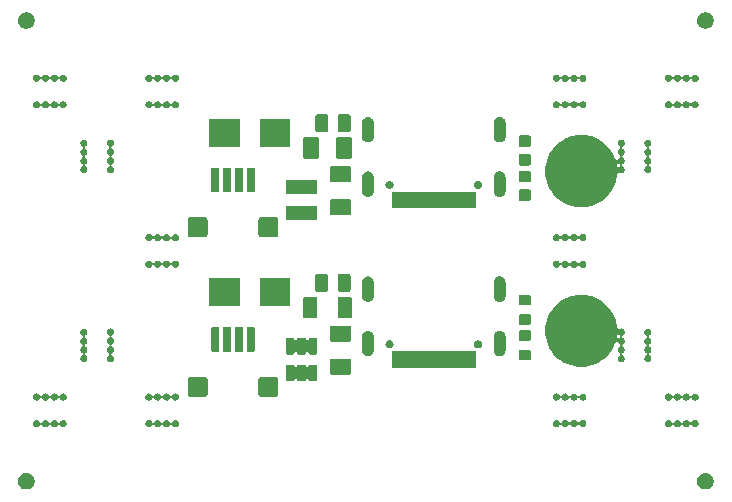
<source format=gbr>
G04 #@! TF.GenerationSoftware,KiCad,Pcbnew,(5.1.4)-1*
G04 #@! TF.CreationDate,2021-03-22T01:51:55-07:00*
G04 #@! TF.ProjectId,panelize,70616e65-6c69-47a6-952e-6b696361645f,rev?*
G04 #@! TF.SameCoordinates,Original*
G04 #@! TF.FileFunction,Soldermask,Bot*
G04 #@! TF.FilePolarity,Negative*
%FSLAX46Y46*%
G04 Gerber Fmt 4.6, Leading zero omitted, Abs format (unit mm)*
G04 Created by KiCad (PCBNEW (5.1.4)-1) date 2021-03-22 01:51:55*
%MOMM*%
%LPD*%
G04 APERTURE LIST*
%ADD10C,0.100000*%
G04 APERTURE END LIST*
D10*
G36*
X23204473Y-31325938D02*
G01*
X23332049Y-31378782D01*
X23446859Y-31455495D01*
X23544505Y-31553141D01*
X23621218Y-31667951D01*
X23674062Y-31795527D01*
X23701000Y-31930956D01*
X23701000Y-32069044D01*
X23674062Y-32204473D01*
X23621218Y-32332049D01*
X23544505Y-32446859D01*
X23446859Y-32544505D01*
X23332049Y-32621218D01*
X23204473Y-32674062D01*
X23069044Y-32701000D01*
X22930956Y-32701000D01*
X22795527Y-32674062D01*
X22667951Y-32621218D01*
X22553141Y-32544505D01*
X22455495Y-32446859D01*
X22378782Y-32332049D01*
X22325938Y-32204473D01*
X22299000Y-32069044D01*
X22299000Y-31930956D01*
X22325938Y-31795527D01*
X22378782Y-31667951D01*
X22455495Y-31553141D01*
X22553141Y-31455495D01*
X22667951Y-31378782D01*
X22795527Y-31325938D01*
X22930956Y-31299000D01*
X23069044Y-31299000D01*
X23204473Y-31325938D01*
X23204473Y-31325938D01*
G37*
G36*
X-34295527Y-31325938D02*
G01*
X-34167951Y-31378782D01*
X-34053141Y-31455495D01*
X-33955495Y-31553141D01*
X-33878782Y-31667951D01*
X-33825938Y-31795527D01*
X-33799000Y-31930956D01*
X-33799000Y-32069044D01*
X-33825938Y-32204473D01*
X-33878782Y-32332049D01*
X-33955495Y-32446859D01*
X-34053141Y-32544505D01*
X-34167951Y-32621218D01*
X-34295527Y-32674062D01*
X-34430956Y-32701000D01*
X-34569044Y-32701000D01*
X-34704473Y-32674062D01*
X-34832049Y-32621218D01*
X-34946859Y-32544505D01*
X-35044505Y-32446859D01*
X-35121218Y-32332049D01*
X-35174062Y-32204473D01*
X-35201000Y-32069044D01*
X-35201000Y-31930956D01*
X-35174062Y-31795527D01*
X-35121218Y-31667951D01*
X-35044505Y-31553141D01*
X-34946859Y-31455495D01*
X-34832049Y-31378782D01*
X-34704473Y-31325938D01*
X-34569044Y-31299000D01*
X-34430956Y-31299000D01*
X-34295527Y-31325938D01*
X-34295527Y-31325938D01*
G37*
G36*
X-33537203Y-26835567D02*
G01*
X-33482425Y-26858257D01*
X-33482423Y-26858258D01*
X-33433124Y-26891198D01*
X-33391198Y-26933124D01*
X-33358258Y-26982423D01*
X-33353933Y-26988896D01*
X-33338388Y-27007838D01*
X-33319446Y-27023383D01*
X-33297835Y-27034934D01*
X-33274386Y-27042047D01*
X-33250000Y-27044449D01*
X-33225614Y-27042047D01*
X-33202165Y-27034934D01*
X-33180554Y-27023383D01*
X-33161612Y-27007838D01*
X-33146067Y-26988896D01*
X-33141742Y-26982423D01*
X-33108802Y-26933124D01*
X-33066876Y-26891198D01*
X-33017577Y-26858258D01*
X-33017575Y-26858257D01*
X-32962797Y-26835567D01*
X-32904647Y-26824000D01*
X-32845353Y-26824000D01*
X-32787203Y-26835567D01*
X-32732425Y-26858257D01*
X-32732423Y-26858258D01*
X-32683124Y-26891198D01*
X-32641198Y-26933124D01*
X-32608258Y-26982423D01*
X-32603933Y-26988896D01*
X-32588388Y-27007838D01*
X-32569446Y-27023383D01*
X-32547835Y-27034934D01*
X-32524386Y-27042047D01*
X-32500000Y-27044449D01*
X-32475614Y-27042047D01*
X-32452165Y-27034934D01*
X-32430554Y-27023383D01*
X-32411612Y-27007838D01*
X-32396067Y-26988896D01*
X-32391742Y-26982423D01*
X-32358802Y-26933124D01*
X-32316876Y-26891198D01*
X-32267577Y-26858258D01*
X-32267575Y-26858257D01*
X-32212797Y-26835567D01*
X-32154647Y-26824000D01*
X-32095353Y-26824000D01*
X-32037203Y-26835567D01*
X-31982425Y-26858257D01*
X-31982423Y-26858258D01*
X-31933124Y-26891198D01*
X-31891198Y-26933124D01*
X-31858258Y-26982423D01*
X-31853933Y-26988896D01*
X-31838388Y-27007838D01*
X-31819446Y-27023383D01*
X-31797835Y-27034934D01*
X-31774386Y-27042047D01*
X-31750000Y-27044449D01*
X-31725614Y-27042047D01*
X-31702165Y-27034934D01*
X-31680554Y-27023383D01*
X-31661612Y-27007838D01*
X-31646067Y-26988896D01*
X-31641742Y-26982423D01*
X-31608802Y-26933124D01*
X-31566876Y-26891198D01*
X-31517577Y-26858258D01*
X-31517575Y-26858257D01*
X-31462797Y-26835567D01*
X-31404647Y-26824000D01*
X-31345353Y-26824000D01*
X-31287203Y-26835567D01*
X-31232425Y-26858257D01*
X-31232423Y-26858258D01*
X-31183124Y-26891198D01*
X-31141198Y-26933124D01*
X-31108258Y-26982423D01*
X-31108257Y-26982425D01*
X-31085567Y-27037203D01*
X-31074000Y-27095353D01*
X-31074000Y-27154647D01*
X-31085567Y-27212797D01*
X-31105577Y-27261104D01*
X-31108258Y-27267577D01*
X-31141198Y-27316876D01*
X-31183124Y-27358802D01*
X-31232423Y-27391742D01*
X-31232424Y-27391743D01*
X-31232425Y-27391743D01*
X-31287203Y-27414433D01*
X-31345353Y-27426000D01*
X-31404647Y-27426000D01*
X-31462797Y-27414433D01*
X-31517575Y-27391743D01*
X-31517576Y-27391743D01*
X-31517577Y-27391742D01*
X-31566876Y-27358802D01*
X-31608802Y-27316876D01*
X-31641742Y-27267577D01*
X-31641743Y-27267575D01*
X-31646067Y-27261104D01*
X-31661612Y-27242162D01*
X-31680554Y-27226617D01*
X-31702165Y-27215066D01*
X-31725614Y-27207953D01*
X-31750000Y-27205551D01*
X-31774386Y-27207953D01*
X-31797835Y-27215066D01*
X-31819446Y-27226617D01*
X-31838388Y-27242162D01*
X-31853933Y-27261104D01*
X-31858257Y-27267575D01*
X-31858258Y-27267577D01*
X-31891198Y-27316876D01*
X-31933124Y-27358802D01*
X-31982423Y-27391742D01*
X-31982424Y-27391743D01*
X-31982425Y-27391743D01*
X-32037203Y-27414433D01*
X-32095353Y-27426000D01*
X-32154647Y-27426000D01*
X-32212797Y-27414433D01*
X-32267575Y-27391743D01*
X-32267576Y-27391743D01*
X-32267577Y-27391742D01*
X-32316876Y-27358802D01*
X-32358802Y-27316876D01*
X-32391742Y-27267577D01*
X-32391743Y-27267575D01*
X-32396067Y-27261104D01*
X-32411612Y-27242162D01*
X-32430554Y-27226617D01*
X-32452165Y-27215066D01*
X-32475614Y-27207953D01*
X-32500000Y-27205551D01*
X-32524386Y-27207953D01*
X-32547835Y-27215066D01*
X-32569446Y-27226617D01*
X-32588388Y-27242162D01*
X-32603933Y-27261104D01*
X-32608257Y-27267575D01*
X-32608258Y-27267577D01*
X-32641198Y-27316876D01*
X-32683124Y-27358802D01*
X-32732423Y-27391742D01*
X-32732424Y-27391743D01*
X-32732425Y-27391743D01*
X-32787203Y-27414433D01*
X-32845353Y-27426000D01*
X-32904647Y-27426000D01*
X-32962797Y-27414433D01*
X-33017575Y-27391743D01*
X-33017576Y-27391743D01*
X-33017577Y-27391742D01*
X-33066876Y-27358802D01*
X-33108802Y-27316876D01*
X-33141742Y-27267577D01*
X-33141743Y-27267575D01*
X-33146067Y-27261104D01*
X-33161612Y-27242162D01*
X-33180554Y-27226617D01*
X-33202165Y-27215066D01*
X-33225614Y-27207953D01*
X-33250000Y-27205551D01*
X-33274386Y-27207953D01*
X-33297835Y-27215066D01*
X-33319446Y-27226617D01*
X-33338388Y-27242162D01*
X-33353933Y-27261104D01*
X-33358257Y-27267575D01*
X-33358258Y-27267577D01*
X-33391198Y-27316876D01*
X-33433124Y-27358802D01*
X-33482423Y-27391742D01*
X-33482424Y-27391743D01*
X-33482425Y-27391743D01*
X-33537203Y-27414433D01*
X-33595353Y-27426000D01*
X-33654647Y-27426000D01*
X-33712797Y-27414433D01*
X-33767575Y-27391743D01*
X-33767576Y-27391743D01*
X-33767577Y-27391742D01*
X-33816876Y-27358802D01*
X-33858802Y-27316876D01*
X-33891742Y-27267577D01*
X-33894423Y-27261104D01*
X-33914433Y-27212797D01*
X-33926000Y-27154647D01*
X-33926000Y-27095353D01*
X-33914433Y-27037203D01*
X-33891743Y-26982425D01*
X-33891742Y-26982423D01*
X-33858802Y-26933124D01*
X-33816876Y-26891198D01*
X-33767577Y-26858258D01*
X-33767575Y-26858257D01*
X-33712797Y-26835567D01*
X-33654647Y-26824000D01*
X-33595353Y-26824000D01*
X-33537203Y-26835567D01*
X-33537203Y-26835567D01*
G37*
G36*
X-24037203Y-26835567D02*
G01*
X-23982425Y-26858257D01*
X-23982423Y-26858258D01*
X-23933124Y-26891198D01*
X-23891198Y-26933124D01*
X-23858258Y-26982423D01*
X-23853933Y-26988896D01*
X-23838388Y-27007838D01*
X-23819446Y-27023383D01*
X-23797835Y-27034934D01*
X-23774386Y-27042047D01*
X-23750000Y-27044449D01*
X-23725614Y-27042047D01*
X-23702165Y-27034934D01*
X-23680554Y-27023383D01*
X-23661612Y-27007838D01*
X-23646067Y-26988896D01*
X-23641742Y-26982423D01*
X-23608802Y-26933124D01*
X-23566876Y-26891198D01*
X-23517577Y-26858258D01*
X-23517575Y-26858257D01*
X-23462797Y-26835567D01*
X-23404647Y-26824000D01*
X-23345353Y-26824000D01*
X-23287203Y-26835567D01*
X-23232425Y-26858257D01*
X-23232423Y-26858258D01*
X-23183124Y-26891198D01*
X-23141198Y-26933124D01*
X-23108258Y-26982423D01*
X-23103933Y-26988896D01*
X-23088388Y-27007838D01*
X-23069446Y-27023383D01*
X-23047835Y-27034934D01*
X-23024386Y-27042047D01*
X-23000000Y-27044449D01*
X-22975614Y-27042047D01*
X-22952165Y-27034934D01*
X-22930554Y-27023383D01*
X-22911612Y-27007838D01*
X-22896067Y-26988896D01*
X-22891742Y-26982423D01*
X-22858802Y-26933124D01*
X-22816876Y-26891198D01*
X-22767577Y-26858258D01*
X-22767575Y-26858257D01*
X-22712797Y-26835567D01*
X-22654647Y-26824000D01*
X-22595353Y-26824000D01*
X-22537203Y-26835567D01*
X-22482425Y-26858257D01*
X-22482423Y-26858258D01*
X-22433124Y-26891198D01*
X-22391198Y-26933124D01*
X-22358258Y-26982423D01*
X-22353933Y-26988896D01*
X-22338388Y-27007838D01*
X-22319446Y-27023383D01*
X-22297835Y-27034934D01*
X-22274386Y-27042047D01*
X-22250000Y-27044449D01*
X-22225614Y-27042047D01*
X-22202165Y-27034934D01*
X-22180554Y-27023383D01*
X-22161612Y-27007838D01*
X-22146067Y-26988896D01*
X-22141742Y-26982423D01*
X-22108802Y-26933124D01*
X-22066876Y-26891198D01*
X-22017577Y-26858258D01*
X-22017575Y-26858257D01*
X-21962797Y-26835567D01*
X-21904647Y-26824000D01*
X-21845353Y-26824000D01*
X-21787203Y-26835567D01*
X-21732425Y-26858257D01*
X-21732423Y-26858258D01*
X-21683124Y-26891198D01*
X-21641198Y-26933124D01*
X-21608258Y-26982423D01*
X-21608257Y-26982425D01*
X-21585567Y-27037203D01*
X-21574000Y-27095353D01*
X-21574000Y-27154647D01*
X-21585567Y-27212797D01*
X-21605577Y-27261104D01*
X-21608258Y-27267577D01*
X-21641198Y-27316876D01*
X-21683124Y-27358802D01*
X-21732423Y-27391742D01*
X-21732424Y-27391743D01*
X-21732425Y-27391743D01*
X-21787203Y-27414433D01*
X-21845353Y-27426000D01*
X-21904647Y-27426000D01*
X-21962797Y-27414433D01*
X-22017575Y-27391743D01*
X-22017576Y-27391743D01*
X-22017577Y-27391742D01*
X-22066876Y-27358802D01*
X-22108802Y-27316876D01*
X-22141742Y-27267577D01*
X-22141743Y-27267575D01*
X-22146067Y-27261104D01*
X-22161612Y-27242162D01*
X-22180554Y-27226617D01*
X-22202165Y-27215066D01*
X-22225614Y-27207953D01*
X-22250000Y-27205551D01*
X-22274386Y-27207953D01*
X-22297835Y-27215066D01*
X-22319446Y-27226617D01*
X-22338388Y-27242162D01*
X-22353933Y-27261104D01*
X-22358257Y-27267575D01*
X-22358258Y-27267577D01*
X-22391198Y-27316876D01*
X-22433124Y-27358802D01*
X-22482423Y-27391742D01*
X-22482424Y-27391743D01*
X-22482425Y-27391743D01*
X-22537203Y-27414433D01*
X-22595353Y-27426000D01*
X-22654647Y-27426000D01*
X-22712797Y-27414433D01*
X-22767575Y-27391743D01*
X-22767576Y-27391743D01*
X-22767577Y-27391742D01*
X-22816876Y-27358802D01*
X-22858802Y-27316876D01*
X-22891742Y-27267577D01*
X-22891743Y-27267575D01*
X-22896067Y-27261104D01*
X-22911612Y-27242162D01*
X-22930554Y-27226617D01*
X-22952165Y-27215066D01*
X-22975614Y-27207953D01*
X-23000000Y-27205551D01*
X-23024386Y-27207953D01*
X-23047835Y-27215066D01*
X-23069446Y-27226617D01*
X-23088388Y-27242162D01*
X-23103933Y-27261104D01*
X-23108257Y-27267575D01*
X-23108258Y-27267577D01*
X-23141198Y-27316876D01*
X-23183124Y-27358802D01*
X-23232423Y-27391742D01*
X-23232424Y-27391743D01*
X-23232425Y-27391743D01*
X-23287203Y-27414433D01*
X-23345353Y-27426000D01*
X-23404647Y-27426000D01*
X-23462797Y-27414433D01*
X-23517575Y-27391743D01*
X-23517576Y-27391743D01*
X-23517577Y-27391742D01*
X-23566876Y-27358802D01*
X-23608802Y-27316876D01*
X-23641742Y-27267577D01*
X-23641743Y-27267575D01*
X-23646067Y-27261104D01*
X-23661612Y-27242162D01*
X-23680554Y-27226617D01*
X-23702165Y-27215066D01*
X-23725614Y-27207953D01*
X-23750000Y-27205551D01*
X-23774386Y-27207953D01*
X-23797835Y-27215066D01*
X-23819446Y-27226617D01*
X-23838388Y-27242162D01*
X-23853933Y-27261104D01*
X-23858257Y-27267575D01*
X-23858258Y-27267577D01*
X-23891198Y-27316876D01*
X-23933124Y-27358802D01*
X-23982423Y-27391742D01*
X-23982424Y-27391743D01*
X-23982425Y-27391743D01*
X-24037203Y-27414433D01*
X-24095353Y-27426000D01*
X-24154647Y-27426000D01*
X-24212797Y-27414433D01*
X-24267575Y-27391743D01*
X-24267576Y-27391743D01*
X-24267577Y-27391742D01*
X-24316876Y-27358802D01*
X-24358802Y-27316876D01*
X-24391742Y-27267577D01*
X-24394423Y-27261104D01*
X-24414433Y-27212797D01*
X-24426000Y-27154647D01*
X-24426000Y-27095353D01*
X-24414433Y-27037203D01*
X-24391743Y-26982425D01*
X-24391742Y-26982423D01*
X-24358802Y-26933124D01*
X-24316876Y-26891198D01*
X-24267577Y-26858258D01*
X-24267575Y-26858257D01*
X-24212797Y-26835567D01*
X-24154647Y-26824000D01*
X-24095353Y-26824000D01*
X-24037203Y-26835567D01*
X-24037203Y-26835567D01*
G37*
G36*
X19962797Y-26835567D02*
G01*
X20017575Y-26858257D01*
X20017577Y-26858258D01*
X20066876Y-26891198D01*
X20108802Y-26933124D01*
X20141742Y-26982423D01*
X20146067Y-26988896D01*
X20161612Y-27007838D01*
X20180554Y-27023383D01*
X20202165Y-27034934D01*
X20225614Y-27042047D01*
X20250000Y-27044449D01*
X20274386Y-27042047D01*
X20297835Y-27034934D01*
X20319446Y-27023383D01*
X20338388Y-27007838D01*
X20353933Y-26988896D01*
X20358258Y-26982423D01*
X20391198Y-26933124D01*
X20433124Y-26891198D01*
X20482423Y-26858258D01*
X20482425Y-26858257D01*
X20537203Y-26835567D01*
X20595353Y-26824000D01*
X20654647Y-26824000D01*
X20712797Y-26835567D01*
X20767575Y-26858257D01*
X20767577Y-26858258D01*
X20816876Y-26891198D01*
X20858802Y-26933124D01*
X20891742Y-26982423D01*
X20896067Y-26988896D01*
X20911612Y-27007838D01*
X20930554Y-27023383D01*
X20952165Y-27034934D01*
X20975614Y-27042047D01*
X21000000Y-27044449D01*
X21024386Y-27042047D01*
X21047835Y-27034934D01*
X21069446Y-27023383D01*
X21088388Y-27007838D01*
X21103933Y-26988896D01*
X21108258Y-26982423D01*
X21141198Y-26933124D01*
X21183124Y-26891198D01*
X21232423Y-26858258D01*
X21232425Y-26858257D01*
X21287203Y-26835567D01*
X21345353Y-26824000D01*
X21404647Y-26824000D01*
X21462797Y-26835567D01*
X21517575Y-26858257D01*
X21517577Y-26858258D01*
X21566876Y-26891198D01*
X21608802Y-26933124D01*
X21641742Y-26982423D01*
X21646067Y-26988896D01*
X21661612Y-27007838D01*
X21680554Y-27023383D01*
X21702165Y-27034934D01*
X21725614Y-27042047D01*
X21750000Y-27044449D01*
X21774386Y-27042047D01*
X21797835Y-27034934D01*
X21819446Y-27023383D01*
X21838388Y-27007838D01*
X21853933Y-26988896D01*
X21858258Y-26982423D01*
X21891198Y-26933124D01*
X21933124Y-26891198D01*
X21982423Y-26858258D01*
X21982425Y-26858257D01*
X22037203Y-26835567D01*
X22095353Y-26824000D01*
X22154647Y-26824000D01*
X22212797Y-26835567D01*
X22267575Y-26858257D01*
X22267577Y-26858258D01*
X22316876Y-26891198D01*
X22358802Y-26933124D01*
X22391742Y-26982423D01*
X22391743Y-26982425D01*
X22414433Y-27037203D01*
X22426000Y-27095353D01*
X22426000Y-27154647D01*
X22414433Y-27212797D01*
X22394423Y-27261104D01*
X22391742Y-27267577D01*
X22358802Y-27316876D01*
X22316876Y-27358802D01*
X22267577Y-27391742D01*
X22267576Y-27391743D01*
X22267575Y-27391743D01*
X22212797Y-27414433D01*
X22154647Y-27426000D01*
X22095353Y-27426000D01*
X22037203Y-27414433D01*
X21982425Y-27391743D01*
X21982424Y-27391743D01*
X21982423Y-27391742D01*
X21933124Y-27358802D01*
X21891198Y-27316876D01*
X21858258Y-27267577D01*
X21858257Y-27267575D01*
X21853933Y-27261104D01*
X21838388Y-27242162D01*
X21819446Y-27226617D01*
X21797835Y-27215066D01*
X21774386Y-27207953D01*
X21750000Y-27205551D01*
X21725614Y-27207953D01*
X21702165Y-27215066D01*
X21680554Y-27226617D01*
X21661612Y-27242162D01*
X21646067Y-27261104D01*
X21641743Y-27267575D01*
X21641742Y-27267577D01*
X21608802Y-27316876D01*
X21566876Y-27358802D01*
X21517577Y-27391742D01*
X21517576Y-27391743D01*
X21517575Y-27391743D01*
X21462797Y-27414433D01*
X21404647Y-27426000D01*
X21345353Y-27426000D01*
X21287203Y-27414433D01*
X21232425Y-27391743D01*
X21232424Y-27391743D01*
X21232423Y-27391742D01*
X21183124Y-27358802D01*
X21141198Y-27316876D01*
X21108258Y-27267577D01*
X21108257Y-27267575D01*
X21103933Y-27261104D01*
X21088388Y-27242162D01*
X21069446Y-27226617D01*
X21047835Y-27215066D01*
X21024386Y-27207953D01*
X21000000Y-27205551D01*
X20975614Y-27207953D01*
X20952165Y-27215066D01*
X20930554Y-27226617D01*
X20911612Y-27242162D01*
X20896067Y-27261104D01*
X20891743Y-27267575D01*
X20891742Y-27267577D01*
X20858802Y-27316876D01*
X20816876Y-27358802D01*
X20767577Y-27391742D01*
X20767576Y-27391743D01*
X20767575Y-27391743D01*
X20712797Y-27414433D01*
X20654647Y-27426000D01*
X20595353Y-27426000D01*
X20537203Y-27414433D01*
X20482425Y-27391743D01*
X20482424Y-27391743D01*
X20482423Y-27391742D01*
X20433124Y-27358802D01*
X20391198Y-27316876D01*
X20358258Y-27267577D01*
X20358257Y-27267575D01*
X20353933Y-27261104D01*
X20338388Y-27242162D01*
X20319446Y-27226617D01*
X20297835Y-27215066D01*
X20274386Y-27207953D01*
X20250000Y-27205551D01*
X20225614Y-27207953D01*
X20202165Y-27215066D01*
X20180554Y-27226617D01*
X20161612Y-27242162D01*
X20146067Y-27261104D01*
X20141743Y-27267575D01*
X20141742Y-27267577D01*
X20108802Y-27316876D01*
X20066876Y-27358802D01*
X20017577Y-27391742D01*
X20017576Y-27391743D01*
X20017575Y-27391743D01*
X19962797Y-27414433D01*
X19904647Y-27426000D01*
X19845353Y-27426000D01*
X19787203Y-27414433D01*
X19732425Y-27391743D01*
X19732424Y-27391743D01*
X19732423Y-27391742D01*
X19683124Y-27358802D01*
X19641198Y-27316876D01*
X19608258Y-27267577D01*
X19605577Y-27261104D01*
X19585567Y-27212797D01*
X19574000Y-27154647D01*
X19574000Y-27095353D01*
X19585567Y-27037203D01*
X19608257Y-26982425D01*
X19608258Y-26982423D01*
X19641198Y-26933124D01*
X19683124Y-26891198D01*
X19732423Y-26858258D01*
X19732425Y-26858257D01*
X19787203Y-26835567D01*
X19845353Y-26824000D01*
X19904647Y-26824000D01*
X19962797Y-26835567D01*
X19962797Y-26835567D01*
G37*
G36*
X10462797Y-26835567D02*
G01*
X10517575Y-26858257D01*
X10517577Y-26858258D01*
X10566876Y-26891198D01*
X10608802Y-26933124D01*
X10641742Y-26982423D01*
X10646067Y-26988896D01*
X10661612Y-27007838D01*
X10680554Y-27023383D01*
X10702165Y-27034934D01*
X10725614Y-27042047D01*
X10750000Y-27044449D01*
X10774386Y-27042047D01*
X10797835Y-27034934D01*
X10819446Y-27023383D01*
X10838388Y-27007838D01*
X10853933Y-26988896D01*
X10858258Y-26982423D01*
X10891198Y-26933124D01*
X10933124Y-26891198D01*
X10982423Y-26858258D01*
X10982425Y-26858257D01*
X11037203Y-26835567D01*
X11095353Y-26824000D01*
X11154647Y-26824000D01*
X11212797Y-26835567D01*
X11267575Y-26858257D01*
X11267577Y-26858258D01*
X11316876Y-26891198D01*
X11358802Y-26933124D01*
X11391742Y-26982423D01*
X11396067Y-26988896D01*
X11411612Y-27007838D01*
X11430554Y-27023383D01*
X11452165Y-27034934D01*
X11475614Y-27042047D01*
X11500000Y-27044449D01*
X11524386Y-27042047D01*
X11547835Y-27034934D01*
X11569446Y-27023383D01*
X11588388Y-27007838D01*
X11603933Y-26988896D01*
X11608258Y-26982423D01*
X11641198Y-26933124D01*
X11683124Y-26891198D01*
X11732423Y-26858258D01*
X11732425Y-26858257D01*
X11787203Y-26835567D01*
X11845353Y-26824000D01*
X11904647Y-26824000D01*
X11962797Y-26835567D01*
X12017575Y-26858257D01*
X12017577Y-26858258D01*
X12066876Y-26891198D01*
X12108802Y-26933124D01*
X12141742Y-26982423D01*
X12146067Y-26988896D01*
X12161612Y-27007838D01*
X12180554Y-27023383D01*
X12202165Y-27034934D01*
X12225614Y-27042047D01*
X12250000Y-27044449D01*
X12274386Y-27042047D01*
X12297835Y-27034934D01*
X12319446Y-27023383D01*
X12338388Y-27007838D01*
X12353933Y-26988896D01*
X12358258Y-26982423D01*
X12391198Y-26933124D01*
X12433124Y-26891198D01*
X12482423Y-26858258D01*
X12482425Y-26858257D01*
X12537203Y-26835567D01*
X12595353Y-26824000D01*
X12654647Y-26824000D01*
X12712797Y-26835567D01*
X12767575Y-26858257D01*
X12767577Y-26858258D01*
X12816876Y-26891198D01*
X12858802Y-26933124D01*
X12891742Y-26982423D01*
X12891743Y-26982425D01*
X12914433Y-27037203D01*
X12926000Y-27095353D01*
X12926000Y-27154647D01*
X12914433Y-27212797D01*
X12894423Y-27261104D01*
X12891742Y-27267577D01*
X12858802Y-27316876D01*
X12816876Y-27358802D01*
X12767577Y-27391742D01*
X12767576Y-27391743D01*
X12767575Y-27391743D01*
X12712797Y-27414433D01*
X12654647Y-27426000D01*
X12595353Y-27426000D01*
X12537203Y-27414433D01*
X12482425Y-27391743D01*
X12482424Y-27391743D01*
X12482423Y-27391742D01*
X12433124Y-27358802D01*
X12391198Y-27316876D01*
X12358258Y-27267577D01*
X12358257Y-27267575D01*
X12353933Y-27261104D01*
X12338388Y-27242162D01*
X12319446Y-27226617D01*
X12297835Y-27215066D01*
X12274386Y-27207953D01*
X12250000Y-27205551D01*
X12225614Y-27207953D01*
X12202165Y-27215066D01*
X12180554Y-27226617D01*
X12161612Y-27242162D01*
X12146067Y-27261104D01*
X12141743Y-27267575D01*
X12141742Y-27267577D01*
X12108802Y-27316876D01*
X12066876Y-27358802D01*
X12017577Y-27391742D01*
X12017576Y-27391743D01*
X12017575Y-27391743D01*
X11962797Y-27414433D01*
X11904647Y-27426000D01*
X11845353Y-27426000D01*
X11787203Y-27414433D01*
X11732425Y-27391743D01*
X11732424Y-27391743D01*
X11732423Y-27391742D01*
X11683124Y-27358802D01*
X11641198Y-27316876D01*
X11608258Y-27267577D01*
X11608257Y-27267575D01*
X11603933Y-27261104D01*
X11588388Y-27242162D01*
X11569446Y-27226617D01*
X11547835Y-27215066D01*
X11524386Y-27207953D01*
X11500000Y-27205551D01*
X11475614Y-27207953D01*
X11452165Y-27215066D01*
X11430554Y-27226617D01*
X11411612Y-27242162D01*
X11396067Y-27261104D01*
X11391743Y-27267575D01*
X11391742Y-27267577D01*
X11358802Y-27316876D01*
X11316876Y-27358802D01*
X11267577Y-27391742D01*
X11267576Y-27391743D01*
X11267575Y-27391743D01*
X11212797Y-27414433D01*
X11154647Y-27426000D01*
X11095353Y-27426000D01*
X11037203Y-27414433D01*
X10982425Y-27391743D01*
X10982424Y-27391743D01*
X10982423Y-27391742D01*
X10933124Y-27358802D01*
X10891198Y-27316876D01*
X10858258Y-27267577D01*
X10858257Y-27267575D01*
X10853933Y-27261104D01*
X10838388Y-27242162D01*
X10819446Y-27226617D01*
X10797835Y-27215066D01*
X10774386Y-27207953D01*
X10750000Y-27205551D01*
X10725614Y-27207953D01*
X10702165Y-27215066D01*
X10680554Y-27226617D01*
X10661612Y-27242162D01*
X10646067Y-27261104D01*
X10641743Y-27267575D01*
X10641742Y-27267577D01*
X10608802Y-27316876D01*
X10566876Y-27358802D01*
X10517577Y-27391742D01*
X10517576Y-27391743D01*
X10517575Y-27391743D01*
X10462797Y-27414433D01*
X10404647Y-27426000D01*
X10345353Y-27426000D01*
X10287203Y-27414433D01*
X10232425Y-27391743D01*
X10232424Y-27391743D01*
X10232423Y-27391742D01*
X10183124Y-27358802D01*
X10141198Y-27316876D01*
X10108258Y-27267577D01*
X10105577Y-27261104D01*
X10085567Y-27212797D01*
X10074000Y-27154647D01*
X10074000Y-27095353D01*
X10085567Y-27037203D01*
X10108257Y-26982425D01*
X10108258Y-26982423D01*
X10141198Y-26933124D01*
X10183124Y-26891198D01*
X10232423Y-26858258D01*
X10232425Y-26858257D01*
X10287203Y-26835567D01*
X10345353Y-26824000D01*
X10404647Y-26824000D01*
X10462797Y-26835567D01*
X10462797Y-26835567D01*
G37*
G36*
X19962797Y-24585567D02*
G01*
X20017575Y-24608257D01*
X20017577Y-24608258D01*
X20066876Y-24641198D01*
X20108802Y-24683124D01*
X20111348Y-24686935D01*
X20146067Y-24738896D01*
X20161612Y-24757838D01*
X20180554Y-24773383D01*
X20202165Y-24784934D01*
X20225614Y-24792047D01*
X20250000Y-24794449D01*
X20274386Y-24792047D01*
X20297835Y-24784934D01*
X20319446Y-24773383D01*
X20338388Y-24757838D01*
X20353933Y-24738896D01*
X20388652Y-24686935D01*
X20391198Y-24683124D01*
X20433124Y-24641198D01*
X20482423Y-24608258D01*
X20482425Y-24608257D01*
X20537203Y-24585567D01*
X20595353Y-24574000D01*
X20654647Y-24574000D01*
X20712797Y-24585567D01*
X20767575Y-24608257D01*
X20767577Y-24608258D01*
X20816876Y-24641198D01*
X20858802Y-24683124D01*
X20861348Y-24686935D01*
X20896067Y-24738896D01*
X20911612Y-24757838D01*
X20930554Y-24773383D01*
X20952165Y-24784934D01*
X20975614Y-24792047D01*
X21000000Y-24794449D01*
X21024386Y-24792047D01*
X21047835Y-24784934D01*
X21069446Y-24773383D01*
X21088388Y-24757838D01*
X21103933Y-24738896D01*
X21138652Y-24686935D01*
X21141198Y-24683124D01*
X21183124Y-24641198D01*
X21232423Y-24608258D01*
X21232425Y-24608257D01*
X21287203Y-24585567D01*
X21345353Y-24574000D01*
X21404647Y-24574000D01*
X21462797Y-24585567D01*
X21517575Y-24608257D01*
X21517577Y-24608258D01*
X21566876Y-24641198D01*
X21608802Y-24683124D01*
X21611348Y-24686935D01*
X21646067Y-24738896D01*
X21661612Y-24757838D01*
X21680554Y-24773383D01*
X21702165Y-24784934D01*
X21725614Y-24792047D01*
X21750000Y-24794449D01*
X21774386Y-24792047D01*
X21797835Y-24784934D01*
X21819446Y-24773383D01*
X21838388Y-24757838D01*
X21853933Y-24738896D01*
X21888652Y-24686935D01*
X21891198Y-24683124D01*
X21933124Y-24641198D01*
X21982423Y-24608258D01*
X21982425Y-24608257D01*
X22037203Y-24585567D01*
X22095353Y-24574000D01*
X22154647Y-24574000D01*
X22212797Y-24585567D01*
X22267575Y-24608257D01*
X22267577Y-24608258D01*
X22316876Y-24641198D01*
X22358802Y-24683124D01*
X22361348Y-24686935D01*
X22391743Y-24732425D01*
X22414433Y-24787203D01*
X22426000Y-24845353D01*
X22426000Y-24904647D01*
X22414433Y-24962797D01*
X22394423Y-25011104D01*
X22391742Y-25017577D01*
X22358802Y-25066876D01*
X22316876Y-25108802D01*
X22267577Y-25141742D01*
X22267576Y-25141743D01*
X22267575Y-25141743D01*
X22212797Y-25164433D01*
X22154647Y-25176000D01*
X22095353Y-25176000D01*
X22037203Y-25164433D01*
X21982425Y-25141743D01*
X21982424Y-25141743D01*
X21982423Y-25141742D01*
X21933124Y-25108802D01*
X21891198Y-25066876D01*
X21858258Y-25017577D01*
X21858257Y-25017575D01*
X21853933Y-25011104D01*
X21838388Y-24992162D01*
X21819446Y-24976617D01*
X21797835Y-24965066D01*
X21774386Y-24957953D01*
X21750000Y-24955551D01*
X21725614Y-24957953D01*
X21702165Y-24965066D01*
X21680554Y-24976617D01*
X21661612Y-24992162D01*
X21646067Y-25011104D01*
X21641743Y-25017575D01*
X21641742Y-25017577D01*
X21608802Y-25066876D01*
X21566876Y-25108802D01*
X21517577Y-25141742D01*
X21517576Y-25141743D01*
X21517575Y-25141743D01*
X21462797Y-25164433D01*
X21404647Y-25176000D01*
X21345353Y-25176000D01*
X21287203Y-25164433D01*
X21232425Y-25141743D01*
X21232424Y-25141743D01*
X21232423Y-25141742D01*
X21183124Y-25108802D01*
X21141198Y-25066876D01*
X21108258Y-25017577D01*
X21108257Y-25017575D01*
X21103933Y-25011104D01*
X21088388Y-24992162D01*
X21069446Y-24976617D01*
X21047835Y-24965066D01*
X21024386Y-24957953D01*
X21000000Y-24955551D01*
X20975614Y-24957953D01*
X20952165Y-24965066D01*
X20930554Y-24976617D01*
X20911612Y-24992162D01*
X20896067Y-25011104D01*
X20891743Y-25017575D01*
X20891742Y-25017577D01*
X20858802Y-25066876D01*
X20816876Y-25108802D01*
X20767577Y-25141742D01*
X20767576Y-25141743D01*
X20767575Y-25141743D01*
X20712797Y-25164433D01*
X20654647Y-25176000D01*
X20595353Y-25176000D01*
X20537203Y-25164433D01*
X20482425Y-25141743D01*
X20482424Y-25141743D01*
X20482423Y-25141742D01*
X20433124Y-25108802D01*
X20391198Y-25066876D01*
X20358258Y-25017577D01*
X20358257Y-25017575D01*
X20353933Y-25011104D01*
X20338388Y-24992162D01*
X20319446Y-24976617D01*
X20297835Y-24965066D01*
X20274386Y-24957953D01*
X20250000Y-24955551D01*
X20225614Y-24957953D01*
X20202165Y-24965066D01*
X20180554Y-24976617D01*
X20161612Y-24992162D01*
X20146067Y-25011104D01*
X20141743Y-25017575D01*
X20141742Y-25017577D01*
X20108802Y-25066876D01*
X20066876Y-25108802D01*
X20017577Y-25141742D01*
X20017576Y-25141743D01*
X20017575Y-25141743D01*
X19962797Y-25164433D01*
X19904647Y-25176000D01*
X19845353Y-25176000D01*
X19787203Y-25164433D01*
X19732425Y-25141743D01*
X19732424Y-25141743D01*
X19732423Y-25141742D01*
X19683124Y-25108802D01*
X19641198Y-25066876D01*
X19608258Y-25017577D01*
X19605577Y-25011104D01*
X19585567Y-24962797D01*
X19574000Y-24904647D01*
X19574000Y-24845353D01*
X19585567Y-24787203D01*
X19608257Y-24732425D01*
X19638652Y-24686935D01*
X19641198Y-24683124D01*
X19683124Y-24641198D01*
X19732423Y-24608258D01*
X19732425Y-24608257D01*
X19787203Y-24585567D01*
X19845353Y-24574000D01*
X19904647Y-24574000D01*
X19962797Y-24585567D01*
X19962797Y-24585567D01*
G37*
G36*
X10462797Y-24585567D02*
G01*
X10517575Y-24608257D01*
X10517577Y-24608258D01*
X10566876Y-24641198D01*
X10608802Y-24683124D01*
X10611348Y-24686935D01*
X10646067Y-24738896D01*
X10661612Y-24757838D01*
X10680554Y-24773383D01*
X10702165Y-24784934D01*
X10725614Y-24792047D01*
X10750000Y-24794449D01*
X10774386Y-24792047D01*
X10797835Y-24784934D01*
X10819446Y-24773383D01*
X10838388Y-24757838D01*
X10853933Y-24738896D01*
X10888652Y-24686935D01*
X10891198Y-24683124D01*
X10933124Y-24641198D01*
X10982423Y-24608258D01*
X10982425Y-24608257D01*
X11037203Y-24585567D01*
X11095353Y-24574000D01*
X11154647Y-24574000D01*
X11212797Y-24585567D01*
X11267575Y-24608257D01*
X11267577Y-24608258D01*
X11316876Y-24641198D01*
X11358802Y-24683124D01*
X11361348Y-24686935D01*
X11396067Y-24738896D01*
X11411612Y-24757838D01*
X11430554Y-24773383D01*
X11452165Y-24784934D01*
X11475614Y-24792047D01*
X11500000Y-24794449D01*
X11524386Y-24792047D01*
X11547835Y-24784934D01*
X11569446Y-24773383D01*
X11588388Y-24757838D01*
X11603933Y-24738896D01*
X11638652Y-24686935D01*
X11641198Y-24683124D01*
X11683124Y-24641198D01*
X11732423Y-24608258D01*
X11732425Y-24608257D01*
X11787203Y-24585567D01*
X11845353Y-24574000D01*
X11904647Y-24574000D01*
X11962797Y-24585567D01*
X12017575Y-24608257D01*
X12017577Y-24608258D01*
X12066876Y-24641198D01*
X12108802Y-24683124D01*
X12111348Y-24686935D01*
X12146067Y-24738896D01*
X12161612Y-24757838D01*
X12180554Y-24773383D01*
X12202165Y-24784934D01*
X12225614Y-24792047D01*
X12250000Y-24794449D01*
X12274386Y-24792047D01*
X12297835Y-24784934D01*
X12319446Y-24773383D01*
X12338388Y-24757838D01*
X12353933Y-24738896D01*
X12388652Y-24686935D01*
X12391198Y-24683124D01*
X12433124Y-24641198D01*
X12482423Y-24608258D01*
X12482425Y-24608257D01*
X12537203Y-24585567D01*
X12595353Y-24574000D01*
X12654647Y-24574000D01*
X12712797Y-24585567D01*
X12767575Y-24608257D01*
X12767577Y-24608258D01*
X12816876Y-24641198D01*
X12858802Y-24683124D01*
X12861348Y-24686935D01*
X12891743Y-24732425D01*
X12914433Y-24787203D01*
X12926000Y-24845353D01*
X12926000Y-24904647D01*
X12914433Y-24962797D01*
X12894423Y-25011104D01*
X12891742Y-25017577D01*
X12858802Y-25066876D01*
X12816876Y-25108802D01*
X12767577Y-25141742D01*
X12767576Y-25141743D01*
X12767575Y-25141743D01*
X12712797Y-25164433D01*
X12654647Y-25176000D01*
X12595353Y-25176000D01*
X12537203Y-25164433D01*
X12482425Y-25141743D01*
X12482424Y-25141743D01*
X12482423Y-25141742D01*
X12433124Y-25108802D01*
X12391198Y-25066876D01*
X12358258Y-25017577D01*
X12358257Y-25017575D01*
X12353933Y-25011104D01*
X12338388Y-24992162D01*
X12319446Y-24976617D01*
X12297835Y-24965066D01*
X12274386Y-24957953D01*
X12250000Y-24955551D01*
X12225614Y-24957953D01*
X12202165Y-24965066D01*
X12180554Y-24976617D01*
X12161612Y-24992162D01*
X12146067Y-25011104D01*
X12141743Y-25017575D01*
X12141742Y-25017577D01*
X12108802Y-25066876D01*
X12066876Y-25108802D01*
X12017577Y-25141742D01*
X12017576Y-25141743D01*
X12017575Y-25141743D01*
X11962797Y-25164433D01*
X11904647Y-25176000D01*
X11845353Y-25176000D01*
X11787203Y-25164433D01*
X11732425Y-25141743D01*
X11732424Y-25141743D01*
X11732423Y-25141742D01*
X11683124Y-25108802D01*
X11641198Y-25066876D01*
X11608258Y-25017577D01*
X11608257Y-25017575D01*
X11603933Y-25011104D01*
X11588388Y-24992162D01*
X11569446Y-24976617D01*
X11547835Y-24965066D01*
X11524386Y-24957953D01*
X11500000Y-24955551D01*
X11475614Y-24957953D01*
X11452165Y-24965066D01*
X11430554Y-24976617D01*
X11411612Y-24992162D01*
X11396067Y-25011104D01*
X11391743Y-25017575D01*
X11391742Y-25017577D01*
X11358802Y-25066876D01*
X11316876Y-25108802D01*
X11267577Y-25141742D01*
X11267576Y-25141743D01*
X11267575Y-25141743D01*
X11212797Y-25164433D01*
X11154647Y-25176000D01*
X11095353Y-25176000D01*
X11037203Y-25164433D01*
X10982425Y-25141743D01*
X10982424Y-25141743D01*
X10982423Y-25141742D01*
X10933124Y-25108802D01*
X10891198Y-25066876D01*
X10858258Y-25017577D01*
X10858257Y-25017575D01*
X10853933Y-25011104D01*
X10838388Y-24992162D01*
X10819446Y-24976617D01*
X10797835Y-24965066D01*
X10774386Y-24957953D01*
X10750000Y-24955551D01*
X10725614Y-24957953D01*
X10702165Y-24965066D01*
X10680554Y-24976617D01*
X10661612Y-24992162D01*
X10646067Y-25011104D01*
X10641743Y-25017575D01*
X10641742Y-25017577D01*
X10608802Y-25066876D01*
X10566876Y-25108802D01*
X10517577Y-25141742D01*
X10517576Y-25141743D01*
X10517575Y-25141743D01*
X10462797Y-25164433D01*
X10404647Y-25176000D01*
X10345353Y-25176000D01*
X10287203Y-25164433D01*
X10232425Y-25141743D01*
X10232424Y-25141743D01*
X10232423Y-25141742D01*
X10183124Y-25108802D01*
X10141198Y-25066876D01*
X10108258Y-25017577D01*
X10105577Y-25011104D01*
X10085567Y-24962797D01*
X10074000Y-24904647D01*
X10074000Y-24845353D01*
X10085567Y-24787203D01*
X10108257Y-24732425D01*
X10138652Y-24686935D01*
X10141198Y-24683124D01*
X10183124Y-24641198D01*
X10232423Y-24608258D01*
X10232425Y-24608257D01*
X10287203Y-24585567D01*
X10345353Y-24574000D01*
X10404647Y-24574000D01*
X10462797Y-24585567D01*
X10462797Y-24585567D01*
G37*
G36*
X-33537203Y-24585567D02*
G01*
X-33482425Y-24608257D01*
X-33482423Y-24608258D01*
X-33433124Y-24641198D01*
X-33391198Y-24683124D01*
X-33388652Y-24686935D01*
X-33353933Y-24738896D01*
X-33338388Y-24757838D01*
X-33319446Y-24773383D01*
X-33297835Y-24784934D01*
X-33274386Y-24792047D01*
X-33250000Y-24794449D01*
X-33225614Y-24792047D01*
X-33202165Y-24784934D01*
X-33180554Y-24773383D01*
X-33161612Y-24757838D01*
X-33146067Y-24738896D01*
X-33111348Y-24686935D01*
X-33108802Y-24683124D01*
X-33066876Y-24641198D01*
X-33017577Y-24608258D01*
X-33017575Y-24608257D01*
X-32962797Y-24585567D01*
X-32904647Y-24574000D01*
X-32845353Y-24574000D01*
X-32787203Y-24585567D01*
X-32732425Y-24608257D01*
X-32732423Y-24608258D01*
X-32683124Y-24641198D01*
X-32641198Y-24683124D01*
X-32638652Y-24686935D01*
X-32603933Y-24738896D01*
X-32588388Y-24757838D01*
X-32569446Y-24773383D01*
X-32547835Y-24784934D01*
X-32524386Y-24792047D01*
X-32500000Y-24794449D01*
X-32475614Y-24792047D01*
X-32452165Y-24784934D01*
X-32430554Y-24773383D01*
X-32411612Y-24757838D01*
X-32396067Y-24738896D01*
X-32361348Y-24686935D01*
X-32358802Y-24683124D01*
X-32316876Y-24641198D01*
X-32267577Y-24608258D01*
X-32267575Y-24608257D01*
X-32212797Y-24585567D01*
X-32154647Y-24574000D01*
X-32095353Y-24574000D01*
X-32037203Y-24585567D01*
X-31982425Y-24608257D01*
X-31982423Y-24608258D01*
X-31933124Y-24641198D01*
X-31891198Y-24683124D01*
X-31888652Y-24686935D01*
X-31853933Y-24738896D01*
X-31838388Y-24757838D01*
X-31819446Y-24773383D01*
X-31797835Y-24784934D01*
X-31774386Y-24792047D01*
X-31750000Y-24794449D01*
X-31725614Y-24792047D01*
X-31702165Y-24784934D01*
X-31680554Y-24773383D01*
X-31661612Y-24757838D01*
X-31646067Y-24738896D01*
X-31611348Y-24686935D01*
X-31608802Y-24683124D01*
X-31566876Y-24641198D01*
X-31517577Y-24608258D01*
X-31517575Y-24608257D01*
X-31462797Y-24585567D01*
X-31404647Y-24574000D01*
X-31345353Y-24574000D01*
X-31287203Y-24585567D01*
X-31232425Y-24608257D01*
X-31232423Y-24608258D01*
X-31183124Y-24641198D01*
X-31141198Y-24683124D01*
X-31138652Y-24686935D01*
X-31108257Y-24732425D01*
X-31085567Y-24787203D01*
X-31074000Y-24845353D01*
X-31074000Y-24904647D01*
X-31085567Y-24962797D01*
X-31105577Y-25011104D01*
X-31108258Y-25017577D01*
X-31141198Y-25066876D01*
X-31183124Y-25108802D01*
X-31232423Y-25141742D01*
X-31232424Y-25141743D01*
X-31232425Y-25141743D01*
X-31287203Y-25164433D01*
X-31345353Y-25176000D01*
X-31404647Y-25176000D01*
X-31462797Y-25164433D01*
X-31517575Y-25141743D01*
X-31517576Y-25141743D01*
X-31517577Y-25141742D01*
X-31566876Y-25108802D01*
X-31608802Y-25066876D01*
X-31641742Y-25017577D01*
X-31641743Y-25017575D01*
X-31646067Y-25011104D01*
X-31661612Y-24992162D01*
X-31680554Y-24976617D01*
X-31702165Y-24965066D01*
X-31725614Y-24957953D01*
X-31750000Y-24955551D01*
X-31774386Y-24957953D01*
X-31797835Y-24965066D01*
X-31819446Y-24976617D01*
X-31838388Y-24992162D01*
X-31853933Y-25011104D01*
X-31858257Y-25017575D01*
X-31858258Y-25017577D01*
X-31891198Y-25066876D01*
X-31933124Y-25108802D01*
X-31982423Y-25141742D01*
X-31982424Y-25141743D01*
X-31982425Y-25141743D01*
X-32037203Y-25164433D01*
X-32095353Y-25176000D01*
X-32154647Y-25176000D01*
X-32212797Y-25164433D01*
X-32267575Y-25141743D01*
X-32267576Y-25141743D01*
X-32267577Y-25141742D01*
X-32316876Y-25108802D01*
X-32358802Y-25066876D01*
X-32391742Y-25017577D01*
X-32391743Y-25017575D01*
X-32396067Y-25011104D01*
X-32411612Y-24992162D01*
X-32430554Y-24976617D01*
X-32452165Y-24965066D01*
X-32475614Y-24957953D01*
X-32500000Y-24955551D01*
X-32524386Y-24957953D01*
X-32547835Y-24965066D01*
X-32569446Y-24976617D01*
X-32588388Y-24992162D01*
X-32603933Y-25011104D01*
X-32608257Y-25017575D01*
X-32608258Y-25017577D01*
X-32641198Y-25066876D01*
X-32683124Y-25108802D01*
X-32732423Y-25141742D01*
X-32732424Y-25141743D01*
X-32732425Y-25141743D01*
X-32787203Y-25164433D01*
X-32845353Y-25176000D01*
X-32904647Y-25176000D01*
X-32962797Y-25164433D01*
X-33017575Y-25141743D01*
X-33017576Y-25141743D01*
X-33017577Y-25141742D01*
X-33066876Y-25108802D01*
X-33108802Y-25066876D01*
X-33141742Y-25017577D01*
X-33141743Y-25017575D01*
X-33146067Y-25011104D01*
X-33161612Y-24992162D01*
X-33180554Y-24976617D01*
X-33202165Y-24965066D01*
X-33225614Y-24957953D01*
X-33250000Y-24955551D01*
X-33274386Y-24957953D01*
X-33297835Y-24965066D01*
X-33319446Y-24976617D01*
X-33338388Y-24992162D01*
X-33353933Y-25011104D01*
X-33358257Y-25017575D01*
X-33358258Y-25017577D01*
X-33391198Y-25066876D01*
X-33433124Y-25108802D01*
X-33482423Y-25141742D01*
X-33482424Y-25141743D01*
X-33482425Y-25141743D01*
X-33537203Y-25164433D01*
X-33595353Y-25176000D01*
X-33654647Y-25176000D01*
X-33712797Y-25164433D01*
X-33767575Y-25141743D01*
X-33767576Y-25141743D01*
X-33767577Y-25141742D01*
X-33816876Y-25108802D01*
X-33858802Y-25066876D01*
X-33891742Y-25017577D01*
X-33894423Y-25011104D01*
X-33914433Y-24962797D01*
X-33926000Y-24904647D01*
X-33926000Y-24845353D01*
X-33914433Y-24787203D01*
X-33891743Y-24732425D01*
X-33861348Y-24686935D01*
X-33858802Y-24683124D01*
X-33816876Y-24641198D01*
X-33767577Y-24608258D01*
X-33767575Y-24608257D01*
X-33712797Y-24585567D01*
X-33654647Y-24574000D01*
X-33595353Y-24574000D01*
X-33537203Y-24585567D01*
X-33537203Y-24585567D01*
G37*
G36*
X-24037203Y-24585567D02*
G01*
X-23982425Y-24608257D01*
X-23982423Y-24608258D01*
X-23933124Y-24641198D01*
X-23891198Y-24683124D01*
X-23888652Y-24686935D01*
X-23853933Y-24738896D01*
X-23838388Y-24757838D01*
X-23819446Y-24773383D01*
X-23797835Y-24784934D01*
X-23774386Y-24792047D01*
X-23750000Y-24794449D01*
X-23725614Y-24792047D01*
X-23702165Y-24784934D01*
X-23680554Y-24773383D01*
X-23661612Y-24757838D01*
X-23646067Y-24738896D01*
X-23611348Y-24686935D01*
X-23608802Y-24683124D01*
X-23566876Y-24641198D01*
X-23517577Y-24608258D01*
X-23517575Y-24608257D01*
X-23462797Y-24585567D01*
X-23404647Y-24574000D01*
X-23345353Y-24574000D01*
X-23287203Y-24585567D01*
X-23232425Y-24608257D01*
X-23232423Y-24608258D01*
X-23183124Y-24641198D01*
X-23141198Y-24683124D01*
X-23138652Y-24686935D01*
X-23103933Y-24738896D01*
X-23088388Y-24757838D01*
X-23069446Y-24773383D01*
X-23047835Y-24784934D01*
X-23024386Y-24792047D01*
X-23000000Y-24794449D01*
X-22975614Y-24792047D01*
X-22952165Y-24784934D01*
X-22930554Y-24773383D01*
X-22911612Y-24757838D01*
X-22896067Y-24738896D01*
X-22861348Y-24686935D01*
X-22858802Y-24683124D01*
X-22816876Y-24641198D01*
X-22767577Y-24608258D01*
X-22767575Y-24608257D01*
X-22712797Y-24585567D01*
X-22654647Y-24574000D01*
X-22595353Y-24574000D01*
X-22537203Y-24585567D01*
X-22482425Y-24608257D01*
X-22482423Y-24608258D01*
X-22433124Y-24641198D01*
X-22391198Y-24683124D01*
X-22388652Y-24686935D01*
X-22353933Y-24738896D01*
X-22338388Y-24757838D01*
X-22319446Y-24773383D01*
X-22297835Y-24784934D01*
X-22274386Y-24792047D01*
X-22250000Y-24794449D01*
X-22225614Y-24792047D01*
X-22202165Y-24784934D01*
X-22180554Y-24773383D01*
X-22161612Y-24757838D01*
X-22146067Y-24738896D01*
X-22111348Y-24686935D01*
X-22108802Y-24683124D01*
X-22066876Y-24641198D01*
X-22017577Y-24608258D01*
X-22017575Y-24608257D01*
X-21962797Y-24585567D01*
X-21904647Y-24574000D01*
X-21845353Y-24574000D01*
X-21787203Y-24585567D01*
X-21732425Y-24608257D01*
X-21732423Y-24608258D01*
X-21683124Y-24641198D01*
X-21641198Y-24683124D01*
X-21638652Y-24686935D01*
X-21608257Y-24732425D01*
X-21585567Y-24787203D01*
X-21574000Y-24845353D01*
X-21574000Y-24904647D01*
X-21585567Y-24962797D01*
X-21605577Y-25011104D01*
X-21608258Y-25017577D01*
X-21641198Y-25066876D01*
X-21683124Y-25108802D01*
X-21732423Y-25141742D01*
X-21732424Y-25141743D01*
X-21732425Y-25141743D01*
X-21787203Y-25164433D01*
X-21845353Y-25176000D01*
X-21904647Y-25176000D01*
X-21962797Y-25164433D01*
X-22017575Y-25141743D01*
X-22017576Y-25141743D01*
X-22017577Y-25141742D01*
X-22066876Y-25108802D01*
X-22108802Y-25066876D01*
X-22141742Y-25017577D01*
X-22141743Y-25017575D01*
X-22146067Y-25011104D01*
X-22161612Y-24992162D01*
X-22180554Y-24976617D01*
X-22202165Y-24965066D01*
X-22225614Y-24957953D01*
X-22250000Y-24955551D01*
X-22274386Y-24957953D01*
X-22297835Y-24965066D01*
X-22319446Y-24976617D01*
X-22338388Y-24992162D01*
X-22353933Y-25011104D01*
X-22358257Y-25017575D01*
X-22358258Y-25017577D01*
X-22391198Y-25066876D01*
X-22433124Y-25108802D01*
X-22482423Y-25141742D01*
X-22482424Y-25141743D01*
X-22482425Y-25141743D01*
X-22537203Y-25164433D01*
X-22595353Y-25176000D01*
X-22654647Y-25176000D01*
X-22712797Y-25164433D01*
X-22767575Y-25141743D01*
X-22767576Y-25141743D01*
X-22767577Y-25141742D01*
X-22816876Y-25108802D01*
X-22858802Y-25066876D01*
X-22891742Y-25017577D01*
X-22891743Y-25017575D01*
X-22896067Y-25011104D01*
X-22911612Y-24992162D01*
X-22930554Y-24976617D01*
X-22952165Y-24965066D01*
X-22975614Y-24957953D01*
X-23000000Y-24955551D01*
X-23024386Y-24957953D01*
X-23047835Y-24965066D01*
X-23069446Y-24976617D01*
X-23088388Y-24992162D01*
X-23103933Y-25011104D01*
X-23108257Y-25017575D01*
X-23108258Y-25017577D01*
X-23141198Y-25066876D01*
X-23183124Y-25108802D01*
X-23232423Y-25141742D01*
X-23232424Y-25141743D01*
X-23232425Y-25141743D01*
X-23287203Y-25164433D01*
X-23345353Y-25176000D01*
X-23404647Y-25176000D01*
X-23462797Y-25164433D01*
X-23517575Y-25141743D01*
X-23517576Y-25141743D01*
X-23517577Y-25141742D01*
X-23566876Y-25108802D01*
X-23608802Y-25066876D01*
X-23641742Y-25017577D01*
X-23641743Y-25017575D01*
X-23646067Y-25011104D01*
X-23661612Y-24992162D01*
X-23680554Y-24976617D01*
X-23702165Y-24965066D01*
X-23725614Y-24957953D01*
X-23750000Y-24955551D01*
X-23774386Y-24957953D01*
X-23797835Y-24965066D01*
X-23819446Y-24976617D01*
X-23838388Y-24992162D01*
X-23853933Y-25011104D01*
X-23858257Y-25017575D01*
X-23858258Y-25017577D01*
X-23891198Y-25066876D01*
X-23933124Y-25108802D01*
X-23982423Y-25141742D01*
X-23982424Y-25141743D01*
X-23982425Y-25141743D01*
X-24037203Y-25164433D01*
X-24095353Y-25176000D01*
X-24154647Y-25176000D01*
X-24212797Y-25164433D01*
X-24267575Y-25141743D01*
X-24267576Y-25141743D01*
X-24267577Y-25141742D01*
X-24316876Y-25108802D01*
X-24358802Y-25066876D01*
X-24391742Y-25017577D01*
X-24394423Y-25011104D01*
X-24414433Y-24962797D01*
X-24426000Y-24904647D01*
X-24426000Y-24845353D01*
X-24414433Y-24787203D01*
X-24391743Y-24732425D01*
X-24361348Y-24686935D01*
X-24358802Y-24683124D01*
X-24316876Y-24641198D01*
X-24267577Y-24608258D01*
X-24267575Y-24608257D01*
X-24212797Y-24585567D01*
X-24154647Y-24574000D01*
X-24095353Y-24574000D01*
X-24037203Y-24585567D01*
X-24037203Y-24585567D01*
G37*
G36*
X-19362743Y-23154692D02*
G01*
X-19313065Y-23169762D01*
X-19267289Y-23194230D01*
X-19227161Y-23227161D01*
X-19194230Y-23267289D01*
X-19169762Y-23313065D01*
X-19154692Y-23362743D01*
X-19149000Y-23420538D01*
X-19149000Y-24579462D01*
X-19154692Y-24637257D01*
X-19169762Y-24686935D01*
X-19194230Y-24732711D01*
X-19227161Y-24772839D01*
X-19267289Y-24805770D01*
X-19313065Y-24830238D01*
X-19362743Y-24845308D01*
X-19420538Y-24851000D01*
X-20579462Y-24851000D01*
X-20637257Y-24845308D01*
X-20686935Y-24830238D01*
X-20732711Y-24805770D01*
X-20772839Y-24772839D01*
X-20805770Y-24732711D01*
X-20830238Y-24686935D01*
X-20845308Y-24637257D01*
X-20851000Y-24579462D01*
X-20851000Y-23420538D01*
X-20845308Y-23362743D01*
X-20830238Y-23313065D01*
X-20805770Y-23267289D01*
X-20772839Y-23227161D01*
X-20732711Y-23194230D01*
X-20686935Y-23169762D01*
X-20637257Y-23154692D01*
X-20579462Y-23149000D01*
X-19420538Y-23149000D01*
X-19362743Y-23154692D01*
X-19362743Y-23154692D01*
G37*
G36*
X-13362743Y-23154692D02*
G01*
X-13313065Y-23169762D01*
X-13267289Y-23194230D01*
X-13227161Y-23227161D01*
X-13194230Y-23267289D01*
X-13169762Y-23313065D01*
X-13154692Y-23362743D01*
X-13149000Y-23420538D01*
X-13149000Y-24579462D01*
X-13154692Y-24637257D01*
X-13169762Y-24686935D01*
X-13194230Y-24732711D01*
X-13227161Y-24772839D01*
X-13267289Y-24805770D01*
X-13313065Y-24830238D01*
X-13362743Y-24845308D01*
X-13420538Y-24851000D01*
X-14579462Y-24851000D01*
X-14637257Y-24845308D01*
X-14686935Y-24830238D01*
X-14732711Y-24805770D01*
X-14772839Y-24772839D01*
X-14805770Y-24732711D01*
X-14830238Y-24686935D01*
X-14845308Y-24637257D01*
X-14851000Y-24579462D01*
X-14851000Y-23420538D01*
X-14845308Y-23362743D01*
X-14830238Y-23313065D01*
X-14805770Y-23267289D01*
X-14772839Y-23227161D01*
X-14732711Y-23194230D01*
X-14686935Y-23169762D01*
X-14637257Y-23154692D01*
X-14579462Y-23149000D01*
X-13420538Y-23149000D01*
X-13362743Y-23154692D01*
X-13362743Y-23154692D01*
G37*
G36*
X-11890072Y-22126764D02*
G01*
X-11868991Y-22133160D01*
X-11849555Y-22143548D01*
X-11832524Y-22157524D01*
X-11818548Y-22174555D01*
X-11808160Y-22193991D01*
X-11801764Y-22215072D01*
X-11799397Y-22239109D01*
X-11794617Y-22263142D01*
X-11785239Y-22285781D01*
X-11771626Y-22306155D01*
X-11754299Y-22323482D01*
X-11733924Y-22337096D01*
X-11711285Y-22346474D01*
X-11687252Y-22351254D01*
X-11662748Y-22351254D01*
X-11638715Y-22346474D01*
X-11616076Y-22337096D01*
X-11595702Y-22323483D01*
X-11578375Y-22306156D01*
X-11564761Y-22285781D01*
X-11555383Y-22263142D01*
X-11550603Y-22239109D01*
X-11548236Y-22215072D01*
X-11541840Y-22193991D01*
X-11531452Y-22174555D01*
X-11517476Y-22157524D01*
X-11500445Y-22143548D01*
X-11481009Y-22133160D01*
X-11459928Y-22126764D01*
X-11431860Y-22124000D01*
X-10968140Y-22124000D01*
X-10940072Y-22126764D01*
X-10918991Y-22133160D01*
X-10899555Y-22143548D01*
X-10882524Y-22157524D01*
X-10868548Y-22174555D01*
X-10858160Y-22193991D01*
X-10851764Y-22215072D01*
X-10849397Y-22239109D01*
X-10844617Y-22263142D01*
X-10835239Y-22285781D01*
X-10821626Y-22306155D01*
X-10804299Y-22323482D01*
X-10783924Y-22337096D01*
X-10761285Y-22346474D01*
X-10737252Y-22351254D01*
X-10712748Y-22351254D01*
X-10688715Y-22346474D01*
X-10666076Y-22337096D01*
X-10645702Y-22323483D01*
X-10628375Y-22306156D01*
X-10614761Y-22285781D01*
X-10605383Y-22263142D01*
X-10600603Y-22239109D01*
X-10598236Y-22215072D01*
X-10591840Y-22193991D01*
X-10581452Y-22174555D01*
X-10567476Y-22157524D01*
X-10550445Y-22143548D01*
X-10531009Y-22133160D01*
X-10509928Y-22126764D01*
X-10481860Y-22124000D01*
X-10018140Y-22124000D01*
X-9990072Y-22126764D01*
X-9968991Y-22133160D01*
X-9949555Y-22143548D01*
X-9932524Y-22157524D01*
X-9918548Y-22174555D01*
X-9908160Y-22193991D01*
X-9901764Y-22215072D01*
X-9899000Y-22243140D01*
X-9899000Y-23431860D01*
X-9901764Y-23459928D01*
X-9908160Y-23481009D01*
X-9918548Y-23500445D01*
X-9932524Y-23517476D01*
X-9949555Y-23531452D01*
X-9968991Y-23541840D01*
X-9990072Y-23548236D01*
X-10018140Y-23551000D01*
X-10481860Y-23551000D01*
X-10509928Y-23548236D01*
X-10531009Y-23541840D01*
X-10550445Y-23531452D01*
X-10567476Y-23517476D01*
X-10581452Y-23500445D01*
X-10591840Y-23481009D01*
X-10598236Y-23459928D01*
X-10600603Y-23435891D01*
X-10605383Y-23411858D01*
X-10614761Y-23389219D01*
X-10628374Y-23368845D01*
X-10645701Y-23351518D01*
X-10666076Y-23337904D01*
X-10688715Y-23328526D01*
X-10712748Y-23323746D01*
X-10737252Y-23323746D01*
X-10761285Y-23328526D01*
X-10783924Y-23337904D01*
X-10804298Y-23351517D01*
X-10821625Y-23368844D01*
X-10835239Y-23389219D01*
X-10844617Y-23411858D01*
X-10849397Y-23435891D01*
X-10851764Y-23459928D01*
X-10858160Y-23481009D01*
X-10868548Y-23500445D01*
X-10882524Y-23517476D01*
X-10899555Y-23531452D01*
X-10918991Y-23541840D01*
X-10940072Y-23548236D01*
X-10968140Y-23551000D01*
X-11431860Y-23551000D01*
X-11459928Y-23548236D01*
X-11481009Y-23541840D01*
X-11500445Y-23531452D01*
X-11517476Y-23517476D01*
X-11531452Y-23500445D01*
X-11541840Y-23481009D01*
X-11548236Y-23459928D01*
X-11550603Y-23435891D01*
X-11555383Y-23411858D01*
X-11564761Y-23389219D01*
X-11578374Y-23368845D01*
X-11595701Y-23351518D01*
X-11616076Y-23337904D01*
X-11638715Y-23328526D01*
X-11662748Y-23323746D01*
X-11687252Y-23323746D01*
X-11711285Y-23328526D01*
X-11733924Y-23337904D01*
X-11754298Y-23351517D01*
X-11771625Y-23368844D01*
X-11785239Y-23389219D01*
X-11794617Y-23411858D01*
X-11799397Y-23435891D01*
X-11801764Y-23459928D01*
X-11808160Y-23481009D01*
X-11818548Y-23500445D01*
X-11832524Y-23517476D01*
X-11849555Y-23531452D01*
X-11868991Y-23541840D01*
X-11890072Y-23548236D01*
X-11918140Y-23551000D01*
X-12381860Y-23551000D01*
X-12409928Y-23548236D01*
X-12431009Y-23541840D01*
X-12450445Y-23531452D01*
X-12467476Y-23517476D01*
X-12481452Y-23500445D01*
X-12491840Y-23481009D01*
X-12498236Y-23459928D01*
X-12501000Y-23431860D01*
X-12501000Y-22243140D01*
X-12498236Y-22215072D01*
X-12491840Y-22193991D01*
X-12481452Y-22174555D01*
X-12467476Y-22157524D01*
X-12450445Y-22143548D01*
X-12431009Y-22133160D01*
X-12409928Y-22126764D01*
X-12381860Y-22124000D01*
X-11918140Y-22124000D01*
X-11890072Y-22126764D01*
X-11890072Y-22126764D01*
G37*
G36*
X-7131396Y-21628347D02*
G01*
X-7094856Y-21639432D01*
X-7061179Y-21657433D01*
X-7031659Y-21681659D01*
X-7007433Y-21711179D01*
X-6989432Y-21744856D01*
X-6978347Y-21781396D01*
X-6974000Y-21825538D01*
X-6974000Y-22774462D01*
X-6978347Y-22818604D01*
X-6989432Y-22855144D01*
X-7007433Y-22888821D01*
X-7031659Y-22918341D01*
X-7061179Y-22942567D01*
X-7094856Y-22960568D01*
X-7131396Y-22971653D01*
X-7175538Y-22976000D01*
X-8624462Y-22976000D01*
X-8668604Y-22971653D01*
X-8705144Y-22960568D01*
X-8738821Y-22942567D01*
X-8768341Y-22918341D01*
X-8792567Y-22888821D01*
X-8810568Y-22855144D01*
X-8821653Y-22818604D01*
X-8826000Y-22774462D01*
X-8826000Y-21825538D01*
X-8821653Y-21781396D01*
X-8810568Y-21744856D01*
X-8792567Y-21711179D01*
X-8768341Y-21681659D01*
X-8738821Y-21657433D01*
X-8705144Y-21639432D01*
X-8668604Y-21628347D01*
X-8624462Y-21624000D01*
X-7175538Y-21624000D01*
X-7131396Y-21628347D01*
X-7131396Y-21628347D01*
G37*
G36*
X3551000Y-22401000D02*
G01*
X-3551000Y-22401000D01*
X-3551000Y-20999000D01*
X3551000Y-20999000D01*
X3551000Y-22401000D01*
X3551000Y-22401000D01*
G37*
G36*
X13389943Y-16316248D02*
G01*
X13945189Y-16546238D01*
X14119193Y-16662504D01*
X14444899Y-16880134D01*
X14869866Y-17305101D01*
X14939974Y-17410025D01*
X15203762Y-17804811D01*
X15433752Y-18360057D01*
X15551000Y-18949501D01*
X15551000Y-18996331D01*
X15553402Y-19020717D01*
X15560515Y-19044166D01*
X15572066Y-19065777D01*
X15587611Y-19084719D01*
X15606553Y-19100264D01*
X15628164Y-19111815D01*
X15651613Y-19118928D01*
X15675999Y-19121330D01*
X15700385Y-19118928D01*
X15723834Y-19111815D01*
X15787203Y-19085567D01*
X15845353Y-19074000D01*
X15904647Y-19074000D01*
X15962797Y-19085567D01*
X15998278Y-19100264D01*
X16017577Y-19108258D01*
X16066876Y-19141198D01*
X16108802Y-19183124D01*
X16123806Y-19205580D01*
X16141743Y-19232425D01*
X16164433Y-19287203D01*
X16176000Y-19345353D01*
X16176000Y-19404647D01*
X16164433Y-19462797D01*
X16141743Y-19517575D01*
X16141742Y-19517577D01*
X16108802Y-19566876D01*
X16066876Y-19608802D01*
X16017577Y-19641742D01*
X16011104Y-19646067D01*
X15992162Y-19661612D01*
X15976617Y-19680554D01*
X15965066Y-19702165D01*
X15957953Y-19725614D01*
X15955551Y-19750000D01*
X15957953Y-19774386D01*
X15965066Y-19797835D01*
X15976617Y-19819446D01*
X15992162Y-19838388D01*
X16011104Y-19853933D01*
X16017577Y-19858258D01*
X16066876Y-19891198D01*
X16108802Y-19933124D01*
X16141742Y-19982423D01*
X16141743Y-19982425D01*
X16164433Y-20037203D01*
X16176000Y-20095353D01*
X16176000Y-20154647D01*
X16164433Y-20212797D01*
X16141743Y-20267575D01*
X16141742Y-20267577D01*
X16108802Y-20316876D01*
X16066876Y-20358802D01*
X16017577Y-20391742D01*
X16011104Y-20396067D01*
X15992162Y-20411612D01*
X15976617Y-20430554D01*
X15965066Y-20452165D01*
X15957953Y-20475614D01*
X15955551Y-20500000D01*
X15957953Y-20524386D01*
X15965066Y-20547835D01*
X15976617Y-20569446D01*
X15992162Y-20588388D01*
X16011104Y-20603933D01*
X16017577Y-20608258D01*
X16066876Y-20641198D01*
X16108802Y-20683124D01*
X16141742Y-20732423D01*
X16141743Y-20732425D01*
X16164433Y-20787203D01*
X16176000Y-20845353D01*
X16176000Y-20904647D01*
X16164433Y-20962797D01*
X16147693Y-21003211D01*
X16141742Y-21017577D01*
X16108802Y-21066876D01*
X16066876Y-21108802D01*
X16017577Y-21141742D01*
X16011104Y-21146067D01*
X15992162Y-21161612D01*
X15976617Y-21180554D01*
X15965066Y-21202165D01*
X15957953Y-21225614D01*
X15955551Y-21250000D01*
X15957953Y-21274386D01*
X15965066Y-21297835D01*
X15976617Y-21319446D01*
X15992162Y-21338388D01*
X16011104Y-21353933D01*
X16017577Y-21358258D01*
X16066876Y-21391198D01*
X16108802Y-21433124D01*
X16141742Y-21482423D01*
X16141743Y-21482425D01*
X16164433Y-21537203D01*
X16176000Y-21595353D01*
X16176000Y-21654647D01*
X16164433Y-21712797D01*
X16141743Y-21767575D01*
X16141742Y-21767577D01*
X16108802Y-21816876D01*
X16066876Y-21858802D01*
X16017577Y-21891742D01*
X16017576Y-21891743D01*
X16017575Y-21891743D01*
X15962797Y-21914433D01*
X15904647Y-21926000D01*
X15845353Y-21926000D01*
X15787203Y-21914433D01*
X15732425Y-21891743D01*
X15732424Y-21891743D01*
X15732423Y-21891742D01*
X15683124Y-21858802D01*
X15641198Y-21816876D01*
X15608258Y-21767577D01*
X15608257Y-21767575D01*
X15585567Y-21712797D01*
X15574000Y-21654647D01*
X15574000Y-21595353D01*
X15585567Y-21537203D01*
X15608257Y-21482425D01*
X15608258Y-21482423D01*
X15641198Y-21433124D01*
X15683124Y-21391198D01*
X15732423Y-21358258D01*
X15738896Y-21353933D01*
X15757838Y-21338388D01*
X15773383Y-21319446D01*
X15784934Y-21297835D01*
X15792047Y-21274386D01*
X15794449Y-21250000D01*
X15792047Y-21225614D01*
X15784934Y-21202165D01*
X15773383Y-21180554D01*
X15757838Y-21161612D01*
X15738896Y-21146067D01*
X15732423Y-21141742D01*
X15683124Y-21108802D01*
X15641198Y-21066876D01*
X15608258Y-21017577D01*
X15602307Y-21003211D01*
X15585567Y-20962797D01*
X15574000Y-20904647D01*
X15574000Y-20845353D01*
X15585567Y-20787203D01*
X15608257Y-20732425D01*
X15608258Y-20732423D01*
X15641198Y-20683124D01*
X15683124Y-20641198D01*
X15732423Y-20608258D01*
X15738896Y-20603933D01*
X15757838Y-20588388D01*
X15773383Y-20569446D01*
X15784934Y-20547835D01*
X15792047Y-20524386D01*
X15794449Y-20500000D01*
X15792047Y-20475614D01*
X15784934Y-20452165D01*
X15773383Y-20430554D01*
X15757838Y-20411612D01*
X15738896Y-20396067D01*
X15732423Y-20391742D01*
X15683124Y-20358802D01*
X15641198Y-20316876D01*
X15608258Y-20267577D01*
X15605647Y-20263670D01*
X15598504Y-20250305D01*
X15582959Y-20231363D01*
X15564017Y-20215818D01*
X15542406Y-20204267D01*
X15518957Y-20197154D01*
X15494571Y-20194752D01*
X15470185Y-20197154D01*
X15446736Y-20204267D01*
X15425125Y-20215818D01*
X15406183Y-20231363D01*
X15390638Y-20250305D01*
X15379087Y-20271916D01*
X15203762Y-20695189D01*
X15053036Y-20920766D01*
X14869866Y-21194899D01*
X14444899Y-21619866D01*
X14223837Y-21767575D01*
X13945189Y-21953762D01*
X13389943Y-22183752D01*
X12800499Y-22301000D01*
X12199501Y-22301000D01*
X11610057Y-22183752D01*
X11054811Y-21953762D01*
X10776163Y-21767575D01*
X10555101Y-21619866D01*
X10130134Y-21194899D01*
X9946964Y-20920766D01*
X9796238Y-20695189D01*
X9566248Y-20139943D01*
X9493388Y-19773647D01*
X15509062Y-19773647D01*
X15511464Y-19798033D01*
X15518577Y-19821482D01*
X15530129Y-19843093D01*
X15545674Y-19862034D01*
X15564616Y-19877580D01*
X15586227Y-19889130D01*
X15609676Y-19896243D01*
X15634062Y-19898645D01*
X15658448Y-19896243D01*
X15681897Y-19889130D01*
X15703506Y-19877579D01*
X15738895Y-19853933D01*
X15757837Y-19838388D01*
X15773383Y-19819446D01*
X15784934Y-19797835D01*
X15792047Y-19774387D01*
X15794449Y-19750000D01*
X15792047Y-19725614D01*
X15784934Y-19702165D01*
X15773383Y-19680555D01*
X15757838Y-19661613D01*
X15738895Y-19646067D01*
X15711809Y-19627969D01*
X15690198Y-19616418D01*
X15666749Y-19609305D01*
X15642363Y-19606903D01*
X15617977Y-19609305D01*
X15594528Y-19616418D01*
X15572918Y-19627970D01*
X15553976Y-19643515D01*
X15538431Y-19662457D01*
X15526880Y-19684068D01*
X15519767Y-19707517D01*
X15511464Y-19749261D01*
X15509062Y-19773647D01*
X9493388Y-19773647D01*
X9449000Y-19550499D01*
X9449000Y-18949501D01*
X9566248Y-18360057D01*
X9796238Y-17804811D01*
X10060026Y-17410025D01*
X10130134Y-17305101D01*
X10555101Y-16880134D01*
X10880807Y-16662504D01*
X11054811Y-16546238D01*
X11610057Y-16316248D01*
X12199501Y-16199000D01*
X12800499Y-16199000D01*
X13389943Y-16316248D01*
X13389943Y-16316248D01*
G37*
G36*
X18212797Y-19085567D02*
G01*
X18248278Y-19100264D01*
X18267577Y-19108258D01*
X18316876Y-19141198D01*
X18358802Y-19183124D01*
X18373806Y-19205580D01*
X18391743Y-19232425D01*
X18414433Y-19287203D01*
X18426000Y-19345353D01*
X18426000Y-19404647D01*
X18414433Y-19462797D01*
X18391743Y-19517575D01*
X18391742Y-19517577D01*
X18358802Y-19566876D01*
X18316876Y-19608802D01*
X18267577Y-19641742D01*
X18261104Y-19646067D01*
X18242162Y-19661612D01*
X18226617Y-19680554D01*
X18215066Y-19702165D01*
X18207953Y-19725614D01*
X18205551Y-19750000D01*
X18207953Y-19774386D01*
X18215066Y-19797835D01*
X18226617Y-19819446D01*
X18242162Y-19838388D01*
X18261104Y-19853933D01*
X18267577Y-19858258D01*
X18316876Y-19891198D01*
X18358802Y-19933124D01*
X18391742Y-19982423D01*
X18391743Y-19982425D01*
X18414433Y-20037203D01*
X18426000Y-20095353D01*
X18426000Y-20154647D01*
X18414433Y-20212797D01*
X18391743Y-20267575D01*
X18391742Y-20267577D01*
X18358802Y-20316876D01*
X18316876Y-20358802D01*
X18267577Y-20391742D01*
X18261104Y-20396067D01*
X18242162Y-20411612D01*
X18226617Y-20430554D01*
X18215066Y-20452165D01*
X18207953Y-20475614D01*
X18205551Y-20500000D01*
X18207953Y-20524386D01*
X18215066Y-20547835D01*
X18226617Y-20569446D01*
X18242162Y-20588388D01*
X18261104Y-20603933D01*
X18267577Y-20608258D01*
X18316876Y-20641198D01*
X18358802Y-20683124D01*
X18391742Y-20732423D01*
X18391743Y-20732425D01*
X18414433Y-20787203D01*
X18426000Y-20845353D01*
X18426000Y-20904647D01*
X18414433Y-20962797D01*
X18397693Y-21003211D01*
X18391742Y-21017577D01*
X18358802Y-21066876D01*
X18316876Y-21108802D01*
X18267577Y-21141742D01*
X18261104Y-21146067D01*
X18242162Y-21161612D01*
X18226617Y-21180554D01*
X18215066Y-21202165D01*
X18207953Y-21225614D01*
X18205551Y-21250000D01*
X18207953Y-21274386D01*
X18215066Y-21297835D01*
X18226617Y-21319446D01*
X18242162Y-21338388D01*
X18261104Y-21353933D01*
X18267577Y-21358258D01*
X18316876Y-21391198D01*
X18358802Y-21433124D01*
X18391742Y-21482423D01*
X18391743Y-21482425D01*
X18414433Y-21537203D01*
X18426000Y-21595353D01*
X18426000Y-21654647D01*
X18414433Y-21712797D01*
X18391743Y-21767575D01*
X18391742Y-21767577D01*
X18358802Y-21816876D01*
X18316876Y-21858802D01*
X18267577Y-21891742D01*
X18267576Y-21891743D01*
X18267575Y-21891743D01*
X18212797Y-21914433D01*
X18154647Y-21926000D01*
X18095353Y-21926000D01*
X18037203Y-21914433D01*
X17982425Y-21891743D01*
X17982424Y-21891743D01*
X17982423Y-21891742D01*
X17933124Y-21858802D01*
X17891198Y-21816876D01*
X17858258Y-21767577D01*
X17858257Y-21767575D01*
X17835567Y-21712797D01*
X17824000Y-21654647D01*
X17824000Y-21595353D01*
X17835567Y-21537203D01*
X17858257Y-21482425D01*
X17858258Y-21482423D01*
X17891198Y-21433124D01*
X17933124Y-21391198D01*
X17982423Y-21358258D01*
X17988896Y-21353933D01*
X18007838Y-21338388D01*
X18023383Y-21319446D01*
X18034934Y-21297835D01*
X18042047Y-21274386D01*
X18044449Y-21250000D01*
X18042047Y-21225614D01*
X18034934Y-21202165D01*
X18023383Y-21180554D01*
X18007838Y-21161612D01*
X17988896Y-21146067D01*
X17982423Y-21141742D01*
X17933124Y-21108802D01*
X17891198Y-21066876D01*
X17858258Y-21017577D01*
X17852307Y-21003211D01*
X17835567Y-20962797D01*
X17824000Y-20904647D01*
X17824000Y-20845353D01*
X17835567Y-20787203D01*
X17858257Y-20732425D01*
X17858258Y-20732423D01*
X17891198Y-20683124D01*
X17933124Y-20641198D01*
X17982423Y-20608258D01*
X17988896Y-20603933D01*
X18007838Y-20588388D01*
X18023383Y-20569446D01*
X18034934Y-20547835D01*
X18042047Y-20524386D01*
X18044449Y-20500000D01*
X18042047Y-20475614D01*
X18034934Y-20452165D01*
X18023383Y-20430554D01*
X18007838Y-20411612D01*
X17988896Y-20396067D01*
X17982423Y-20391742D01*
X17933124Y-20358802D01*
X17891198Y-20316876D01*
X17858258Y-20267577D01*
X17858257Y-20267575D01*
X17835567Y-20212797D01*
X17824000Y-20154647D01*
X17824000Y-20095353D01*
X17835567Y-20037203D01*
X17858257Y-19982425D01*
X17858258Y-19982423D01*
X17891198Y-19933124D01*
X17933124Y-19891198D01*
X17982423Y-19858258D01*
X17988896Y-19853933D01*
X18007838Y-19838388D01*
X18023383Y-19819446D01*
X18034934Y-19797835D01*
X18042047Y-19774386D01*
X18044449Y-19750000D01*
X18042047Y-19725614D01*
X18034934Y-19702165D01*
X18023383Y-19680554D01*
X18007838Y-19661612D01*
X17988896Y-19646067D01*
X17982423Y-19641742D01*
X17933124Y-19608802D01*
X17891198Y-19566876D01*
X17858258Y-19517577D01*
X17858257Y-19517575D01*
X17835567Y-19462797D01*
X17824000Y-19404647D01*
X17824000Y-19345353D01*
X17835567Y-19287203D01*
X17858257Y-19232425D01*
X17876194Y-19205580D01*
X17891198Y-19183124D01*
X17933124Y-19141198D01*
X17982423Y-19108258D01*
X18001722Y-19100264D01*
X18037203Y-19085567D01*
X18095353Y-19074000D01*
X18154647Y-19074000D01*
X18212797Y-19085567D01*
X18212797Y-19085567D01*
G37*
G36*
X-27287203Y-19085567D02*
G01*
X-27251722Y-19100264D01*
X-27232423Y-19108258D01*
X-27183124Y-19141198D01*
X-27141198Y-19183124D01*
X-27126194Y-19205580D01*
X-27108257Y-19232425D01*
X-27085567Y-19287203D01*
X-27074000Y-19345353D01*
X-27074000Y-19404647D01*
X-27085567Y-19462797D01*
X-27108257Y-19517575D01*
X-27108258Y-19517577D01*
X-27141198Y-19566876D01*
X-27183124Y-19608802D01*
X-27232423Y-19641742D01*
X-27238896Y-19646067D01*
X-27257838Y-19661612D01*
X-27273383Y-19680554D01*
X-27284934Y-19702165D01*
X-27292047Y-19725614D01*
X-27294449Y-19750000D01*
X-27292047Y-19774386D01*
X-27284934Y-19797835D01*
X-27273383Y-19819446D01*
X-27257838Y-19838388D01*
X-27238896Y-19853933D01*
X-27232423Y-19858258D01*
X-27183124Y-19891198D01*
X-27141198Y-19933124D01*
X-27108258Y-19982423D01*
X-27108257Y-19982425D01*
X-27085567Y-20037203D01*
X-27074000Y-20095353D01*
X-27074000Y-20154647D01*
X-27085567Y-20212797D01*
X-27108257Y-20267575D01*
X-27108258Y-20267577D01*
X-27141198Y-20316876D01*
X-27183124Y-20358802D01*
X-27232423Y-20391742D01*
X-27238896Y-20396067D01*
X-27257838Y-20411612D01*
X-27273383Y-20430554D01*
X-27284934Y-20452165D01*
X-27292047Y-20475614D01*
X-27294449Y-20500000D01*
X-27292047Y-20524386D01*
X-27284934Y-20547835D01*
X-27273383Y-20569446D01*
X-27257838Y-20588388D01*
X-27238896Y-20603933D01*
X-27232423Y-20608258D01*
X-27183124Y-20641198D01*
X-27141198Y-20683124D01*
X-27108258Y-20732423D01*
X-27108257Y-20732425D01*
X-27085567Y-20787203D01*
X-27074000Y-20845353D01*
X-27074000Y-20904647D01*
X-27085567Y-20962797D01*
X-27102307Y-21003211D01*
X-27108258Y-21017577D01*
X-27141198Y-21066876D01*
X-27183124Y-21108802D01*
X-27232423Y-21141742D01*
X-27238896Y-21146067D01*
X-27257838Y-21161612D01*
X-27273383Y-21180554D01*
X-27284934Y-21202165D01*
X-27292047Y-21225614D01*
X-27294449Y-21250000D01*
X-27292047Y-21274386D01*
X-27284934Y-21297835D01*
X-27273383Y-21319446D01*
X-27257838Y-21338388D01*
X-27238896Y-21353933D01*
X-27232423Y-21358258D01*
X-27183124Y-21391198D01*
X-27141198Y-21433124D01*
X-27108258Y-21482423D01*
X-27108257Y-21482425D01*
X-27085567Y-21537203D01*
X-27074000Y-21595353D01*
X-27074000Y-21654647D01*
X-27085567Y-21712797D01*
X-27108257Y-21767575D01*
X-27108258Y-21767577D01*
X-27141198Y-21816876D01*
X-27183124Y-21858802D01*
X-27232423Y-21891742D01*
X-27232424Y-21891743D01*
X-27232425Y-21891743D01*
X-27287203Y-21914433D01*
X-27345353Y-21926000D01*
X-27404647Y-21926000D01*
X-27462797Y-21914433D01*
X-27517575Y-21891743D01*
X-27517576Y-21891743D01*
X-27517577Y-21891742D01*
X-27566876Y-21858802D01*
X-27608802Y-21816876D01*
X-27641742Y-21767577D01*
X-27641743Y-21767575D01*
X-27664433Y-21712797D01*
X-27676000Y-21654647D01*
X-27676000Y-21595353D01*
X-27664433Y-21537203D01*
X-27641743Y-21482425D01*
X-27641742Y-21482423D01*
X-27608802Y-21433124D01*
X-27566876Y-21391198D01*
X-27517577Y-21358258D01*
X-27511104Y-21353933D01*
X-27492162Y-21338388D01*
X-27476617Y-21319446D01*
X-27465066Y-21297835D01*
X-27457953Y-21274386D01*
X-27455551Y-21250000D01*
X-27457953Y-21225614D01*
X-27465066Y-21202165D01*
X-27476617Y-21180554D01*
X-27492162Y-21161612D01*
X-27511104Y-21146067D01*
X-27517577Y-21141742D01*
X-27566876Y-21108802D01*
X-27608802Y-21066876D01*
X-27641742Y-21017577D01*
X-27647693Y-21003211D01*
X-27664433Y-20962797D01*
X-27676000Y-20904647D01*
X-27676000Y-20845353D01*
X-27664433Y-20787203D01*
X-27641743Y-20732425D01*
X-27641742Y-20732423D01*
X-27608802Y-20683124D01*
X-27566876Y-20641198D01*
X-27517577Y-20608258D01*
X-27511104Y-20603933D01*
X-27492162Y-20588388D01*
X-27476617Y-20569446D01*
X-27465066Y-20547835D01*
X-27457953Y-20524386D01*
X-27455551Y-20500000D01*
X-27457953Y-20475614D01*
X-27465066Y-20452165D01*
X-27476617Y-20430554D01*
X-27492162Y-20411612D01*
X-27511104Y-20396067D01*
X-27517577Y-20391742D01*
X-27566876Y-20358802D01*
X-27608802Y-20316876D01*
X-27641742Y-20267577D01*
X-27641743Y-20267575D01*
X-27664433Y-20212797D01*
X-27676000Y-20154647D01*
X-27676000Y-20095353D01*
X-27664433Y-20037203D01*
X-27641743Y-19982425D01*
X-27641742Y-19982423D01*
X-27608802Y-19933124D01*
X-27566876Y-19891198D01*
X-27517577Y-19858258D01*
X-27511104Y-19853933D01*
X-27492162Y-19838388D01*
X-27476617Y-19819446D01*
X-27465066Y-19797835D01*
X-27457953Y-19774386D01*
X-27455551Y-19750000D01*
X-27457953Y-19725614D01*
X-27465066Y-19702165D01*
X-27476617Y-19680554D01*
X-27492162Y-19661612D01*
X-27511104Y-19646067D01*
X-27517577Y-19641742D01*
X-27566876Y-19608802D01*
X-27608802Y-19566876D01*
X-27641742Y-19517577D01*
X-27641743Y-19517575D01*
X-27664433Y-19462797D01*
X-27676000Y-19404647D01*
X-27676000Y-19345353D01*
X-27664433Y-19287203D01*
X-27641743Y-19232425D01*
X-27623806Y-19205580D01*
X-27608802Y-19183124D01*
X-27566876Y-19141198D01*
X-27517577Y-19108258D01*
X-27498278Y-19100264D01*
X-27462797Y-19085567D01*
X-27404647Y-19074000D01*
X-27345353Y-19074000D01*
X-27287203Y-19085567D01*
X-27287203Y-19085567D01*
G37*
G36*
X-29537203Y-19085567D02*
G01*
X-29501722Y-19100264D01*
X-29482423Y-19108258D01*
X-29433124Y-19141198D01*
X-29391198Y-19183124D01*
X-29376194Y-19205580D01*
X-29358257Y-19232425D01*
X-29335567Y-19287203D01*
X-29324000Y-19345353D01*
X-29324000Y-19404647D01*
X-29335567Y-19462797D01*
X-29358257Y-19517575D01*
X-29358258Y-19517577D01*
X-29391198Y-19566876D01*
X-29433124Y-19608802D01*
X-29482423Y-19641742D01*
X-29488896Y-19646067D01*
X-29507838Y-19661612D01*
X-29523383Y-19680554D01*
X-29534934Y-19702165D01*
X-29542047Y-19725614D01*
X-29544449Y-19750000D01*
X-29542047Y-19774386D01*
X-29534934Y-19797835D01*
X-29523383Y-19819446D01*
X-29507838Y-19838388D01*
X-29488896Y-19853933D01*
X-29482423Y-19858258D01*
X-29433124Y-19891198D01*
X-29391198Y-19933124D01*
X-29358258Y-19982423D01*
X-29358257Y-19982425D01*
X-29335567Y-20037203D01*
X-29324000Y-20095353D01*
X-29324000Y-20154647D01*
X-29335567Y-20212797D01*
X-29358257Y-20267575D01*
X-29358258Y-20267577D01*
X-29391198Y-20316876D01*
X-29433124Y-20358802D01*
X-29482423Y-20391742D01*
X-29488896Y-20396067D01*
X-29507838Y-20411612D01*
X-29523383Y-20430554D01*
X-29534934Y-20452165D01*
X-29542047Y-20475614D01*
X-29544449Y-20500000D01*
X-29542047Y-20524386D01*
X-29534934Y-20547835D01*
X-29523383Y-20569446D01*
X-29507838Y-20588388D01*
X-29488896Y-20603933D01*
X-29482423Y-20608258D01*
X-29433124Y-20641198D01*
X-29391198Y-20683124D01*
X-29358258Y-20732423D01*
X-29358257Y-20732425D01*
X-29335567Y-20787203D01*
X-29324000Y-20845353D01*
X-29324000Y-20904647D01*
X-29335567Y-20962797D01*
X-29352307Y-21003211D01*
X-29358258Y-21017577D01*
X-29391198Y-21066876D01*
X-29433124Y-21108802D01*
X-29482423Y-21141742D01*
X-29488896Y-21146067D01*
X-29507838Y-21161612D01*
X-29523383Y-21180554D01*
X-29534934Y-21202165D01*
X-29542047Y-21225614D01*
X-29544449Y-21250000D01*
X-29542047Y-21274386D01*
X-29534934Y-21297835D01*
X-29523383Y-21319446D01*
X-29507838Y-21338388D01*
X-29488896Y-21353933D01*
X-29482423Y-21358258D01*
X-29433124Y-21391198D01*
X-29391198Y-21433124D01*
X-29358258Y-21482423D01*
X-29358257Y-21482425D01*
X-29335567Y-21537203D01*
X-29324000Y-21595353D01*
X-29324000Y-21654647D01*
X-29335567Y-21712797D01*
X-29358257Y-21767575D01*
X-29358258Y-21767577D01*
X-29391198Y-21816876D01*
X-29433124Y-21858802D01*
X-29482423Y-21891742D01*
X-29482424Y-21891743D01*
X-29482425Y-21891743D01*
X-29537203Y-21914433D01*
X-29595353Y-21926000D01*
X-29654647Y-21926000D01*
X-29712797Y-21914433D01*
X-29767575Y-21891743D01*
X-29767576Y-21891743D01*
X-29767577Y-21891742D01*
X-29816876Y-21858802D01*
X-29858802Y-21816876D01*
X-29891742Y-21767577D01*
X-29891743Y-21767575D01*
X-29914433Y-21712797D01*
X-29926000Y-21654647D01*
X-29926000Y-21595353D01*
X-29914433Y-21537203D01*
X-29891743Y-21482425D01*
X-29891742Y-21482423D01*
X-29858802Y-21433124D01*
X-29816876Y-21391198D01*
X-29767577Y-21358258D01*
X-29761104Y-21353933D01*
X-29742162Y-21338388D01*
X-29726617Y-21319446D01*
X-29715066Y-21297835D01*
X-29707953Y-21274386D01*
X-29705551Y-21250000D01*
X-29707953Y-21225614D01*
X-29715066Y-21202165D01*
X-29726617Y-21180554D01*
X-29742162Y-21161612D01*
X-29761104Y-21146067D01*
X-29767577Y-21141742D01*
X-29816876Y-21108802D01*
X-29858802Y-21066876D01*
X-29891742Y-21017577D01*
X-29897693Y-21003211D01*
X-29914433Y-20962797D01*
X-29926000Y-20904647D01*
X-29926000Y-20845353D01*
X-29914433Y-20787203D01*
X-29891743Y-20732425D01*
X-29891742Y-20732423D01*
X-29858802Y-20683124D01*
X-29816876Y-20641198D01*
X-29767577Y-20608258D01*
X-29761104Y-20603933D01*
X-29742162Y-20588388D01*
X-29726617Y-20569446D01*
X-29715066Y-20547835D01*
X-29707953Y-20524386D01*
X-29705551Y-20500000D01*
X-29707953Y-20475614D01*
X-29715066Y-20452165D01*
X-29726617Y-20430554D01*
X-29742162Y-20411612D01*
X-29761104Y-20396067D01*
X-29767577Y-20391742D01*
X-29816876Y-20358802D01*
X-29858802Y-20316876D01*
X-29891742Y-20267577D01*
X-29891743Y-20267575D01*
X-29914433Y-20212797D01*
X-29926000Y-20154647D01*
X-29926000Y-20095353D01*
X-29914433Y-20037203D01*
X-29891743Y-19982425D01*
X-29891742Y-19982423D01*
X-29858802Y-19933124D01*
X-29816876Y-19891198D01*
X-29767577Y-19858258D01*
X-29761104Y-19853933D01*
X-29742162Y-19838388D01*
X-29726617Y-19819446D01*
X-29715066Y-19797835D01*
X-29707953Y-19774386D01*
X-29705551Y-19750000D01*
X-29707953Y-19725614D01*
X-29715066Y-19702165D01*
X-29726617Y-19680554D01*
X-29742162Y-19661612D01*
X-29761104Y-19646067D01*
X-29767577Y-19641742D01*
X-29816876Y-19608802D01*
X-29858802Y-19566876D01*
X-29891742Y-19517577D01*
X-29891743Y-19517575D01*
X-29914433Y-19462797D01*
X-29926000Y-19404647D01*
X-29926000Y-19345353D01*
X-29914433Y-19287203D01*
X-29891743Y-19232425D01*
X-29873806Y-19205580D01*
X-29858802Y-19183124D01*
X-29816876Y-19141198D01*
X-29767577Y-19108258D01*
X-29748278Y-19100264D01*
X-29712797Y-19085567D01*
X-29654647Y-19074000D01*
X-29595353Y-19074000D01*
X-29537203Y-19085567D01*
X-29537203Y-19085567D01*
G37*
G36*
X8094683Y-20877725D02*
G01*
X8125143Y-20886966D01*
X8153223Y-20901974D01*
X8177831Y-20922169D01*
X8198026Y-20946777D01*
X8213034Y-20974857D01*
X8222275Y-21005317D01*
X8226000Y-21043140D01*
X8226000Y-21606860D01*
X8222275Y-21644683D01*
X8213034Y-21675143D01*
X8198026Y-21703223D01*
X8177831Y-21727831D01*
X8153223Y-21748026D01*
X8125143Y-21763034D01*
X8094683Y-21772275D01*
X8056860Y-21776000D01*
X7343140Y-21776000D01*
X7305317Y-21772275D01*
X7274857Y-21763034D01*
X7246777Y-21748026D01*
X7222169Y-21727831D01*
X7201974Y-21703223D01*
X7186966Y-21675143D01*
X7177725Y-21644683D01*
X7174000Y-21606860D01*
X7174000Y-21043140D01*
X7177725Y-21005317D01*
X7186966Y-20974857D01*
X7201974Y-20946777D01*
X7222169Y-20922169D01*
X7246777Y-20901974D01*
X7274857Y-20886966D01*
X7305317Y-20877725D01*
X7343140Y-20874000D01*
X8056860Y-20874000D01*
X8094683Y-20877725D01*
X8094683Y-20877725D01*
G37*
G36*
X5673212Y-19261249D02*
G01*
X5767651Y-19289897D01*
X5854687Y-19336418D01*
X5930975Y-19399025D01*
X5993582Y-19475313D01*
X6040103Y-19562348D01*
X6068751Y-19656787D01*
X6076000Y-19730388D01*
X6076000Y-20929612D01*
X6068751Y-21003213D01*
X6040103Y-21097652D01*
X5993582Y-21184687D01*
X5930975Y-21260975D01*
X5854687Y-21323582D01*
X5767652Y-21370103D01*
X5673213Y-21398751D01*
X5575000Y-21408424D01*
X5476788Y-21398751D01*
X5382349Y-21370103D01*
X5295314Y-21323582D01*
X5219026Y-21260975D01*
X5156419Y-21184687D01*
X5109898Y-21097652D01*
X5081250Y-21003213D01*
X5074001Y-20929612D01*
X5074000Y-19730389D01*
X5081249Y-19656788D01*
X5109897Y-19562349D01*
X5156418Y-19475313D01*
X5219025Y-19399025D01*
X5295313Y-19336418D01*
X5382348Y-19289897D01*
X5476787Y-19261249D01*
X5575000Y-19251576D01*
X5673212Y-19261249D01*
X5673212Y-19261249D01*
G37*
G36*
X-5476788Y-19261249D02*
G01*
X-5382349Y-19289897D01*
X-5295313Y-19336418D01*
X-5219025Y-19399025D01*
X-5156418Y-19475313D01*
X-5109897Y-19562348D01*
X-5081249Y-19656787D01*
X-5074000Y-19730388D01*
X-5074000Y-20929612D01*
X-5081249Y-21003213D01*
X-5109897Y-21097652D01*
X-5156418Y-21184687D01*
X-5219025Y-21260975D01*
X-5295313Y-21323582D01*
X-5382348Y-21370103D01*
X-5476787Y-21398751D01*
X-5575000Y-21408424D01*
X-5673212Y-21398751D01*
X-5767651Y-21370103D01*
X-5854686Y-21323582D01*
X-5930974Y-21260975D01*
X-5993581Y-21184687D01*
X-6040102Y-21097652D01*
X-6068750Y-21003213D01*
X-6075999Y-20929612D01*
X-6076000Y-19730389D01*
X-6068751Y-19656788D01*
X-6040103Y-19562349D01*
X-5993582Y-19475313D01*
X-5930975Y-19399025D01*
X-5854687Y-19336418D01*
X-5767652Y-19289897D01*
X-5673213Y-19261249D01*
X-5575000Y-19251576D01*
X-5476788Y-19261249D01*
X-5476788Y-19261249D01*
G37*
G36*
X-11890072Y-19851764D02*
G01*
X-11868991Y-19858160D01*
X-11849555Y-19868548D01*
X-11832524Y-19882524D01*
X-11818548Y-19899555D01*
X-11808160Y-19918991D01*
X-11801764Y-19940072D01*
X-11799397Y-19964109D01*
X-11794617Y-19988142D01*
X-11785239Y-20010781D01*
X-11771626Y-20031155D01*
X-11754299Y-20048482D01*
X-11733924Y-20062096D01*
X-11711285Y-20071474D01*
X-11687252Y-20076254D01*
X-11662748Y-20076254D01*
X-11638715Y-20071474D01*
X-11616076Y-20062096D01*
X-11595702Y-20048483D01*
X-11578375Y-20031156D01*
X-11564761Y-20010781D01*
X-11555383Y-19988142D01*
X-11550603Y-19964109D01*
X-11548236Y-19940072D01*
X-11541840Y-19918991D01*
X-11531452Y-19899555D01*
X-11517476Y-19882524D01*
X-11500445Y-19868548D01*
X-11481009Y-19858160D01*
X-11459928Y-19851764D01*
X-11431860Y-19849000D01*
X-10968140Y-19849000D01*
X-10940072Y-19851764D01*
X-10918991Y-19858160D01*
X-10899555Y-19868548D01*
X-10882524Y-19882524D01*
X-10868548Y-19899555D01*
X-10858160Y-19918991D01*
X-10851764Y-19940072D01*
X-10849397Y-19964109D01*
X-10844617Y-19988142D01*
X-10835239Y-20010781D01*
X-10821626Y-20031155D01*
X-10804299Y-20048482D01*
X-10783924Y-20062096D01*
X-10761285Y-20071474D01*
X-10737252Y-20076254D01*
X-10712748Y-20076254D01*
X-10688715Y-20071474D01*
X-10666076Y-20062096D01*
X-10645702Y-20048483D01*
X-10628375Y-20031156D01*
X-10614761Y-20010781D01*
X-10605383Y-19988142D01*
X-10600603Y-19964109D01*
X-10598236Y-19940072D01*
X-10591840Y-19918991D01*
X-10581452Y-19899555D01*
X-10567476Y-19882524D01*
X-10550445Y-19868548D01*
X-10531009Y-19858160D01*
X-10509928Y-19851764D01*
X-10481860Y-19849000D01*
X-10018140Y-19849000D01*
X-9990072Y-19851764D01*
X-9968991Y-19858160D01*
X-9949555Y-19868548D01*
X-9932524Y-19882524D01*
X-9918548Y-19899555D01*
X-9908160Y-19918991D01*
X-9901764Y-19940072D01*
X-9899000Y-19968140D01*
X-9899000Y-21156860D01*
X-9901764Y-21184928D01*
X-9908160Y-21206009D01*
X-9918548Y-21225445D01*
X-9932524Y-21242476D01*
X-9949555Y-21256452D01*
X-9968991Y-21266840D01*
X-9990072Y-21273236D01*
X-10018140Y-21276000D01*
X-10481860Y-21276000D01*
X-10509928Y-21273236D01*
X-10531009Y-21266840D01*
X-10550445Y-21256452D01*
X-10567476Y-21242476D01*
X-10581452Y-21225445D01*
X-10591840Y-21206009D01*
X-10598236Y-21184928D01*
X-10600603Y-21160891D01*
X-10605383Y-21136858D01*
X-10614761Y-21114219D01*
X-10628374Y-21093845D01*
X-10645701Y-21076518D01*
X-10666076Y-21062904D01*
X-10688715Y-21053526D01*
X-10712748Y-21048746D01*
X-10737252Y-21048746D01*
X-10761285Y-21053526D01*
X-10783924Y-21062904D01*
X-10804298Y-21076517D01*
X-10821625Y-21093844D01*
X-10835239Y-21114219D01*
X-10844617Y-21136858D01*
X-10849397Y-21160891D01*
X-10851764Y-21184928D01*
X-10858160Y-21206009D01*
X-10868548Y-21225445D01*
X-10882524Y-21242476D01*
X-10899555Y-21256452D01*
X-10918991Y-21266840D01*
X-10940072Y-21273236D01*
X-10968140Y-21276000D01*
X-11431860Y-21276000D01*
X-11459928Y-21273236D01*
X-11481009Y-21266840D01*
X-11500445Y-21256452D01*
X-11517476Y-21242476D01*
X-11531452Y-21225445D01*
X-11541840Y-21206009D01*
X-11548236Y-21184928D01*
X-11550603Y-21160891D01*
X-11555383Y-21136858D01*
X-11564761Y-21114219D01*
X-11578374Y-21093845D01*
X-11595701Y-21076518D01*
X-11616076Y-21062904D01*
X-11638715Y-21053526D01*
X-11662748Y-21048746D01*
X-11687252Y-21048746D01*
X-11711285Y-21053526D01*
X-11733924Y-21062904D01*
X-11754298Y-21076517D01*
X-11771625Y-21093844D01*
X-11785239Y-21114219D01*
X-11794617Y-21136858D01*
X-11799397Y-21160891D01*
X-11801764Y-21184928D01*
X-11808160Y-21206009D01*
X-11818548Y-21225445D01*
X-11832524Y-21242476D01*
X-11849555Y-21256452D01*
X-11868991Y-21266840D01*
X-11890072Y-21273236D01*
X-11918140Y-21276000D01*
X-12381860Y-21276000D01*
X-12409928Y-21273236D01*
X-12431009Y-21266840D01*
X-12450445Y-21256452D01*
X-12467476Y-21242476D01*
X-12481452Y-21225445D01*
X-12491840Y-21206009D01*
X-12498236Y-21184928D01*
X-12501000Y-21156860D01*
X-12501000Y-19968140D01*
X-12498236Y-19940072D01*
X-12491840Y-19918991D01*
X-12481452Y-19899555D01*
X-12467476Y-19882524D01*
X-12450445Y-19868548D01*
X-12431009Y-19858160D01*
X-12409928Y-19851764D01*
X-12381860Y-19849000D01*
X-11918140Y-19849000D01*
X-11890072Y-19851764D01*
X-11890072Y-19851764D01*
G37*
G36*
X-15240072Y-18951764D02*
G01*
X-15218991Y-18958160D01*
X-15199555Y-18968548D01*
X-15182524Y-18982524D01*
X-15168548Y-18999555D01*
X-15158160Y-19018991D01*
X-15151764Y-19040072D01*
X-15149000Y-19068140D01*
X-15149000Y-20931860D01*
X-15151764Y-20959928D01*
X-15158160Y-20981009D01*
X-15168548Y-21000445D01*
X-15182524Y-21017476D01*
X-15199555Y-21031452D01*
X-15218991Y-21041840D01*
X-15240072Y-21048236D01*
X-15268140Y-21051000D01*
X-15731860Y-21051000D01*
X-15759928Y-21048236D01*
X-15781009Y-21041840D01*
X-15800445Y-21031452D01*
X-15817476Y-21017476D01*
X-15831452Y-21000445D01*
X-15841840Y-20981009D01*
X-15848236Y-20959928D01*
X-15851000Y-20931860D01*
X-15851000Y-19068140D01*
X-15848236Y-19040072D01*
X-15841840Y-19018991D01*
X-15831452Y-18999555D01*
X-15817476Y-18982524D01*
X-15800445Y-18968548D01*
X-15781009Y-18958160D01*
X-15759928Y-18951764D01*
X-15731860Y-18949000D01*
X-15268140Y-18949000D01*
X-15240072Y-18951764D01*
X-15240072Y-18951764D01*
G37*
G36*
X-16240072Y-18951764D02*
G01*
X-16218991Y-18958160D01*
X-16199555Y-18968548D01*
X-16182524Y-18982524D01*
X-16168548Y-18999555D01*
X-16158160Y-19018991D01*
X-16151764Y-19040072D01*
X-16149000Y-19068140D01*
X-16149000Y-20931860D01*
X-16151764Y-20959928D01*
X-16158160Y-20981009D01*
X-16168548Y-21000445D01*
X-16182524Y-21017476D01*
X-16199555Y-21031452D01*
X-16218991Y-21041840D01*
X-16240072Y-21048236D01*
X-16268140Y-21051000D01*
X-16731860Y-21051000D01*
X-16759928Y-21048236D01*
X-16781009Y-21041840D01*
X-16800445Y-21031452D01*
X-16817476Y-21017476D01*
X-16831452Y-21000445D01*
X-16841840Y-20981009D01*
X-16848236Y-20959928D01*
X-16851000Y-20931860D01*
X-16851000Y-19068140D01*
X-16848236Y-19040072D01*
X-16841840Y-19018991D01*
X-16831452Y-18999555D01*
X-16817476Y-18982524D01*
X-16800445Y-18968548D01*
X-16781009Y-18958160D01*
X-16759928Y-18951764D01*
X-16731860Y-18949000D01*
X-16268140Y-18949000D01*
X-16240072Y-18951764D01*
X-16240072Y-18951764D01*
G37*
G36*
X-17240072Y-18951764D02*
G01*
X-17218991Y-18958160D01*
X-17199555Y-18968548D01*
X-17182524Y-18982524D01*
X-17168548Y-18999555D01*
X-17158160Y-19018991D01*
X-17151764Y-19040072D01*
X-17149000Y-19068140D01*
X-17149000Y-20931860D01*
X-17151764Y-20959928D01*
X-17158160Y-20981009D01*
X-17168548Y-21000445D01*
X-17182524Y-21017476D01*
X-17199555Y-21031452D01*
X-17218991Y-21041840D01*
X-17240072Y-21048236D01*
X-17268140Y-21051000D01*
X-17731860Y-21051000D01*
X-17759928Y-21048236D01*
X-17781009Y-21041840D01*
X-17800445Y-21031452D01*
X-17817476Y-21017476D01*
X-17831452Y-21000445D01*
X-17841840Y-20981009D01*
X-17848236Y-20959928D01*
X-17851000Y-20931860D01*
X-17851000Y-19068140D01*
X-17848236Y-19040072D01*
X-17841840Y-19018991D01*
X-17831452Y-18999555D01*
X-17817476Y-18982524D01*
X-17800445Y-18968548D01*
X-17781009Y-18958160D01*
X-17759928Y-18951764D01*
X-17731860Y-18949000D01*
X-17268140Y-18949000D01*
X-17240072Y-18951764D01*
X-17240072Y-18951764D01*
G37*
G36*
X-18240072Y-18951764D02*
G01*
X-18218991Y-18958160D01*
X-18199555Y-18968548D01*
X-18182524Y-18982524D01*
X-18168548Y-18999555D01*
X-18158160Y-19018991D01*
X-18151764Y-19040072D01*
X-18149000Y-19068140D01*
X-18149000Y-20931860D01*
X-18151764Y-20959928D01*
X-18158160Y-20981009D01*
X-18168548Y-21000445D01*
X-18182524Y-21017476D01*
X-18199555Y-21031452D01*
X-18218991Y-21041840D01*
X-18240072Y-21048236D01*
X-18268140Y-21051000D01*
X-18731860Y-21051000D01*
X-18759928Y-21048236D01*
X-18781009Y-21041840D01*
X-18800445Y-21031452D01*
X-18817476Y-21017476D01*
X-18831452Y-21000445D01*
X-18841840Y-20981009D01*
X-18848236Y-20959928D01*
X-18851000Y-20931860D01*
X-18851000Y-19068140D01*
X-18848236Y-19040072D01*
X-18841840Y-19018991D01*
X-18831452Y-18999555D01*
X-18817476Y-18982524D01*
X-18800445Y-18968548D01*
X-18781009Y-18958160D01*
X-18759928Y-18951764D01*
X-18731860Y-18949000D01*
X-18268140Y-18949000D01*
X-18240072Y-18951764D01*
X-18240072Y-18951764D01*
G37*
G36*
X-3647617Y-20072489D02*
G01*
X-3635818Y-20077376D01*
X-3583742Y-20098946D01*
X-3526252Y-20137360D01*
X-3477360Y-20186252D01*
X-3438946Y-20243742D01*
X-3417376Y-20295818D01*
X-3412489Y-20307617D01*
X-3399000Y-20375430D01*
X-3399000Y-20444570D01*
X-3412489Y-20512383D01*
X-3412490Y-20512385D01*
X-3438946Y-20576258D01*
X-3477360Y-20633748D01*
X-3526252Y-20682640D01*
X-3583742Y-20721054D01*
X-3635818Y-20742624D01*
X-3647617Y-20747511D01*
X-3667191Y-20751404D01*
X-3683466Y-20756342D01*
X-3700384Y-20758008D01*
X-3715427Y-20761000D01*
X-3784570Y-20761000D01*
X-3852383Y-20747511D01*
X-3864182Y-20742624D01*
X-3916258Y-20721054D01*
X-3973748Y-20682640D01*
X-4022640Y-20633748D01*
X-4061054Y-20576258D01*
X-4087510Y-20512385D01*
X-4087511Y-20512383D01*
X-4101000Y-20444570D01*
X-4101000Y-20375430D01*
X-4087511Y-20307617D01*
X-4082624Y-20295818D01*
X-4061054Y-20243742D01*
X-4022640Y-20186252D01*
X-3973748Y-20137360D01*
X-3916258Y-20098946D01*
X-3864182Y-20077376D01*
X-3852383Y-20072489D01*
X-3784570Y-20059000D01*
X-3715430Y-20059000D01*
X-3647617Y-20072489D01*
X-3647617Y-20072489D01*
G37*
G36*
X3852383Y-20072489D02*
G01*
X3864182Y-20077376D01*
X3916258Y-20098946D01*
X3973748Y-20137360D01*
X4022640Y-20186252D01*
X4061054Y-20243742D01*
X4082624Y-20295818D01*
X4087511Y-20307617D01*
X4101000Y-20375430D01*
X4101000Y-20444570D01*
X4087511Y-20512383D01*
X4087510Y-20512385D01*
X4061054Y-20576258D01*
X4022640Y-20633748D01*
X3973748Y-20682640D01*
X3916258Y-20721054D01*
X3864182Y-20742624D01*
X3852383Y-20747511D01*
X3784570Y-20761000D01*
X3715427Y-20761000D01*
X3700384Y-20758008D01*
X3683466Y-20756342D01*
X3667191Y-20751404D01*
X3647617Y-20747511D01*
X3635818Y-20742624D01*
X3583742Y-20721054D01*
X3526252Y-20682640D01*
X3477360Y-20633748D01*
X3438946Y-20576258D01*
X3412490Y-20512385D01*
X3412489Y-20512383D01*
X3399000Y-20444570D01*
X3399000Y-20375430D01*
X3412489Y-20307617D01*
X3417376Y-20295818D01*
X3438946Y-20243742D01*
X3477360Y-20186252D01*
X3526252Y-20137360D01*
X3583742Y-20098946D01*
X3635818Y-20077376D01*
X3647617Y-20072489D01*
X3715430Y-20059000D01*
X3784570Y-20059000D01*
X3852383Y-20072489D01*
X3852383Y-20072489D01*
G37*
G36*
X-7131396Y-18828347D02*
G01*
X-7094856Y-18839432D01*
X-7061179Y-18857433D01*
X-7031659Y-18881659D01*
X-7007433Y-18911179D01*
X-6989432Y-18944856D01*
X-6978347Y-18981396D01*
X-6974000Y-19025538D01*
X-6974000Y-19974462D01*
X-6978347Y-20018604D01*
X-6989432Y-20055144D01*
X-7007433Y-20088821D01*
X-7031659Y-20118341D01*
X-7061179Y-20142567D01*
X-7094856Y-20160568D01*
X-7131396Y-20171653D01*
X-7175538Y-20176000D01*
X-8624462Y-20176000D01*
X-8668604Y-20171653D01*
X-8705144Y-20160568D01*
X-8738821Y-20142567D01*
X-8768341Y-20118341D01*
X-8792567Y-20088821D01*
X-8810568Y-20055144D01*
X-8821653Y-20018604D01*
X-8826000Y-19974462D01*
X-8826000Y-19025538D01*
X-8821653Y-18981396D01*
X-8810568Y-18944856D01*
X-8792567Y-18911179D01*
X-8768341Y-18881659D01*
X-8738821Y-18857433D01*
X-8705144Y-18839432D01*
X-8668604Y-18828347D01*
X-8624462Y-18824000D01*
X-7175538Y-18824000D01*
X-7131396Y-18828347D01*
X-7131396Y-18828347D01*
G37*
G36*
X8094683Y-19227725D02*
G01*
X8125143Y-19236966D01*
X8153223Y-19251974D01*
X8177831Y-19272169D01*
X8198026Y-19296777D01*
X8213034Y-19324857D01*
X8222275Y-19355317D01*
X8226000Y-19393140D01*
X8226000Y-19956860D01*
X8222275Y-19994683D01*
X8213034Y-20025143D01*
X8198026Y-20053223D01*
X8177831Y-20077831D01*
X8153223Y-20098026D01*
X8125143Y-20113034D01*
X8094683Y-20122275D01*
X8056860Y-20126000D01*
X7343140Y-20126000D01*
X7305317Y-20122275D01*
X7274857Y-20113034D01*
X7246777Y-20098026D01*
X7222169Y-20077831D01*
X7201974Y-20053223D01*
X7186966Y-20025143D01*
X7177725Y-19994683D01*
X7174000Y-19956860D01*
X7174000Y-19393140D01*
X7177725Y-19355317D01*
X7186966Y-19324857D01*
X7201974Y-19296777D01*
X7222169Y-19272169D01*
X7246777Y-19251974D01*
X7274857Y-19236966D01*
X7305317Y-19227725D01*
X7343140Y-19224000D01*
X8056860Y-19224000D01*
X8094683Y-19227725D01*
X8094683Y-19227725D01*
G37*
G36*
X8094683Y-17877725D02*
G01*
X8125143Y-17886966D01*
X8153223Y-17901974D01*
X8177831Y-17922169D01*
X8198026Y-17946777D01*
X8213034Y-17974857D01*
X8222275Y-18005317D01*
X8226000Y-18043140D01*
X8226000Y-18606860D01*
X8222275Y-18644683D01*
X8213034Y-18675143D01*
X8198026Y-18703223D01*
X8177831Y-18727831D01*
X8153223Y-18748026D01*
X8125143Y-18763034D01*
X8094683Y-18772275D01*
X8056860Y-18776000D01*
X7343140Y-18776000D01*
X7305317Y-18772275D01*
X7274857Y-18763034D01*
X7246777Y-18748026D01*
X7222169Y-18727831D01*
X7201974Y-18703223D01*
X7186966Y-18675143D01*
X7177725Y-18644683D01*
X7174000Y-18606860D01*
X7174000Y-18043140D01*
X7177725Y-18005317D01*
X7186966Y-17974857D01*
X7201974Y-17946777D01*
X7222169Y-17922169D01*
X7246777Y-17901974D01*
X7274857Y-17886966D01*
X7305317Y-17877725D01*
X7343140Y-17874000D01*
X8056860Y-17874000D01*
X8094683Y-17877725D01*
X8094683Y-17877725D01*
G37*
G36*
X-10012693Y-16378498D02*
G01*
X-9974682Y-16390029D01*
X-9939658Y-16408749D01*
X-9908951Y-16433951D01*
X-9883749Y-16464658D01*
X-9865029Y-16499682D01*
X-9853498Y-16537693D01*
X-9849000Y-16583363D01*
X-9849000Y-18016637D01*
X-9853498Y-18062307D01*
X-9865029Y-18100318D01*
X-9883749Y-18135342D01*
X-9908951Y-18166049D01*
X-9939658Y-18191251D01*
X-9974682Y-18209971D01*
X-10012693Y-18221502D01*
X-10058363Y-18226000D01*
X-10866637Y-18226000D01*
X-10912307Y-18221502D01*
X-10950318Y-18209971D01*
X-10985342Y-18191251D01*
X-11016049Y-18166049D01*
X-11041251Y-18135342D01*
X-11059971Y-18100318D01*
X-11071502Y-18062307D01*
X-11076000Y-18016637D01*
X-11076000Y-16583363D01*
X-11071502Y-16537693D01*
X-11059971Y-16499682D01*
X-11041251Y-16464658D01*
X-11016049Y-16433951D01*
X-10985342Y-16408749D01*
X-10950318Y-16390029D01*
X-10912307Y-16378498D01*
X-10866637Y-16374000D01*
X-10058363Y-16374000D01*
X-10012693Y-16378498D01*
X-10012693Y-16378498D01*
G37*
G36*
X-7087693Y-16378498D02*
G01*
X-7049682Y-16390029D01*
X-7014658Y-16408749D01*
X-6983951Y-16433951D01*
X-6958749Y-16464658D01*
X-6940029Y-16499682D01*
X-6928498Y-16537693D01*
X-6924000Y-16583363D01*
X-6924000Y-18016637D01*
X-6928498Y-18062307D01*
X-6940029Y-18100318D01*
X-6958749Y-18135342D01*
X-6983951Y-18166049D01*
X-7014658Y-18191251D01*
X-7049682Y-18209971D01*
X-7087693Y-18221502D01*
X-7133363Y-18226000D01*
X-7941637Y-18226000D01*
X-7987307Y-18221502D01*
X-8025318Y-18209971D01*
X-8060342Y-18191251D01*
X-8091049Y-18166049D01*
X-8116251Y-18135342D01*
X-8134971Y-18100318D01*
X-8146502Y-18062307D01*
X-8151000Y-18016637D01*
X-8151000Y-16583363D01*
X-8146502Y-16537693D01*
X-8134971Y-16499682D01*
X-8116251Y-16464658D01*
X-8091049Y-16433951D01*
X-8060342Y-16408749D01*
X-8025318Y-16390029D01*
X-7987307Y-16378498D01*
X-7941637Y-16374000D01*
X-7133363Y-16374000D01*
X-7087693Y-16378498D01*
X-7087693Y-16378498D01*
G37*
G36*
X-12149000Y-17201000D02*
G01*
X-14751000Y-17201000D01*
X-14751000Y-14799000D01*
X-12149000Y-14799000D01*
X-12149000Y-17201000D01*
X-12149000Y-17201000D01*
G37*
G36*
X-16449000Y-17201000D02*
G01*
X-19051000Y-17201000D01*
X-19051000Y-14799000D01*
X-16449000Y-14799000D01*
X-16449000Y-17201000D01*
X-16449000Y-17201000D01*
G37*
G36*
X8094683Y-16227725D02*
G01*
X8125143Y-16236966D01*
X8153223Y-16251974D01*
X8177831Y-16272169D01*
X8198026Y-16296777D01*
X8213034Y-16324857D01*
X8222275Y-16355317D01*
X8226000Y-16393140D01*
X8226000Y-16956860D01*
X8222275Y-16994683D01*
X8213034Y-17025143D01*
X8198026Y-17053223D01*
X8177831Y-17077831D01*
X8153223Y-17098026D01*
X8125143Y-17113034D01*
X8094683Y-17122275D01*
X8056860Y-17126000D01*
X7343140Y-17126000D01*
X7305317Y-17122275D01*
X7274857Y-17113034D01*
X7246777Y-17098026D01*
X7222169Y-17077831D01*
X7201974Y-17053223D01*
X7186966Y-17025143D01*
X7177725Y-16994683D01*
X7174000Y-16956860D01*
X7174000Y-16393140D01*
X7177725Y-16355317D01*
X7186966Y-16324857D01*
X7201974Y-16296777D01*
X7222169Y-16272169D01*
X7246777Y-16251974D01*
X7274857Y-16236966D01*
X7305317Y-16227725D01*
X7343140Y-16224000D01*
X8056860Y-16224000D01*
X8094683Y-16227725D01*
X8094683Y-16227725D01*
G37*
G36*
X-5476788Y-14661249D02*
G01*
X-5382349Y-14689897D01*
X-5295313Y-14736418D01*
X-5219025Y-14799025D01*
X-5156418Y-14875313D01*
X-5109897Y-14962348D01*
X-5081249Y-15056787D01*
X-5074000Y-15130388D01*
X-5074000Y-16329612D01*
X-5081249Y-16403213D01*
X-5109897Y-16497652D01*
X-5156418Y-16584687D01*
X-5219025Y-16660975D01*
X-5295313Y-16723582D01*
X-5382348Y-16770103D01*
X-5476787Y-16798751D01*
X-5575000Y-16808424D01*
X-5673212Y-16798751D01*
X-5767651Y-16770103D01*
X-5854686Y-16723582D01*
X-5930974Y-16660975D01*
X-5993581Y-16584687D01*
X-6040102Y-16497652D01*
X-6068750Y-16403213D01*
X-6075999Y-16329612D01*
X-6076000Y-15130389D01*
X-6068751Y-15056788D01*
X-6040103Y-14962349D01*
X-5993582Y-14875313D01*
X-5930975Y-14799025D01*
X-5854687Y-14736418D01*
X-5767652Y-14689897D01*
X-5673213Y-14661249D01*
X-5575000Y-14651576D01*
X-5476788Y-14661249D01*
X-5476788Y-14661249D01*
G37*
G36*
X5673212Y-14661249D02*
G01*
X5767651Y-14689897D01*
X5854687Y-14736418D01*
X5930975Y-14799025D01*
X5993582Y-14875313D01*
X6040103Y-14962348D01*
X6068751Y-15056787D01*
X6076000Y-15130388D01*
X6076000Y-16329612D01*
X6068751Y-16403213D01*
X6040103Y-16497652D01*
X5993582Y-16584687D01*
X5930975Y-16660975D01*
X5854687Y-16723582D01*
X5767652Y-16770103D01*
X5673213Y-16798751D01*
X5575000Y-16808424D01*
X5476788Y-16798751D01*
X5382349Y-16770103D01*
X5295314Y-16723582D01*
X5219026Y-16660975D01*
X5156419Y-16584687D01*
X5109898Y-16497652D01*
X5081250Y-16403213D01*
X5074001Y-16329612D01*
X5074000Y-15130389D01*
X5081249Y-15056788D01*
X5109897Y-14962349D01*
X5156418Y-14875313D01*
X5219025Y-14799025D01*
X5295313Y-14736418D01*
X5382348Y-14689897D01*
X5476787Y-14661249D01*
X5575000Y-14651576D01*
X5673212Y-14661249D01*
X5673212Y-14661249D01*
G37*
G36*
X-9108066Y-14428686D02*
G01*
X-9068216Y-14440774D01*
X-9031501Y-14460399D01*
X-8999314Y-14486814D01*
X-8972899Y-14519001D01*
X-8953274Y-14555716D01*
X-8941186Y-14595566D01*
X-8936500Y-14643141D01*
X-8936500Y-15756859D01*
X-8941186Y-15804434D01*
X-8953274Y-15844284D01*
X-8972899Y-15880999D01*
X-8999314Y-15913186D01*
X-9031501Y-15939601D01*
X-9068216Y-15959226D01*
X-9108066Y-15971314D01*
X-9155641Y-15976000D01*
X-9819359Y-15976000D01*
X-9866934Y-15971314D01*
X-9906784Y-15959226D01*
X-9943499Y-15939601D01*
X-9975686Y-15913186D01*
X-10002101Y-15880999D01*
X-10021726Y-15844284D01*
X-10033814Y-15804434D01*
X-10038500Y-15756859D01*
X-10038500Y-14643141D01*
X-10033814Y-14595566D01*
X-10021726Y-14555716D01*
X-10002101Y-14519001D01*
X-9975686Y-14486814D01*
X-9943499Y-14460399D01*
X-9906784Y-14440774D01*
X-9866934Y-14428686D01*
X-9819359Y-14424000D01*
X-9155641Y-14424000D01*
X-9108066Y-14428686D01*
X-9108066Y-14428686D01*
G37*
G36*
X-7208066Y-14428686D02*
G01*
X-7168216Y-14440774D01*
X-7131501Y-14460399D01*
X-7099314Y-14486814D01*
X-7072899Y-14519001D01*
X-7053274Y-14555716D01*
X-7041186Y-14595566D01*
X-7036500Y-14643141D01*
X-7036500Y-15756859D01*
X-7041186Y-15804434D01*
X-7053274Y-15844284D01*
X-7072899Y-15880999D01*
X-7099314Y-15913186D01*
X-7131501Y-15939601D01*
X-7168216Y-15959226D01*
X-7208066Y-15971314D01*
X-7255641Y-15976000D01*
X-7919359Y-15976000D01*
X-7966934Y-15971314D01*
X-8006784Y-15959226D01*
X-8043499Y-15939601D01*
X-8075686Y-15913186D01*
X-8102101Y-15880999D01*
X-8121726Y-15844284D01*
X-8133814Y-15804434D01*
X-8138500Y-15756859D01*
X-8138500Y-14643141D01*
X-8133814Y-14595566D01*
X-8121726Y-14555716D01*
X-8102101Y-14519001D01*
X-8075686Y-14486814D01*
X-8043499Y-14460399D01*
X-8006784Y-14440774D01*
X-7966934Y-14428686D01*
X-7919359Y-14424000D01*
X-7255641Y-14424000D01*
X-7208066Y-14428686D01*
X-7208066Y-14428686D01*
G37*
G36*
X10462797Y-13335567D02*
G01*
X10517575Y-13358257D01*
X10517577Y-13358258D01*
X10566876Y-13391198D01*
X10608802Y-13433124D01*
X10641742Y-13482423D01*
X10646067Y-13488896D01*
X10661612Y-13507838D01*
X10680554Y-13523383D01*
X10702165Y-13534934D01*
X10725614Y-13542047D01*
X10750000Y-13544449D01*
X10774386Y-13542047D01*
X10797835Y-13534934D01*
X10819446Y-13523383D01*
X10838388Y-13507838D01*
X10853933Y-13488896D01*
X10858258Y-13482423D01*
X10891198Y-13433124D01*
X10933124Y-13391198D01*
X10982423Y-13358258D01*
X10982425Y-13358257D01*
X11037203Y-13335567D01*
X11095353Y-13324000D01*
X11154647Y-13324000D01*
X11212797Y-13335567D01*
X11267575Y-13358257D01*
X11267577Y-13358258D01*
X11316876Y-13391198D01*
X11358802Y-13433124D01*
X11391742Y-13482423D01*
X11396067Y-13488896D01*
X11411612Y-13507838D01*
X11430554Y-13523383D01*
X11452165Y-13534934D01*
X11475614Y-13542047D01*
X11500000Y-13544449D01*
X11524386Y-13542047D01*
X11547835Y-13534934D01*
X11569446Y-13523383D01*
X11588388Y-13507838D01*
X11603933Y-13488896D01*
X11608258Y-13482423D01*
X11641198Y-13433124D01*
X11683124Y-13391198D01*
X11732423Y-13358258D01*
X11732425Y-13358257D01*
X11787203Y-13335567D01*
X11845353Y-13324000D01*
X11904647Y-13324000D01*
X11962797Y-13335567D01*
X12017575Y-13358257D01*
X12017577Y-13358258D01*
X12066876Y-13391198D01*
X12108802Y-13433124D01*
X12141742Y-13482423D01*
X12146067Y-13488896D01*
X12161612Y-13507838D01*
X12180554Y-13523383D01*
X12202165Y-13534934D01*
X12225614Y-13542047D01*
X12250000Y-13544449D01*
X12274386Y-13542047D01*
X12297835Y-13534934D01*
X12319446Y-13523383D01*
X12338388Y-13507838D01*
X12353933Y-13488896D01*
X12358258Y-13482423D01*
X12391198Y-13433124D01*
X12433124Y-13391198D01*
X12482423Y-13358258D01*
X12482425Y-13358257D01*
X12537203Y-13335567D01*
X12595353Y-13324000D01*
X12654647Y-13324000D01*
X12712797Y-13335567D01*
X12767575Y-13358257D01*
X12767577Y-13358258D01*
X12816876Y-13391198D01*
X12858802Y-13433124D01*
X12891742Y-13482423D01*
X12891743Y-13482425D01*
X12914433Y-13537203D01*
X12926000Y-13595353D01*
X12926000Y-13654647D01*
X12914433Y-13712797D01*
X12894423Y-13761104D01*
X12891742Y-13767577D01*
X12858802Y-13816876D01*
X12816876Y-13858802D01*
X12767577Y-13891742D01*
X12767576Y-13891743D01*
X12767575Y-13891743D01*
X12712797Y-13914433D01*
X12654647Y-13926000D01*
X12595353Y-13926000D01*
X12537203Y-13914433D01*
X12482425Y-13891743D01*
X12482424Y-13891743D01*
X12482423Y-13891742D01*
X12433124Y-13858802D01*
X12391198Y-13816876D01*
X12358258Y-13767577D01*
X12358257Y-13767575D01*
X12353933Y-13761104D01*
X12338388Y-13742162D01*
X12319446Y-13726617D01*
X12297835Y-13715066D01*
X12274386Y-13707953D01*
X12250000Y-13705551D01*
X12225614Y-13707953D01*
X12202165Y-13715066D01*
X12180554Y-13726617D01*
X12161612Y-13742162D01*
X12146067Y-13761104D01*
X12141743Y-13767575D01*
X12141742Y-13767577D01*
X12108802Y-13816876D01*
X12066876Y-13858802D01*
X12017577Y-13891742D01*
X12017576Y-13891743D01*
X12017575Y-13891743D01*
X11962797Y-13914433D01*
X11904647Y-13926000D01*
X11845353Y-13926000D01*
X11787203Y-13914433D01*
X11732425Y-13891743D01*
X11732424Y-13891743D01*
X11732423Y-13891742D01*
X11683124Y-13858802D01*
X11641198Y-13816876D01*
X11608258Y-13767577D01*
X11608257Y-13767575D01*
X11603933Y-13761104D01*
X11588388Y-13742162D01*
X11569446Y-13726617D01*
X11547835Y-13715066D01*
X11524386Y-13707953D01*
X11500000Y-13705551D01*
X11475614Y-13707953D01*
X11452165Y-13715066D01*
X11430554Y-13726617D01*
X11411612Y-13742162D01*
X11396067Y-13761104D01*
X11391743Y-13767575D01*
X11391742Y-13767577D01*
X11358802Y-13816876D01*
X11316876Y-13858802D01*
X11267577Y-13891742D01*
X11267576Y-13891743D01*
X11267575Y-13891743D01*
X11212797Y-13914433D01*
X11154647Y-13926000D01*
X11095353Y-13926000D01*
X11037203Y-13914433D01*
X10982425Y-13891743D01*
X10982424Y-13891743D01*
X10982423Y-13891742D01*
X10933124Y-13858802D01*
X10891198Y-13816876D01*
X10858258Y-13767577D01*
X10858257Y-13767575D01*
X10853933Y-13761104D01*
X10838388Y-13742162D01*
X10819446Y-13726617D01*
X10797835Y-13715066D01*
X10774386Y-13707953D01*
X10750000Y-13705551D01*
X10725614Y-13707953D01*
X10702165Y-13715066D01*
X10680554Y-13726617D01*
X10661612Y-13742162D01*
X10646067Y-13761104D01*
X10641743Y-13767575D01*
X10641742Y-13767577D01*
X10608802Y-13816876D01*
X10566876Y-13858802D01*
X10517577Y-13891742D01*
X10517576Y-13891743D01*
X10517575Y-13891743D01*
X10462797Y-13914433D01*
X10404647Y-13926000D01*
X10345353Y-13926000D01*
X10287203Y-13914433D01*
X10232425Y-13891743D01*
X10232424Y-13891743D01*
X10232423Y-13891742D01*
X10183124Y-13858802D01*
X10141198Y-13816876D01*
X10108258Y-13767577D01*
X10105577Y-13761104D01*
X10085567Y-13712797D01*
X10074000Y-13654647D01*
X10074000Y-13595353D01*
X10085567Y-13537203D01*
X10108257Y-13482425D01*
X10108258Y-13482423D01*
X10141198Y-13433124D01*
X10183124Y-13391198D01*
X10232423Y-13358258D01*
X10232425Y-13358257D01*
X10287203Y-13335567D01*
X10345353Y-13324000D01*
X10404647Y-13324000D01*
X10462797Y-13335567D01*
X10462797Y-13335567D01*
G37*
G36*
X-24037203Y-13335567D02*
G01*
X-23982425Y-13358257D01*
X-23982423Y-13358258D01*
X-23933124Y-13391198D01*
X-23891198Y-13433124D01*
X-23858258Y-13482423D01*
X-23853933Y-13488896D01*
X-23838388Y-13507838D01*
X-23819446Y-13523383D01*
X-23797835Y-13534934D01*
X-23774386Y-13542047D01*
X-23750000Y-13544449D01*
X-23725614Y-13542047D01*
X-23702165Y-13534934D01*
X-23680554Y-13523383D01*
X-23661612Y-13507838D01*
X-23646067Y-13488896D01*
X-23641742Y-13482423D01*
X-23608802Y-13433124D01*
X-23566876Y-13391198D01*
X-23517577Y-13358258D01*
X-23517575Y-13358257D01*
X-23462797Y-13335567D01*
X-23404647Y-13324000D01*
X-23345353Y-13324000D01*
X-23287203Y-13335567D01*
X-23232425Y-13358257D01*
X-23232423Y-13358258D01*
X-23183124Y-13391198D01*
X-23141198Y-13433124D01*
X-23108258Y-13482423D01*
X-23103933Y-13488896D01*
X-23088388Y-13507838D01*
X-23069446Y-13523383D01*
X-23047835Y-13534934D01*
X-23024386Y-13542047D01*
X-23000000Y-13544449D01*
X-22975614Y-13542047D01*
X-22952165Y-13534934D01*
X-22930554Y-13523383D01*
X-22911612Y-13507838D01*
X-22896067Y-13488896D01*
X-22891742Y-13482423D01*
X-22858802Y-13433124D01*
X-22816876Y-13391198D01*
X-22767577Y-13358258D01*
X-22767575Y-13358257D01*
X-22712797Y-13335567D01*
X-22654647Y-13324000D01*
X-22595353Y-13324000D01*
X-22537203Y-13335567D01*
X-22482425Y-13358257D01*
X-22482423Y-13358258D01*
X-22433124Y-13391198D01*
X-22391198Y-13433124D01*
X-22358258Y-13482423D01*
X-22353933Y-13488896D01*
X-22338388Y-13507838D01*
X-22319446Y-13523383D01*
X-22297835Y-13534934D01*
X-22274386Y-13542047D01*
X-22250000Y-13544449D01*
X-22225614Y-13542047D01*
X-22202165Y-13534934D01*
X-22180554Y-13523383D01*
X-22161612Y-13507838D01*
X-22146067Y-13488896D01*
X-22141742Y-13482423D01*
X-22108802Y-13433124D01*
X-22066876Y-13391198D01*
X-22017577Y-13358258D01*
X-22017575Y-13358257D01*
X-21962797Y-13335567D01*
X-21904647Y-13324000D01*
X-21845353Y-13324000D01*
X-21787203Y-13335567D01*
X-21732425Y-13358257D01*
X-21732423Y-13358258D01*
X-21683124Y-13391198D01*
X-21641198Y-13433124D01*
X-21608258Y-13482423D01*
X-21608257Y-13482425D01*
X-21585567Y-13537203D01*
X-21574000Y-13595353D01*
X-21574000Y-13654647D01*
X-21585567Y-13712797D01*
X-21605577Y-13761104D01*
X-21608258Y-13767577D01*
X-21641198Y-13816876D01*
X-21683124Y-13858802D01*
X-21732423Y-13891742D01*
X-21732424Y-13891743D01*
X-21732425Y-13891743D01*
X-21787203Y-13914433D01*
X-21845353Y-13926000D01*
X-21904647Y-13926000D01*
X-21962797Y-13914433D01*
X-22017575Y-13891743D01*
X-22017576Y-13891743D01*
X-22017577Y-13891742D01*
X-22066876Y-13858802D01*
X-22108802Y-13816876D01*
X-22141742Y-13767577D01*
X-22141743Y-13767575D01*
X-22146067Y-13761104D01*
X-22161612Y-13742162D01*
X-22180554Y-13726617D01*
X-22202165Y-13715066D01*
X-22225614Y-13707953D01*
X-22250000Y-13705551D01*
X-22274386Y-13707953D01*
X-22297835Y-13715066D01*
X-22319446Y-13726617D01*
X-22338388Y-13742162D01*
X-22353933Y-13761104D01*
X-22358257Y-13767575D01*
X-22358258Y-13767577D01*
X-22391198Y-13816876D01*
X-22433124Y-13858802D01*
X-22482423Y-13891742D01*
X-22482424Y-13891743D01*
X-22482425Y-13891743D01*
X-22537203Y-13914433D01*
X-22595353Y-13926000D01*
X-22654647Y-13926000D01*
X-22712797Y-13914433D01*
X-22767575Y-13891743D01*
X-22767576Y-13891743D01*
X-22767577Y-13891742D01*
X-22816876Y-13858802D01*
X-22858802Y-13816876D01*
X-22891742Y-13767577D01*
X-22891743Y-13767575D01*
X-22896067Y-13761104D01*
X-22911612Y-13742162D01*
X-22930554Y-13726617D01*
X-22952165Y-13715066D01*
X-22975614Y-13707953D01*
X-23000000Y-13705551D01*
X-23024386Y-13707953D01*
X-23047835Y-13715066D01*
X-23069446Y-13726617D01*
X-23088388Y-13742162D01*
X-23103933Y-13761104D01*
X-23108257Y-13767575D01*
X-23108258Y-13767577D01*
X-23141198Y-13816876D01*
X-23183124Y-13858802D01*
X-23232423Y-13891742D01*
X-23232424Y-13891743D01*
X-23232425Y-13891743D01*
X-23287203Y-13914433D01*
X-23345353Y-13926000D01*
X-23404647Y-13926000D01*
X-23462797Y-13914433D01*
X-23517575Y-13891743D01*
X-23517576Y-13891743D01*
X-23517577Y-13891742D01*
X-23566876Y-13858802D01*
X-23608802Y-13816876D01*
X-23641742Y-13767577D01*
X-23641743Y-13767575D01*
X-23646067Y-13761104D01*
X-23661612Y-13742162D01*
X-23680554Y-13726617D01*
X-23702165Y-13715066D01*
X-23725614Y-13707953D01*
X-23750000Y-13705551D01*
X-23774386Y-13707953D01*
X-23797835Y-13715066D01*
X-23819446Y-13726617D01*
X-23838388Y-13742162D01*
X-23853933Y-13761104D01*
X-23858257Y-13767575D01*
X-23858258Y-13767577D01*
X-23891198Y-13816876D01*
X-23933124Y-13858802D01*
X-23982423Y-13891742D01*
X-23982424Y-13891743D01*
X-23982425Y-13891743D01*
X-24037203Y-13914433D01*
X-24095353Y-13926000D01*
X-24154647Y-13926000D01*
X-24212797Y-13914433D01*
X-24267575Y-13891743D01*
X-24267576Y-13891743D01*
X-24267577Y-13891742D01*
X-24316876Y-13858802D01*
X-24358802Y-13816876D01*
X-24391742Y-13767577D01*
X-24394423Y-13761104D01*
X-24414433Y-13712797D01*
X-24426000Y-13654647D01*
X-24426000Y-13595353D01*
X-24414433Y-13537203D01*
X-24391743Y-13482425D01*
X-24391742Y-13482423D01*
X-24358802Y-13433124D01*
X-24316876Y-13391198D01*
X-24267577Y-13358258D01*
X-24267575Y-13358257D01*
X-24212797Y-13335567D01*
X-24154647Y-13324000D01*
X-24095353Y-13324000D01*
X-24037203Y-13335567D01*
X-24037203Y-13335567D01*
G37*
G36*
X-24037203Y-11085567D02*
G01*
X-23982425Y-11108257D01*
X-23982423Y-11108258D01*
X-23933124Y-11141198D01*
X-23891198Y-11183124D01*
X-23888652Y-11186935D01*
X-23853933Y-11238896D01*
X-23838388Y-11257838D01*
X-23819446Y-11273383D01*
X-23797835Y-11284934D01*
X-23774386Y-11292047D01*
X-23750000Y-11294449D01*
X-23725614Y-11292047D01*
X-23702165Y-11284934D01*
X-23680554Y-11273383D01*
X-23661612Y-11257838D01*
X-23646067Y-11238896D01*
X-23611348Y-11186935D01*
X-23608802Y-11183124D01*
X-23566876Y-11141198D01*
X-23517577Y-11108258D01*
X-23517575Y-11108257D01*
X-23462797Y-11085567D01*
X-23404647Y-11074000D01*
X-23345353Y-11074000D01*
X-23287203Y-11085567D01*
X-23232425Y-11108257D01*
X-23232423Y-11108258D01*
X-23183124Y-11141198D01*
X-23141198Y-11183124D01*
X-23138652Y-11186935D01*
X-23103933Y-11238896D01*
X-23088388Y-11257838D01*
X-23069446Y-11273383D01*
X-23047835Y-11284934D01*
X-23024386Y-11292047D01*
X-23000000Y-11294449D01*
X-22975614Y-11292047D01*
X-22952165Y-11284934D01*
X-22930554Y-11273383D01*
X-22911612Y-11257838D01*
X-22896067Y-11238896D01*
X-22861348Y-11186935D01*
X-22858802Y-11183124D01*
X-22816876Y-11141198D01*
X-22767577Y-11108258D01*
X-22767575Y-11108257D01*
X-22712797Y-11085567D01*
X-22654647Y-11074000D01*
X-22595353Y-11074000D01*
X-22537203Y-11085567D01*
X-22482425Y-11108257D01*
X-22482423Y-11108258D01*
X-22433124Y-11141198D01*
X-22391198Y-11183124D01*
X-22388652Y-11186935D01*
X-22353933Y-11238896D01*
X-22338388Y-11257838D01*
X-22319446Y-11273383D01*
X-22297835Y-11284934D01*
X-22274386Y-11292047D01*
X-22250000Y-11294449D01*
X-22225614Y-11292047D01*
X-22202165Y-11284934D01*
X-22180554Y-11273383D01*
X-22161612Y-11257838D01*
X-22146067Y-11238896D01*
X-22111348Y-11186935D01*
X-22108802Y-11183124D01*
X-22066876Y-11141198D01*
X-22017577Y-11108258D01*
X-22017575Y-11108257D01*
X-21962797Y-11085567D01*
X-21904647Y-11074000D01*
X-21845353Y-11074000D01*
X-21787203Y-11085567D01*
X-21732425Y-11108257D01*
X-21732423Y-11108258D01*
X-21683124Y-11141198D01*
X-21641198Y-11183124D01*
X-21638652Y-11186935D01*
X-21608257Y-11232425D01*
X-21585567Y-11287203D01*
X-21574000Y-11345353D01*
X-21574000Y-11404647D01*
X-21585567Y-11462797D01*
X-21605577Y-11511104D01*
X-21608258Y-11517577D01*
X-21641198Y-11566876D01*
X-21683124Y-11608802D01*
X-21732423Y-11641742D01*
X-21732424Y-11641743D01*
X-21732425Y-11641743D01*
X-21787203Y-11664433D01*
X-21845353Y-11676000D01*
X-21904647Y-11676000D01*
X-21962797Y-11664433D01*
X-22017575Y-11641743D01*
X-22017576Y-11641743D01*
X-22017577Y-11641742D01*
X-22066876Y-11608802D01*
X-22108802Y-11566876D01*
X-22141742Y-11517577D01*
X-22141743Y-11517575D01*
X-22146067Y-11511104D01*
X-22161612Y-11492162D01*
X-22180554Y-11476617D01*
X-22202165Y-11465066D01*
X-22225614Y-11457953D01*
X-22250000Y-11455551D01*
X-22274386Y-11457953D01*
X-22297835Y-11465066D01*
X-22319446Y-11476617D01*
X-22338388Y-11492162D01*
X-22353933Y-11511104D01*
X-22358257Y-11517575D01*
X-22358258Y-11517577D01*
X-22391198Y-11566876D01*
X-22433124Y-11608802D01*
X-22482423Y-11641742D01*
X-22482424Y-11641743D01*
X-22482425Y-11641743D01*
X-22537203Y-11664433D01*
X-22595353Y-11676000D01*
X-22654647Y-11676000D01*
X-22712797Y-11664433D01*
X-22767575Y-11641743D01*
X-22767576Y-11641743D01*
X-22767577Y-11641742D01*
X-22816876Y-11608802D01*
X-22858802Y-11566876D01*
X-22891742Y-11517577D01*
X-22891743Y-11517575D01*
X-22896067Y-11511104D01*
X-22911612Y-11492162D01*
X-22930554Y-11476617D01*
X-22952165Y-11465066D01*
X-22975614Y-11457953D01*
X-23000000Y-11455551D01*
X-23024386Y-11457953D01*
X-23047835Y-11465066D01*
X-23069446Y-11476617D01*
X-23088388Y-11492162D01*
X-23103933Y-11511104D01*
X-23108257Y-11517575D01*
X-23108258Y-11517577D01*
X-23141198Y-11566876D01*
X-23183124Y-11608802D01*
X-23232423Y-11641742D01*
X-23232424Y-11641743D01*
X-23232425Y-11641743D01*
X-23287203Y-11664433D01*
X-23345353Y-11676000D01*
X-23404647Y-11676000D01*
X-23462797Y-11664433D01*
X-23517575Y-11641743D01*
X-23517576Y-11641743D01*
X-23517577Y-11641742D01*
X-23566876Y-11608802D01*
X-23608802Y-11566876D01*
X-23641742Y-11517577D01*
X-23641743Y-11517575D01*
X-23646067Y-11511104D01*
X-23661612Y-11492162D01*
X-23680554Y-11476617D01*
X-23702165Y-11465066D01*
X-23725614Y-11457953D01*
X-23750000Y-11455551D01*
X-23774386Y-11457953D01*
X-23797835Y-11465066D01*
X-23819446Y-11476617D01*
X-23838388Y-11492162D01*
X-23853933Y-11511104D01*
X-23858257Y-11517575D01*
X-23858258Y-11517577D01*
X-23891198Y-11566876D01*
X-23933124Y-11608802D01*
X-23982423Y-11641742D01*
X-23982424Y-11641743D01*
X-23982425Y-11641743D01*
X-24037203Y-11664433D01*
X-24095353Y-11676000D01*
X-24154647Y-11676000D01*
X-24212797Y-11664433D01*
X-24267575Y-11641743D01*
X-24267576Y-11641743D01*
X-24267577Y-11641742D01*
X-24316876Y-11608802D01*
X-24358802Y-11566876D01*
X-24391742Y-11517577D01*
X-24394423Y-11511104D01*
X-24414433Y-11462797D01*
X-24426000Y-11404647D01*
X-24426000Y-11345353D01*
X-24414433Y-11287203D01*
X-24391743Y-11232425D01*
X-24361348Y-11186935D01*
X-24358802Y-11183124D01*
X-24316876Y-11141198D01*
X-24267577Y-11108258D01*
X-24267575Y-11108257D01*
X-24212797Y-11085567D01*
X-24154647Y-11074000D01*
X-24095353Y-11074000D01*
X-24037203Y-11085567D01*
X-24037203Y-11085567D01*
G37*
G36*
X10462797Y-11085567D02*
G01*
X10517575Y-11108257D01*
X10517577Y-11108258D01*
X10566876Y-11141198D01*
X10608802Y-11183124D01*
X10611348Y-11186935D01*
X10646067Y-11238896D01*
X10661612Y-11257838D01*
X10680554Y-11273383D01*
X10702165Y-11284934D01*
X10725614Y-11292047D01*
X10750000Y-11294449D01*
X10774386Y-11292047D01*
X10797835Y-11284934D01*
X10819446Y-11273383D01*
X10838388Y-11257838D01*
X10853933Y-11238896D01*
X10888652Y-11186935D01*
X10891198Y-11183124D01*
X10933124Y-11141198D01*
X10982423Y-11108258D01*
X10982425Y-11108257D01*
X11037203Y-11085567D01*
X11095353Y-11074000D01*
X11154647Y-11074000D01*
X11212797Y-11085567D01*
X11267575Y-11108257D01*
X11267577Y-11108258D01*
X11316876Y-11141198D01*
X11358802Y-11183124D01*
X11361348Y-11186935D01*
X11396067Y-11238896D01*
X11411612Y-11257838D01*
X11430554Y-11273383D01*
X11452165Y-11284934D01*
X11475614Y-11292047D01*
X11500000Y-11294449D01*
X11524386Y-11292047D01*
X11547835Y-11284934D01*
X11569446Y-11273383D01*
X11588388Y-11257838D01*
X11603933Y-11238896D01*
X11638652Y-11186935D01*
X11641198Y-11183124D01*
X11683124Y-11141198D01*
X11732423Y-11108258D01*
X11732425Y-11108257D01*
X11787203Y-11085567D01*
X11845353Y-11074000D01*
X11904647Y-11074000D01*
X11962797Y-11085567D01*
X12017575Y-11108257D01*
X12017577Y-11108258D01*
X12066876Y-11141198D01*
X12108802Y-11183124D01*
X12111348Y-11186935D01*
X12146067Y-11238896D01*
X12161612Y-11257838D01*
X12180554Y-11273383D01*
X12202165Y-11284934D01*
X12225614Y-11292047D01*
X12250000Y-11294449D01*
X12274386Y-11292047D01*
X12297835Y-11284934D01*
X12319446Y-11273383D01*
X12338388Y-11257838D01*
X12353933Y-11238896D01*
X12388652Y-11186935D01*
X12391198Y-11183124D01*
X12433124Y-11141198D01*
X12482423Y-11108258D01*
X12482425Y-11108257D01*
X12537203Y-11085567D01*
X12595353Y-11074000D01*
X12654647Y-11074000D01*
X12712797Y-11085567D01*
X12767575Y-11108257D01*
X12767577Y-11108258D01*
X12816876Y-11141198D01*
X12858802Y-11183124D01*
X12861348Y-11186935D01*
X12891743Y-11232425D01*
X12914433Y-11287203D01*
X12926000Y-11345353D01*
X12926000Y-11404647D01*
X12914433Y-11462797D01*
X12894423Y-11511104D01*
X12891742Y-11517577D01*
X12858802Y-11566876D01*
X12816876Y-11608802D01*
X12767577Y-11641742D01*
X12767576Y-11641743D01*
X12767575Y-11641743D01*
X12712797Y-11664433D01*
X12654647Y-11676000D01*
X12595353Y-11676000D01*
X12537203Y-11664433D01*
X12482425Y-11641743D01*
X12482424Y-11641743D01*
X12482423Y-11641742D01*
X12433124Y-11608802D01*
X12391198Y-11566876D01*
X12358258Y-11517577D01*
X12358257Y-11517575D01*
X12353933Y-11511104D01*
X12338388Y-11492162D01*
X12319446Y-11476617D01*
X12297835Y-11465066D01*
X12274386Y-11457953D01*
X12250000Y-11455551D01*
X12225614Y-11457953D01*
X12202165Y-11465066D01*
X12180554Y-11476617D01*
X12161612Y-11492162D01*
X12146067Y-11511104D01*
X12141743Y-11517575D01*
X12141742Y-11517577D01*
X12108802Y-11566876D01*
X12066876Y-11608802D01*
X12017577Y-11641742D01*
X12017576Y-11641743D01*
X12017575Y-11641743D01*
X11962797Y-11664433D01*
X11904647Y-11676000D01*
X11845353Y-11676000D01*
X11787203Y-11664433D01*
X11732425Y-11641743D01*
X11732424Y-11641743D01*
X11732423Y-11641742D01*
X11683124Y-11608802D01*
X11641198Y-11566876D01*
X11608258Y-11517577D01*
X11608257Y-11517575D01*
X11603933Y-11511104D01*
X11588388Y-11492162D01*
X11569446Y-11476617D01*
X11547835Y-11465066D01*
X11524386Y-11457953D01*
X11500000Y-11455551D01*
X11475614Y-11457953D01*
X11452165Y-11465066D01*
X11430554Y-11476617D01*
X11411612Y-11492162D01*
X11396067Y-11511104D01*
X11391743Y-11517575D01*
X11391742Y-11517577D01*
X11358802Y-11566876D01*
X11316876Y-11608802D01*
X11267577Y-11641742D01*
X11267576Y-11641743D01*
X11267575Y-11641743D01*
X11212797Y-11664433D01*
X11154647Y-11676000D01*
X11095353Y-11676000D01*
X11037203Y-11664433D01*
X10982425Y-11641743D01*
X10982424Y-11641743D01*
X10982423Y-11641742D01*
X10933124Y-11608802D01*
X10891198Y-11566876D01*
X10858258Y-11517577D01*
X10858257Y-11517575D01*
X10853933Y-11511104D01*
X10838388Y-11492162D01*
X10819446Y-11476617D01*
X10797835Y-11465066D01*
X10774386Y-11457953D01*
X10750000Y-11455551D01*
X10725614Y-11457953D01*
X10702165Y-11465066D01*
X10680554Y-11476617D01*
X10661612Y-11492162D01*
X10646067Y-11511104D01*
X10641743Y-11517575D01*
X10641742Y-11517577D01*
X10608802Y-11566876D01*
X10566876Y-11608802D01*
X10517577Y-11641742D01*
X10517576Y-11641743D01*
X10517575Y-11641743D01*
X10462797Y-11664433D01*
X10404647Y-11676000D01*
X10345353Y-11676000D01*
X10287203Y-11664433D01*
X10232425Y-11641743D01*
X10232424Y-11641743D01*
X10232423Y-11641742D01*
X10183124Y-11608802D01*
X10141198Y-11566876D01*
X10108258Y-11517577D01*
X10105577Y-11511104D01*
X10085567Y-11462797D01*
X10074000Y-11404647D01*
X10074000Y-11345353D01*
X10085567Y-11287203D01*
X10108257Y-11232425D01*
X10138652Y-11186935D01*
X10141198Y-11183124D01*
X10183124Y-11141198D01*
X10232423Y-11108258D01*
X10232425Y-11108257D01*
X10287203Y-11085567D01*
X10345353Y-11074000D01*
X10404647Y-11074000D01*
X10462797Y-11085567D01*
X10462797Y-11085567D01*
G37*
G36*
X-13362743Y-9654692D02*
G01*
X-13313065Y-9669762D01*
X-13267289Y-9694230D01*
X-13227161Y-9727161D01*
X-13194230Y-9767289D01*
X-13169762Y-9813065D01*
X-13154692Y-9862743D01*
X-13149000Y-9920538D01*
X-13149000Y-11079462D01*
X-13154692Y-11137257D01*
X-13169762Y-11186935D01*
X-13194230Y-11232711D01*
X-13227161Y-11272839D01*
X-13267289Y-11305770D01*
X-13313065Y-11330238D01*
X-13362743Y-11345308D01*
X-13420538Y-11351000D01*
X-14579462Y-11351000D01*
X-14637257Y-11345308D01*
X-14686935Y-11330238D01*
X-14732711Y-11305770D01*
X-14772839Y-11272839D01*
X-14805770Y-11232711D01*
X-14830238Y-11186935D01*
X-14845308Y-11137257D01*
X-14851000Y-11079462D01*
X-14851000Y-9920538D01*
X-14845308Y-9862743D01*
X-14830238Y-9813065D01*
X-14805770Y-9767289D01*
X-14772839Y-9727161D01*
X-14732711Y-9694230D01*
X-14686935Y-9669762D01*
X-14637257Y-9654692D01*
X-14579462Y-9649000D01*
X-13420538Y-9649000D01*
X-13362743Y-9654692D01*
X-13362743Y-9654692D01*
G37*
G36*
X-19362743Y-9654692D02*
G01*
X-19313065Y-9669762D01*
X-19267289Y-9694230D01*
X-19227161Y-9727161D01*
X-19194230Y-9767289D01*
X-19169762Y-9813065D01*
X-19154692Y-9862743D01*
X-19149000Y-9920538D01*
X-19149000Y-11079462D01*
X-19154692Y-11137257D01*
X-19169762Y-11186935D01*
X-19194230Y-11232711D01*
X-19227161Y-11272839D01*
X-19267289Y-11305770D01*
X-19313065Y-11330238D01*
X-19362743Y-11345308D01*
X-19420538Y-11351000D01*
X-20579462Y-11351000D01*
X-20637257Y-11345308D01*
X-20686935Y-11330238D01*
X-20732711Y-11305770D01*
X-20772839Y-11272839D01*
X-20805770Y-11232711D01*
X-20830238Y-11186935D01*
X-20845308Y-11137257D01*
X-20851000Y-11079462D01*
X-20851000Y-9920538D01*
X-20845308Y-9862743D01*
X-20830238Y-9813065D01*
X-20805770Y-9767289D01*
X-20772839Y-9727161D01*
X-20732711Y-9694230D01*
X-20686935Y-9669762D01*
X-20637257Y-9654692D01*
X-20579462Y-9649000D01*
X-19420538Y-9649000D01*
X-19362743Y-9654692D01*
X-19362743Y-9654692D01*
G37*
G36*
X-9874000Y-9881000D02*
G01*
X-12526000Y-9881000D01*
X-12526000Y-8719000D01*
X-9874000Y-8719000D01*
X-9874000Y-9881000D01*
X-9874000Y-9881000D01*
G37*
G36*
X-7131396Y-8128347D02*
G01*
X-7094856Y-8139432D01*
X-7061179Y-8157433D01*
X-7031659Y-8181659D01*
X-7007433Y-8211179D01*
X-6989432Y-8244856D01*
X-6978347Y-8281396D01*
X-6974000Y-8325538D01*
X-6974000Y-9274462D01*
X-6978347Y-9318604D01*
X-6989432Y-9355144D01*
X-7007433Y-9388821D01*
X-7031659Y-9418341D01*
X-7061179Y-9442567D01*
X-7094856Y-9460568D01*
X-7131396Y-9471653D01*
X-7175538Y-9476000D01*
X-8624462Y-9476000D01*
X-8668604Y-9471653D01*
X-8705144Y-9460568D01*
X-8738821Y-9442567D01*
X-8768341Y-9418341D01*
X-8792567Y-9388821D01*
X-8810568Y-9355144D01*
X-8821653Y-9318604D01*
X-8826000Y-9274462D01*
X-8826000Y-8325538D01*
X-8821653Y-8281396D01*
X-8810568Y-8244856D01*
X-8792567Y-8211179D01*
X-8768341Y-8181659D01*
X-8738821Y-8157433D01*
X-8705144Y-8139432D01*
X-8668604Y-8128347D01*
X-8624462Y-8124000D01*
X-7175538Y-8124000D01*
X-7131396Y-8128347D01*
X-7131396Y-8128347D01*
G37*
G36*
X3551000Y-8901000D02*
G01*
X-3551000Y-8901000D01*
X-3551000Y-7499000D01*
X3551000Y-7499000D01*
X3551000Y-8901000D01*
X3551000Y-8901000D01*
G37*
G36*
X13389943Y-2816248D02*
G01*
X13945189Y-3046238D01*
X14119193Y-3162504D01*
X14444899Y-3380134D01*
X14869866Y-3805101D01*
X14939974Y-3910025D01*
X15203762Y-4304811D01*
X15379087Y-4728084D01*
X15390638Y-4749695D01*
X15406183Y-4768637D01*
X15425125Y-4784182D01*
X15446736Y-4795733D01*
X15470185Y-4802846D01*
X15494571Y-4805248D01*
X15518957Y-4802846D01*
X15542406Y-4795733D01*
X15564017Y-4784182D01*
X15582959Y-4768637D01*
X15598504Y-4749695D01*
X15605647Y-4736330D01*
X15626303Y-4705417D01*
X15641198Y-4683124D01*
X15683124Y-4641198D01*
X15732423Y-4608258D01*
X15738896Y-4603933D01*
X15757838Y-4588388D01*
X15773383Y-4569446D01*
X15784934Y-4547835D01*
X15792047Y-4524386D01*
X15794449Y-4500000D01*
X15792047Y-4475614D01*
X15784934Y-4452165D01*
X15773383Y-4430554D01*
X15757838Y-4411612D01*
X15738896Y-4396067D01*
X15732423Y-4391742D01*
X15683124Y-4358802D01*
X15641198Y-4316876D01*
X15608258Y-4267577D01*
X15603134Y-4255206D01*
X15585567Y-4212797D01*
X15574000Y-4154647D01*
X15574000Y-4095353D01*
X15585567Y-4037203D01*
X15608257Y-3982425D01*
X15608258Y-3982423D01*
X15641198Y-3933124D01*
X15683124Y-3891198D01*
X15732423Y-3858258D01*
X15738896Y-3853933D01*
X15757838Y-3838388D01*
X15773383Y-3819446D01*
X15784934Y-3797835D01*
X15792047Y-3774386D01*
X15794449Y-3750000D01*
X15792047Y-3725614D01*
X15784934Y-3702165D01*
X15773383Y-3680554D01*
X15757838Y-3661612D01*
X15738896Y-3646067D01*
X15699719Y-3619890D01*
X15683124Y-3608802D01*
X15641198Y-3566876D01*
X15608258Y-3517577D01*
X15598666Y-3494420D01*
X15585567Y-3462797D01*
X15574000Y-3404647D01*
X15574000Y-3345353D01*
X15585567Y-3287203D01*
X15608257Y-3232425D01*
X15608258Y-3232423D01*
X15641198Y-3183124D01*
X15683124Y-3141198D01*
X15732423Y-3108258D01*
X15732425Y-3108257D01*
X15787203Y-3085567D01*
X15845353Y-3074000D01*
X15904647Y-3074000D01*
X15962797Y-3085567D01*
X16017575Y-3108257D01*
X16017577Y-3108258D01*
X16066876Y-3141198D01*
X16108802Y-3183124D01*
X16141742Y-3232423D01*
X16141743Y-3232425D01*
X16164433Y-3287203D01*
X16176000Y-3345353D01*
X16176000Y-3404647D01*
X16164433Y-3462797D01*
X16151334Y-3494420D01*
X16141742Y-3517577D01*
X16108802Y-3566876D01*
X16066876Y-3608802D01*
X16050281Y-3619890D01*
X16011104Y-3646067D01*
X15992162Y-3661612D01*
X15976617Y-3680554D01*
X15965066Y-3702165D01*
X15957953Y-3725614D01*
X15955551Y-3750000D01*
X15957953Y-3774386D01*
X15965066Y-3797835D01*
X15976617Y-3819446D01*
X15992162Y-3838388D01*
X16011104Y-3853933D01*
X16017577Y-3858258D01*
X16066876Y-3891198D01*
X16108802Y-3933124D01*
X16141742Y-3982423D01*
X16141743Y-3982425D01*
X16164433Y-4037203D01*
X16176000Y-4095353D01*
X16176000Y-4154647D01*
X16164433Y-4212797D01*
X16146866Y-4255206D01*
X16141742Y-4267577D01*
X16108802Y-4316876D01*
X16066876Y-4358802D01*
X16017577Y-4391742D01*
X16011104Y-4396067D01*
X15992162Y-4411612D01*
X15976617Y-4430554D01*
X15965066Y-4452165D01*
X15957953Y-4475614D01*
X15955551Y-4500000D01*
X15957953Y-4524386D01*
X15965066Y-4547835D01*
X15976617Y-4569446D01*
X15992162Y-4588388D01*
X16011104Y-4603933D01*
X16017577Y-4608258D01*
X16066876Y-4641198D01*
X16108802Y-4683124D01*
X16141742Y-4732423D01*
X16141743Y-4732425D01*
X16164433Y-4787203D01*
X16176000Y-4845353D01*
X16176000Y-4904647D01*
X16164433Y-4962797D01*
X16141743Y-5017575D01*
X16141742Y-5017577D01*
X16108802Y-5066876D01*
X16066876Y-5108802D01*
X16023227Y-5137967D01*
X16011104Y-5146067D01*
X15992162Y-5161612D01*
X15976617Y-5180554D01*
X15965066Y-5202165D01*
X15957953Y-5225614D01*
X15955551Y-5250000D01*
X15957953Y-5274386D01*
X15965066Y-5297835D01*
X15976617Y-5319446D01*
X15992162Y-5338388D01*
X16011104Y-5353933D01*
X16017577Y-5358258D01*
X16066876Y-5391198D01*
X16108802Y-5433124D01*
X16141742Y-5482423D01*
X16141743Y-5482425D01*
X16164433Y-5537203D01*
X16176000Y-5595353D01*
X16176000Y-5654647D01*
X16164433Y-5712797D01*
X16141743Y-5767575D01*
X16141742Y-5767577D01*
X16108802Y-5816876D01*
X16066876Y-5858802D01*
X16017577Y-5891742D01*
X16017576Y-5891743D01*
X16017575Y-5891743D01*
X15962797Y-5914433D01*
X15904647Y-5926000D01*
X15845353Y-5926000D01*
X15787203Y-5914433D01*
X15723834Y-5888185D01*
X15700385Y-5881072D01*
X15675999Y-5878670D01*
X15651613Y-5881072D01*
X15628164Y-5888185D01*
X15606553Y-5899736D01*
X15587611Y-5915282D01*
X15572066Y-5934223D01*
X15560515Y-5955834D01*
X15553402Y-5979283D01*
X15551000Y-6003669D01*
X15551000Y-6050499D01*
X15433752Y-6639943D01*
X15203762Y-7195189D01*
X15098542Y-7352661D01*
X14869866Y-7694899D01*
X14444899Y-8119866D01*
X14218252Y-8271307D01*
X13945189Y-8453762D01*
X13389943Y-8683752D01*
X12800499Y-8801000D01*
X12199501Y-8801000D01*
X11610057Y-8683752D01*
X11054811Y-8453762D01*
X10781748Y-8271307D01*
X10555101Y-8119866D01*
X10130134Y-7694899D01*
X9901458Y-7352661D01*
X9796238Y-7195189D01*
X9566248Y-6639943D01*
X9449000Y-6050499D01*
X9449000Y-5449501D01*
X9493386Y-5226354D01*
X15509062Y-5226354D01*
X15511464Y-5250739D01*
X15519767Y-5292483D01*
X15526880Y-5315932D01*
X15538430Y-5337543D01*
X15553976Y-5356485D01*
X15572917Y-5372030D01*
X15594528Y-5383582D01*
X15617977Y-5390695D01*
X15642363Y-5393097D01*
X15666749Y-5390695D01*
X15690198Y-5383582D01*
X15711809Y-5372031D01*
X15738895Y-5353933D01*
X15757837Y-5338388D01*
X15773382Y-5319446D01*
X15784934Y-5297836D01*
X15792047Y-5274387D01*
X15794449Y-5250001D01*
X15792047Y-5225615D01*
X15784934Y-5202166D01*
X15773383Y-5180555D01*
X15757838Y-5161613D01*
X15738895Y-5146067D01*
X15703506Y-5122421D01*
X15681896Y-5110870D01*
X15658447Y-5103757D01*
X15634061Y-5101355D01*
X15609674Y-5103757D01*
X15586226Y-5110870D01*
X15564615Y-5122421D01*
X15545673Y-5137967D01*
X15530128Y-5156909D01*
X15518577Y-5178519D01*
X15511464Y-5201968D01*
X15509062Y-5226354D01*
X9493386Y-5226354D01*
X9566248Y-4860057D01*
X9796238Y-4304811D01*
X10060026Y-3910025D01*
X10130134Y-3805101D01*
X10555101Y-3380134D01*
X10880807Y-3162504D01*
X11054811Y-3046238D01*
X11610057Y-2816248D01*
X12199501Y-2699000D01*
X12800499Y-2699000D01*
X13389943Y-2816248D01*
X13389943Y-2816248D01*
G37*
G36*
X8079591Y-7303085D02*
G01*
X8113569Y-7313393D01*
X8144890Y-7330134D01*
X8172339Y-7352661D01*
X8194866Y-7380110D01*
X8211607Y-7411431D01*
X8221915Y-7445409D01*
X8226000Y-7486890D01*
X8226000Y-8088110D01*
X8221915Y-8129591D01*
X8211607Y-8163569D01*
X8194866Y-8194890D01*
X8172339Y-8222339D01*
X8144890Y-8244866D01*
X8113569Y-8261607D01*
X8079591Y-8271915D01*
X8038110Y-8276000D01*
X7361890Y-8276000D01*
X7320409Y-8271915D01*
X7286431Y-8261607D01*
X7255110Y-8244866D01*
X7227661Y-8222339D01*
X7205134Y-8194890D01*
X7188393Y-8163569D01*
X7178085Y-8129591D01*
X7174000Y-8088110D01*
X7174000Y-7486890D01*
X7178085Y-7445409D01*
X7188393Y-7411431D01*
X7205134Y-7380110D01*
X7227661Y-7352661D01*
X7255110Y-7330134D01*
X7286431Y-7313393D01*
X7320409Y-7303085D01*
X7361890Y-7299000D01*
X8038110Y-7299000D01*
X8079591Y-7303085D01*
X8079591Y-7303085D01*
G37*
G36*
X-5476788Y-5761249D02*
G01*
X-5382349Y-5789897D01*
X-5295313Y-5836418D01*
X-5219025Y-5899025D01*
X-5156418Y-5975313D01*
X-5109897Y-6062348D01*
X-5081249Y-6156787D01*
X-5074000Y-6230388D01*
X-5074000Y-7429612D01*
X-5081249Y-7503213D01*
X-5109897Y-7597652D01*
X-5156418Y-7684687D01*
X-5219025Y-7760975D01*
X-5295313Y-7823582D01*
X-5382348Y-7870103D01*
X-5476787Y-7898751D01*
X-5575000Y-7908424D01*
X-5673212Y-7898751D01*
X-5767651Y-7870103D01*
X-5854686Y-7823582D01*
X-5930974Y-7760975D01*
X-5993581Y-7684687D01*
X-6040102Y-7597652D01*
X-6068750Y-7503213D01*
X-6075999Y-7429612D01*
X-6076000Y-6230389D01*
X-6068751Y-6156788D01*
X-6040103Y-6062349D01*
X-5993582Y-5975313D01*
X-5930975Y-5899025D01*
X-5854687Y-5836418D01*
X-5767652Y-5789897D01*
X-5673213Y-5761249D01*
X-5575000Y-5751576D01*
X-5476788Y-5761249D01*
X-5476788Y-5761249D01*
G37*
G36*
X5673212Y-5761249D02*
G01*
X5767651Y-5789897D01*
X5854687Y-5836418D01*
X5930975Y-5899025D01*
X5993582Y-5975313D01*
X6040103Y-6062348D01*
X6068751Y-6156787D01*
X6076000Y-6230388D01*
X6076000Y-7429612D01*
X6068751Y-7503213D01*
X6040103Y-7597652D01*
X5993582Y-7684687D01*
X5930975Y-7760975D01*
X5854687Y-7823582D01*
X5767652Y-7870103D01*
X5673213Y-7898751D01*
X5575000Y-7908424D01*
X5476788Y-7898751D01*
X5382349Y-7870103D01*
X5295314Y-7823582D01*
X5219026Y-7760975D01*
X5156419Y-7684687D01*
X5109898Y-7597652D01*
X5081250Y-7503213D01*
X5074001Y-7429612D01*
X5074000Y-6230389D01*
X5081249Y-6156788D01*
X5109897Y-6062349D01*
X5156418Y-5975313D01*
X5219025Y-5899025D01*
X5295313Y-5836418D01*
X5382348Y-5789897D01*
X5476787Y-5761249D01*
X5575000Y-5751576D01*
X5673212Y-5761249D01*
X5673212Y-5761249D01*
G37*
G36*
X-9874000Y-7681000D02*
G01*
X-12526000Y-7681000D01*
X-12526000Y-6519000D01*
X-9874000Y-6519000D01*
X-9874000Y-7681000D01*
X-9874000Y-7681000D01*
G37*
G36*
X-18240072Y-5451764D02*
G01*
X-18218991Y-5458160D01*
X-18199555Y-5468548D01*
X-18182524Y-5482524D01*
X-18168548Y-5499555D01*
X-18158160Y-5518991D01*
X-18151764Y-5540072D01*
X-18149000Y-5568140D01*
X-18149000Y-7431860D01*
X-18151764Y-7459928D01*
X-18158160Y-7481009D01*
X-18168548Y-7500445D01*
X-18182524Y-7517476D01*
X-18199555Y-7531452D01*
X-18218991Y-7541840D01*
X-18240072Y-7548236D01*
X-18268140Y-7551000D01*
X-18731860Y-7551000D01*
X-18759928Y-7548236D01*
X-18781009Y-7541840D01*
X-18800445Y-7531452D01*
X-18817476Y-7517476D01*
X-18831452Y-7500445D01*
X-18841840Y-7481009D01*
X-18848236Y-7459928D01*
X-18851000Y-7431860D01*
X-18851000Y-5568140D01*
X-18848236Y-5540072D01*
X-18841840Y-5518991D01*
X-18831452Y-5499555D01*
X-18817476Y-5482524D01*
X-18800445Y-5468548D01*
X-18781009Y-5458160D01*
X-18759928Y-5451764D01*
X-18731860Y-5449000D01*
X-18268140Y-5449000D01*
X-18240072Y-5451764D01*
X-18240072Y-5451764D01*
G37*
G36*
X-16240072Y-5451764D02*
G01*
X-16218991Y-5458160D01*
X-16199555Y-5468548D01*
X-16182524Y-5482524D01*
X-16168548Y-5499555D01*
X-16158160Y-5518991D01*
X-16151764Y-5540072D01*
X-16149000Y-5568140D01*
X-16149000Y-7431860D01*
X-16151764Y-7459928D01*
X-16158160Y-7481009D01*
X-16168548Y-7500445D01*
X-16182524Y-7517476D01*
X-16199555Y-7531452D01*
X-16218991Y-7541840D01*
X-16240072Y-7548236D01*
X-16268140Y-7551000D01*
X-16731860Y-7551000D01*
X-16759928Y-7548236D01*
X-16781009Y-7541840D01*
X-16800445Y-7531452D01*
X-16817476Y-7517476D01*
X-16831452Y-7500445D01*
X-16841840Y-7481009D01*
X-16848236Y-7459928D01*
X-16851000Y-7431860D01*
X-16851000Y-5568140D01*
X-16848236Y-5540072D01*
X-16841840Y-5518991D01*
X-16831452Y-5499555D01*
X-16817476Y-5482524D01*
X-16800445Y-5468548D01*
X-16781009Y-5458160D01*
X-16759928Y-5451764D01*
X-16731860Y-5449000D01*
X-16268140Y-5449000D01*
X-16240072Y-5451764D01*
X-16240072Y-5451764D01*
G37*
G36*
X-15240072Y-5451764D02*
G01*
X-15218991Y-5458160D01*
X-15199555Y-5468548D01*
X-15182524Y-5482524D01*
X-15168548Y-5499555D01*
X-15158160Y-5518991D01*
X-15151764Y-5540072D01*
X-15149000Y-5568140D01*
X-15149000Y-7431860D01*
X-15151764Y-7459928D01*
X-15158160Y-7481009D01*
X-15168548Y-7500445D01*
X-15182524Y-7517476D01*
X-15199555Y-7531452D01*
X-15218991Y-7541840D01*
X-15240072Y-7548236D01*
X-15268140Y-7551000D01*
X-15731860Y-7551000D01*
X-15759928Y-7548236D01*
X-15781009Y-7541840D01*
X-15800445Y-7531452D01*
X-15817476Y-7517476D01*
X-15831452Y-7500445D01*
X-15841840Y-7481009D01*
X-15848236Y-7459928D01*
X-15851000Y-7431860D01*
X-15851000Y-5568140D01*
X-15848236Y-5540072D01*
X-15841840Y-5518991D01*
X-15831452Y-5499555D01*
X-15817476Y-5482524D01*
X-15800445Y-5468548D01*
X-15781009Y-5458160D01*
X-15759928Y-5451764D01*
X-15731860Y-5449000D01*
X-15268140Y-5449000D01*
X-15240072Y-5451764D01*
X-15240072Y-5451764D01*
G37*
G36*
X-17240072Y-5451764D02*
G01*
X-17218991Y-5458160D01*
X-17199555Y-5468548D01*
X-17182524Y-5482524D01*
X-17168548Y-5499555D01*
X-17158160Y-5518991D01*
X-17151764Y-5540072D01*
X-17149000Y-5568140D01*
X-17149000Y-7431860D01*
X-17151764Y-7459928D01*
X-17158160Y-7481009D01*
X-17168548Y-7500445D01*
X-17182524Y-7517476D01*
X-17199555Y-7531452D01*
X-17218991Y-7541840D01*
X-17240072Y-7548236D01*
X-17268140Y-7551000D01*
X-17731860Y-7551000D01*
X-17759928Y-7548236D01*
X-17781009Y-7541840D01*
X-17800445Y-7531452D01*
X-17817476Y-7517476D01*
X-17831452Y-7500445D01*
X-17841840Y-7481009D01*
X-17848236Y-7459928D01*
X-17851000Y-7431860D01*
X-17851000Y-5568140D01*
X-17848236Y-5540072D01*
X-17841840Y-5518991D01*
X-17831452Y-5499555D01*
X-17817476Y-5482524D01*
X-17800445Y-5468548D01*
X-17781009Y-5458160D01*
X-17759928Y-5451764D01*
X-17731860Y-5449000D01*
X-17268140Y-5449000D01*
X-17240072Y-5451764D01*
X-17240072Y-5451764D01*
G37*
G36*
X-3647617Y-6572489D02*
G01*
X-3647614Y-6572490D01*
X-3647615Y-6572490D01*
X-3583742Y-6598946D01*
X-3526252Y-6637360D01*
X-3477360Y-6686252D01*
X-3438946Y-6743742D01*
X-3417376Y-6795818D01*
X-3412489Y-6807617D01*
X-3399000Y-6875430D01*
X-3399000Y-6944570D01*
X-3412489Y-7012383D01*
X-3412490Y-7012385D01*
X-3438946Y-7076258D01*
X-3477360Y-7133748D01*
X-3526252Y-7182640D01*
X-3583742Y-7221054D01*
X-3635818Y-7242624D01*
X-3647617Y-7247511D01*
X-3667191Y-7251404D01*
X-3683466Y-7256342D01*
X-3700384Y-7258008D01*
X-3715427Y-7261000D01*
X-3784570Y-7261000D01*
X-3852383Y-7247511D01*
X-3864182Y-7242624D01*
X-3916258Y-7221054D01*
X-3973748Y-7182640D01*
X-4022640Y-7133748D01*
X-4061054Y-7076258D01*
X-4087510Y-7012385D01*
X-4087511Y-7012383D01*
X-4101000Y-6944570D01*
X-4101000Y-6875430D01*
X-4087511Y-6807617D01*
X-4082624Y-6795818D01*
X-4061054Y-6743742D01*
X-4022640Y-6686252D01*
X-3973748Y-6637360D01*
X-3916258Y-6598946D01*
X-3852385Y-6572490D01*
X-3852386Y-6572490D01*
X-3852383Y-6572489D01*
X-3784570Y-6559000D01*
X-3715430Y-6559000D01*
X-3647617Y-6572489D01*
X-3647617Y-6572489D01*
G37*
G36*
X3852383Y-6572489D02*
G01*
X3852386Y-6572490D01*
X3852385Y-6572490D01*
X3916258Y-6598946D01*
X3973748Y-6637360D01*
X4022640Y-6686252D01*
X4061054Y-6743742D01*
X4082624Y-6795818D01*
X4087511Y-6807617D01*
X4101000Y-6875430D01*
X4101000Y-6944570D01*
X4087511Y-7012383D01*
X4087510Y-7012385D01*
X4061054Y-7076258D01*
X4022640Y-7133748D01*
X3973748Y-7182640D01*
X3916258Y-7221054D01*
X3864182Y-7242624D01*
X3852383Y-7247511D01*
X3784570Y-7261000D01*
X3715427Y-7261000D01*
X3700384Y-7258008D01*
X3683466Y-7256342D01*
X3667191Y-7251404D01*
X3647617Y-7247511D01*
X3635818Y-7242624D01*
X3583742Y-7221054D01*
X3526252Y-7182640D01*
X3477360Y-7133748D01*
X3438946Y-7076258D01*
X3412490Y-7012385D01*
X3412489Y-7012383D01*
X3399000Y-6944570D01*
X3399000Y-6875430D01*
X3412489Y-6807617D01*
X3417376Y-6795818D01*
X3438946Y-6743742D01*
X3477360Y-6686252D01*
X3526252Y-6637360D01*
X3583742Y-6598946D01*
X3647615Y-6572490D01*
X3647614Y-6572490D01*
X3647617Y-6572489D01*
X3715430Y-6559000D01*
X3784570Y-6559000D01*
X3852383Y-6572489D01*
X3852383Y-6572489D01*
G37*
G36*
X8079591Y-5728085D02*
G01*
X8113569Y-5738393D01*
X8144890Y-5755134D01*
X8172339Y-5777661D01*
X8194866Y-5805110D01*
X8211607Y-5836431D01*
X8221915Y-5870409D01*
X8226000Y-5911890D01*
X8226000Y-6513110D01*
X8221915Y-6554591D01*
X8211607Y-6588569D01*
X8194866Y-6619890D01*
X8172339Y-6647339D01*
X8144890Y-6669866D01*
X8113569Y-6686607D01*
X8079591Y-6696915D01*
X8038110Y-6701000D01*
X7361890Y-6701000D01*
X7320409Y-6696915D01*
X7286431Y-6686607D01*
X7255110Y-6669866D01*
X7227661Y-6647339D01*
X7205134Y-6619890D01*
X7188393Y-6588569D01*
X7178085Y-6554591D01*
X7174000Y-6513110D01*
X7174000Y-5911890D01*
X7178085Y-5870409D01*
X7188393Y-5836431D01*
X7205134Y-5805110D01*
X7227661Y-5777661D01*
X7255110Y-5755134D01*
X7286431Y-5738393D01*
X7320409Y-5728085D01*
X7361890Y-5724000D01*
X8038110Y-5724000D01*
X8079591Y-5728085D01*
X8079591Y-5728085D01*
G37*
G36*
X-7131396Y-5328347D02*
G01*
X-7094856Y-5339432D01*
X-7061179Y-5357433D01*
X-7031659Y-5381659D01*
X-7007433Y-5411179D01*
X-6989432Y-5444856D01*
X-6978347Y-5481396D01*
X-6974000Y-5525538D01*
X-6974000Y-6474462D01*
X-6978347Y-6518604D01*
X-6989432Y-6555144D01*
X-7007433Y-6588821D01*
X-7031659Y-6618341D01*
X-7061179Y-6642567D01*
X-7094856Y-6660568D01*
X-7131396Y-6671653D01*
X-7175538Y-6676000D01*
X-8624462Y-6676000D01*
X-8668604Y-6671653D01*
X-8705144Y-6660568D01*
X-8738821Y-6642567D01*
X-8768341Y-6618341D01*
X-8792567Y-6588821D01*
X-8810568Y-6555144D01*
X-8821653Y-6518604D01*
X-8826000Y-6474462D01*
X-8826000Y-5525538D01*
X-8821653Y-5481396D01*
X-8810568Y-5444856D01*
X-8792567Y-5411179D01*
X-8768341Y-5381659D01*
X-8738821Y-5357433D01*
X-8705144Y-5339432D01*
X-8668604Y-5328347D01*
X-8624462Y-5324000D01*
X-7175538Y-5324000D01*
X-7131396Y-5328347D01*
X-7131396Y-5328347D01*
G37*
G36*
X18212797Y-3085567D02*
G01*
X18267575Y-3108257D01*
X18267577Y-3108258D01*
X18316876Y-3141198D01*
X18358802Y-3183124D01*
X18391742Y-3232423D01*
X18391743Y-3232425D01*
X18414433Y-3287203D01*
X18426000Y-3345353D01*
X18426000Y-3404647D01*
X18414433Y-3462797D01*
X18401334Y-3494420D01*
X18391742Y-3517577D01*
X18358802Y-3566876D01*
X18316876Y-3608802D01*
X18300281Y-3619890D01*
X18261104Y-3646067D01*
X18242162Y-3661612D01*
X18226617Y-3680554D01*
X18215066Y-3702165D01*
X18207953Y-3725614D01*
X18205551Y-3750000D01*
X18207953Y-3774386D01*
X18215066Y-3797835D01*
X18226617Y-3819446D01*
X18242162Y-3838388D01*
X18261104Y-3853933D01*
X18267577Y-3858258D01*
X18316876Y-3891198D01*
X18358802Y-3933124D01*
X18391742Y-3982423D01*
X18391743Y-3982425D01*
X18414433Y-4037203D01*
X18426000Y-4095353D01*
X18426000Y-4154647D01*
X18414433Y-4212797D01*
X18396866Y-4255206D01*
X18391742Y-4267577D01*
X18358802Y-4316876D01*
X18316876Y-4358802D01*
X18267577Y-4391742D01*
X18261104Y-4396067D01*
X18242162Y-4411612D01*
X18226617Y-4430554D01*
X18215066Y-4452165D01*
X18207953Y-4475614D01*
X18205551Y-4500000D01*
X18207953Y-4524386D01*
X18215066Y-4547835D01*
X18226617Y-4569446D01*
X18242162Y-4588388D01*
X18261104Y-4603933D01*
X18267577Y-4608258D01*
X18316876Y-4641198D01*
X18358802Y-4683124D01*
X18391742Y-4732423D01*
X18391743Y-4732425D01*
X18414433Y-4787203D01*
X18426000Y-4845353D01*
X18426000Y-4904647D01*
X18414433Y-4962797D01*
X18391743Y-5017575D01*
X18391742Y-5017577D01*
X18358802Y-5066876D01*
X18316876Y-5108802D01*
X18273227Y-5137967D01*
X18261104Y-5146067D01*
X18242162Y-5161612D01*
X18226617Y-5180554D01*
X18215066Y-5202165D01*
X18207953Y-5225614D01*
X18205551Y-5250000D01*
X18207953Y-5274386D01*
X18215066Y-5297835D01*
X18226617Y-5319446D01*
X18242162Y-5338388D01*
X18261104Y-5353933D01*
X18267577Y-5358258D01*
X18316876Y-5391198D01*
X18358802Y-5433124D01*
X18391742Y-5482423D01*
X18391743Y-5482425D01*
X18414433Y-5537203D01*
X18426000Y-5595353D01*
X18426000Y-5654647D01*
X18414433Y-5712797D01*
X18391743Y-5767575D01*
X18391742Y-5767577D01*
X18358802Y-5816876D01*
X18316876Y-5858802D01*
X18267577Y-5891742D01*
X18267576Y-5891743D01*
X18267575Y-5891743D01*
X18212797Y-5914433D01*
X18154647Y-5926000D01*
X18095353Y-5926000D01*
X18037203Y-5914433D01*
X17982425Y-5891743D01*
X17982424Y-5891743D01*
X17982423Y-5891742D01*
X17933124Y-5858802D01*
X17891198Y-5816876D01*
X17858258Y-5767577D01*
X17858257Y-5767575D01*
X17835567Y-5712797D01*
X17824000Y-5654647D01*
X17824000Y-5595353D01*
X17835567Y-5537203D01*
X17858257Y-5482425D01*
X17858258Y-5482423D01*
X17891198Y-5433124D01*
X17933124Y-5391198D01*
X17982423Y-5358258D01*
X17988896Y-5353933D01*
X18007838Y-5338388D01*
X18023383Y-5319446D01*
X18034934Y-5297835D01*
X18042047Y-5274386D01*
X18044449Y-5250000D01*
X18042047Y-5225614D01*
X18034934Y-5202165D01*
X18023383Y-5180554D01*
X18007838Y-5161612D01*
X17988896Y-5146067D01*
X17976773Y-5137967D01*
X17933124Y-5108802D01*
X17891198Y-5066876D01*
X17858258Y-5017577D01*
X17858257Y-5017575D01*
X17835567Y-4962797D01*
X17824000Y-4904647D01*
X17824000Y-4845353D01*
X17835567Y-4787203D01*
X17858257Y-4732425D01*
X17858258Y-4732423D01*
X17891198Y-4683124D01*
X17933124Y-4641198D01*
X17982423Y-4608258D01*
X17988896Y-4603933D01*
X18007838Y-4588388D01*
X18023383Y-4569446D01*
X18034934Y-4547835D01*
X18042047Y-4524386D01*
X18044449Y-4500000D01*
X18042047Y-4475614D01*
X18034934Y-4452165D01*
X18023383Y-4430554D01*
X18007838Y-4411612D01*
X17988896Y-4396067D01*
X17982423Y-4391742D01*
X17933124Y-4358802D01*
X17891198Y-4316876D01*
X17858258Y-4267577D01*
X17853134Y-4255206D01*
X17835567Y-4212797D01*
X17824000Y-4154647D01*
X17824000Y-4095353D01*
X17835567Y-4037203D01*
X17858257Y-3982425D01*
X17858258Y-3982423D01*
X17891198Y-3933124D01*
X17933124Y-3891198D01*
X17982423Y-3858258D01*
X17988896Y-3853933D01*
X18007838Y-3838388D01*
X18023383Y-3819446D01*
X18034934Y-3797835D01*
X18042047Y-3774386D01*
X18044449Y-3750000D01*
X18042047Y-3725614D01*
X18034934Y-3702165D01*
X18023383Y-3680554D01*
X18007838Y-3661612D01*
X17988896Y-3646067D01*
X17949719Y-3619890D01*
X17933124Y-3608802D01*
X17891198Y-3566876D01*
X17858258Y-3517577D01*
X17848666Y-3494420D01*
X17835567Y-3462797D01*
X17824000Y-3404647D01*
X17824000Y-3345353D01*
X17835567Y-3287203D01*
X17858257Y-3232425D01*
X17858258Y-3232423D01*
X17891198Y-3183124D01*
X17933124Y-3141198D01*
X17982423Y-3108258D01*
X17982425Y-3108257D01*
X18037203Y-3085567D01*
X18095353Y-3074000D01*
X18154647Y-3074000D01*
X18212797Y-3085567D01*
X18212797Y-3085567D01*
G37*
G36*
X-27287203Y-3085567D02*
G01*
X-27232425Y-3108257D01*
X-27232423Y-3108258D01*
X-27183124Y-3141198D01*
X-27141198Y-3183124D01*
X-27108258Y-3232423D01*
X-27108257Y-3232425D01*
X-27085567Y-3287203D01*
X-27074000Y-3345353D01*
X-27074000Y-3404647D01*
X-27085567Y-3462797D01*
X-27098666Y-3494420D01*
X-27108258Y-3517577D01*
X-27141198Y-3566876D01*
X-27183124Y-3608802D01*
X-27199719Y-3619890D01*
X-27238896Y-3646067D01*
X-27257838Y-3661612D01*
X-27273383Y-3680554D01*
X-27284934Y-3702165D01*
X-27292047Y-3725614D01*
X-27294449Y-3750000D01*
X-27292047Y-3774386D01*
X-27284934Y-3797835D01*
X-27273383Y-3819446D01*
X-27257838Y-3838388D01*
X-27238896Y-3853933D01*
X-27232423Y-3858258D01*
X-27183124Y-3891198D01*
X-27141198Y-3933124D01*
X-27108258Y-3982423D01*
X-27108257Y-3982425D01*
X-27085567Y-4037203D01*
X-27074000Y-4095353D01*
X-27074000Y-4154647D01*
X-27085567Y-4212797D01*
X-27103134Y-4255206D01*
X-27108258Y-4267577D01*
X-27141198Y-4316876D01*
X-27183124Y-4358802D01*
X-27232423Y-4391742D01*
X-27238896Y-4396067D01*
X-27257838Y-4411612D01*
X-27273383Y-4430554D01*
X-27284934Y-4452165D01*
X-27292047Y-4475614D01*
X-27294449Y-4500000D01*
X-27292047Y-4524386D01*
X-27284934Y-4547835D01*
X-27273383Y-4569446D01*
X-27257838Y-4588388D01*
X-27238896Y-4603933D01*
X-27232423Y-4608258D01*
X-27183124Y-4641198D01*
X-27141198Y-4683124D01*
X-27108258Y-4732423D01*
X-27108257Y-4732425D01*
X-27085567Y-4787203D01*
X-27074000Y-4845353D01*
X-27074000Y-4904647D01*
X-27085567Y-4962797D01*
X-27108257Y-5017575D01*
X-27108258Y-5017577D01*
X-27141198Y-5066876D01*
X-27183124Y-5108802D01*
X-27226773Y-5137967D01*
X-27238896Y-5146067D01*
X-27257838Y-5161612D01*
X-27273383Y-5180554D01*
X-27284934Y-5202165D01*
X-27292047Y-5225614D01*
X-27294449Y-5250000D01*
X-27292047Y-5274386D01*
X-27284934Y-5297835D01*
X-27273383Y-5319446D01*
X-27257838Y-5338388D01*
X-27238896Y-5353933D01*
X-27232423Y-5358258D01*
X-27183124Y-5391198D01*
X-27141198Y-5433124D01*
X-27108258Y-5482423D01*
X-27108257Y-5482425D01*
X-27085567Y-5537203D01*
X-27074000Y-5595353D01*
X-27074000Y-5654647D01*
X-27085567Y-5712797D01*
X-27108257Y-5767575D01*
X-27108258Y-5767577D01*
X-27141198Y-5816876D01*
X-27183124Y-5858802D01*
X-27232423Y-5891742D01*
X-27232424Y-5891743D01*
X-27232425Y-5891743D01*
X-27287203Y-5914433D01*
X-27345353Y-5926000D01*
X-27404647Y-5926000D01*
X-27462797Y-5914433D01*
X-27517575Y-5891743D01*
X-27517576Y-5891743D01*
X-27517577Y-5891742D01*
X-27566876Y-5858802D01*
X-27608802Y-5816876D01*
X-27641742Y-5767577D01*
X-27641743Y-5767575D01*
X-27664433Y-5712797D01*
X-27676000Y-5654647D01*
X-27676000Y-5595353D01*
X-27664433Y-5537203D01*
X-27641743Y-5482425D01*
X-27641742Y-5482423D01*
X-27608802Y-5433124D01*
X-27566876Y-5391198D01*
X-27517577Y-5358258D01*
X-27511104Y-5353933D01*
X-27492162Y-5338388D01*
X-27476617Y-5319446D01*
X-27465066Y-5297835D01*
X-27457953Y-5274386D01*
X-27455551Y-5250000D01*
X-27457953Y-5225614D01*
X-27465066Y-5202165D01*
X-27476617Y-5180554D01*
X-27492162Y-5161612D01*
X-27511104Y-5146067D01*
X-27523227Y-5137967D01*
X-27566876Y-5108802D01*
X-27608802Y-5066876D01*
X-27641742Y-5017577D01*
X-27641743Y-5017575D01*
X-27664433Y-4962797D01*
X-27676000Y-4904647D01*
X-27676000Y-4845353D01*
X-27664433Y-4787203D01*
X-27641743Y-4732425D01*
X-27641742Y-4732423D01*
X-27608802Y-4683124D01*
X-27566876Y-4641198D01*
X-27517577Y-4608258D01*
X-27511104Y-4603933D01*
X-27492162Y-4588388D01*
X-27476617Y-4569446D01*
X-27465066Y-4547835D01*
X-27457953Y-4524386D01*
X-27455551Y-4500000D01*
X-27457953Y-4475614D01*
X-27465066Y-4452165D01*
X-27476617Y-4430554D01*
X-27492162Y-4411612D01*
X-27511104Y-4396067D01*
X-27517577Y-4391742D01*
X-27566876Y-4358802D01*
X-27608802Y-4316876D01*
X-27641742Y-4267577D01*
X-27646866Y-4255206D01*
X-27664433Y-4212797D01*
X-27676000Y-4154647D01*
X-27676000Y-4095353D01*
X-27664433Y-4037203D01*
X-27641743Y-3982425D01*
X-27641742Y-3982423D01*
X-27608802Y-3933124D01*
X-27566876Y-3891198D01*
X-27517577Y-3858258D01*
X-27511104Y-3853933D01*
X-27492162Y-3838388D01*
X-27476617Y-3819446D01*
X-27465066Y-3797835D01*
X-27457953Y-3774386D01*
X-27455551Y-3750000D01*
X-27457953Y-3725614D01*
X-27465066Y-3702165D01*
X-27476617Y-3680554D01*
X-27492162Y-3661612D01*
X-27511104Y-3646067D01*
X-27550281Y-3619890D01*
X-27566876Y-3608802D01*
X-27608802Y-3566876D01*
X-27641742Y-3517577D01*
X-27651334Y-3494420D01*
X-27664433Y-3462797D01*
X-27676000Y-3404647D01*
X-27676000Y-3345353D01*
X-27664433Y-3287203D01*
X-27641743Y-3232425D01*
X-27641742Y-3232423D01*
X-27608802Y-3183124D01*
X-27566876Y-3141198D01*
X-27517577Y-3108258D01*
X-27517575Y-3108257D01*
X-27462797Y-3085567D01*
X-27404647Y-3074000D01*
X-27345353Y-3074000D01*
X-27287203Y-3085567D01*
X-27287203Y-3085567D01*
G37*
G36*
X-29537203Y-3085567D02*
G01*
X-29482425Y-3108257D01*
X-29482423Y-3108258D01*
X-29433124Y-3141198D01*
X-29391198Y-3183124D01*
X-29358258Y-3232423D01*
X-29358257Y-3232425D01*
X-29335567Y-3287203D01*
X-29324000Y-3345353D01*
X-29324000Y-3404647D01*
X-29335567Y-3462797D01*
X-29348666Y-3494420D01*
X-29358258Y-3517577D01*
X-29391198Y-3566876D01*
X-29433124Y-3608802D01*
X-29449719Y-3619890D01*
X-29488896Y-3646067D01*
X-29507838Y-3661612D01*
X-29523383Y-3680554D01*
X-29534934Y-3702165D01*
X-29542047Y-3725614D01*
X-29544449Y-3750000D01*
X-29542047Y-3774386D01*
X-29534934Y-3797835D01*
X-29523383Y-3819446D01*
X-29507838Y-3838388D01*
X-29488896Y-3853933D01*
X-29482423Y-3858258D01*
X-29433124Y-3891198D01*
X-29391198Y-3933124D01*
X-29358258Y-3982423D01*
X-29358257Y-3982425D01*
X-29335567Y-4037203D01*
X-29324000Y-4095353D01*
X-29324000Y-4154647D01*
X-29335567Y-4212797D01*
X-29353134Y-4255206D01*
X-29358258Y-4267577D01*
X-29391198Y-4316876D01*
X-29433124Y-4358802D01*
X-29482423Y-4391742D01*
X-29488896Y-4396067D01*
X-29507838Y-4411612D01*
X-29523383Y-4430554D01*
X-29534934Y-4452165D01*
X-29542047Y-4475614D01*
X-29544449Y-4500000D01*
X-29542047Y-4524386D01*
X-29534934Y-4547835D01*
X-29523383Y-4569446D01*
X-29507838Y-4588388D01*
X-29488896Y-4603933D01*
X-29482423Y-4608258D01*
X-29433124Y-4641198D01*
X-29391198Y-4683124D01*
X-29358258Y-4732423D01*
X-29358257Y-4732425D01*
X-29335567Y-4787203D01*
X-29324000Y-4845353D01*
X-29324000Y-4904647D01*
X-29335567Y-4962797D01*
X-29358257Y-5017575D01*
X-29358258Y-5017577D01*
X-29391198Y-5066876D01*
X-29433124Y-5108802D01*
X-29476773Y-5137967D01*
X-29488896Y-5146067D01*
X-29507838Y-5161612D01*
X-29523383Y-5180554D01*
X-29534934Y-5202165D01*
X-29542047Y-5225614D01*
X-29544449Y-5250000D01*
X-29542047Y-5274386D01*
X-29534934Y-5297835D01*
X-29523383Y-5319446D01*
X-29507838Y-5338388D01*
X-29488896Y-5353933D01*
X-29482423Y-5358258D01*
X-29433124Y-5391198D01*
X-29391198Y-5433124D01*
X-29358258Y-5482423D01*
X-29358257Y-5482425D01*
X-29335567Y-5537203D01*
X-29324000Y-5595353D01*
X-29324000Y-5654647D01*
X-29335567Y-5712797D01*
X-29358257Y-5767575D01*
X-29358258Y-5767577D01*
X-29391198Y-5816876D01*
X-29433124Y-5858802D01*
X-29482423Y-5891742D01*
X-29482424Y-5891743D01*
X-29482425Y-5891743D01*
X-29537203Y-5914433D01*
X-29595353Y-5926000D01*
X-29654647Y-5926000D01*
X-29712797Y-5914433D01*
X-29767575Y-5891743D01*
X-29767576Y-5891743D01*
X-29767577Y-5891742D01*
X-29816876Y-5858802D01*
X-29858802Y-5816876D01*
X-29891742Y-5767577D01*
X-29891743Y-5767575D01*
X-29914433Y-5712797D01*
X-29926000Y-5654647D01*
X-29926000Y-5595353D01*
X-29914433Y-5537203D01*
X-29891743Y-5482425D01*
X-29891742Y-5482423D01*
X-29858802Y-5433124D01*
X-29816876Y-5391198D01*
X-29767577Y-5358258D01*
X-29761104Y-5353933D01*
X-29742162Y-5338388D01*
X-29726617Y-5319446D01*
X-29715066Y-5297835D01*
X-29707953Y-5274386D01*
X-29705551Y-5250000D01*
X-29707953Y-5225614D01*
X-29715066Y-5202165D01*
X-29726617Y-5180554D01*
X-29742162Y-5161612D01*
X-29761104Y-5146067D01*
X-29773227Y-5137967D01*
X-29816876Y-5108802D01*
X-29858802Y-5066876D01*
X-29891742Y-5017577D01*
X-29891743Y-5017575D01*
X-29914433Y-4962797D01*
X-29926000Y-4904647D01*
X-29926000Y-4845353D01*
X-29914433Y-4787203D01*
X-29891743Y-4732425D01*
X-29891742Y-4732423D01*
X-29858802Y-4683124D01*
X-29816876Y-4641198D01*
X-29767577Y-4608258D01*
X-29761104Y-4603933D01*
X-29742162Y-4588388D01*
X-29726617Y-4569446D01*
X-29715066Y-4547835D01*
X-29707953Y-4524386D01*
X-29705551Y-4500000D01*
X-29707953Y-4475614D01*
X-29715066Y-4452165D01*
X-29726617Y-4430554D01*
X-29742162Y-4411612D01*
X-29761104Y-4396067D01*
X-29767577Y-4391742D01*
X-29816876Y-4358802D01*
X-29858802Y-4316876D01*
X-29891742Y-4267577D01*
X-29896866Y-4255206D01*
X-29914433Y-4212797D01*
X-29926000Y-4154647D01*
X-29926000Y-4095353D01*
X-29914433Y-4037203D01*
X-29891743Y-3982425D01*
X-29891742Y-3982423D01*
X-29858802Y-3933124D01*
X-29816876Y-3891198D01*
X-29767577Y-3858258D01*
X-29761104Y-3853933D01*
X-29742162Y-3838388D01*
X-29726617Y-3819446D01*
X-29715066Y-3797835D01*
X-29707953Y-3774386D01*
X-29705551Y-3750000D01*
X-29707953Y-3725614D01*
X-29715066Y-3702165D01*
X-29726617Y-3680554D01*
X-29742162Y-3661612D01*
X-29761104Y-3646067D01*
X-29800281Y-3619890D01*
X-29816876Y-3608802D01*
X-29858802Y-3566876D01*
X-29891742Y-3517577D01*
X-29901334Y-3494420D01*
X-29914433Y-3462797D01*
X-29926000Y-3404647D01*
X-29926000Y-3345353D01*
X-29914433Y-3287203D01*
X-29891743Y-3232425D01*
X-29891742Y-3232423D01*
X-29858802Y-3183124D01*
X-29816876Y-3141198D01*
X-29767577Y-3108258D01*
X-29767575Y-3108257D01*
X-29712797Y-3085567D01*
X-29654647Y-3074000D01*
X-29595353Y-3074000D01*
X-29537203Y-3085567D01*
X-29537203Y-3085567D01*
G37*
G36*
X8079591Y-4303085D02*
G01*
X8113569Y-4313393D01*
X8144890Y-4330134D01*
X8172339Y-4352661D01*
X8194866Y-4380110D01*
X8211607Y-4411431D01*
X8221915Y-4445409D01*
X8226000Y-4486890D01*
X8226000Y-5088110D01*
X8221915Y-5129591D01*
X8211607Y-5163569D01*
X8194866Y-5194890D01*
X8172339Y-5222339D01*
X8144890Y-5244866D01*
X8113569Y-5261607D01*
X8079591Y-5271915D01*
X8038110Y-5276000D01*
X7361890Y-5276000D01*
X7320409Y-5271915D01*
X7286431Y-5261607D01*
X7255110Y-5244866D01*
X7227661Y-5222339D01*
X7205134Y-5194890D01*
X7188393Y-5163569D01*
X7178085Y-5129591D01*
X7174000Y-5088110D01*
X7174000Y-4486890D01*
X7178085Y-4445409D01*
X7188393Y-4411431D01*
X7205134Y-4380110D01*
X7227661Y-4352661D01*
X7255110Y-4330134D01*
X7286431Y-4313393D01*
X7320409Y-4303085D01*
X7361890Y-4299000D01*
X8038110Y-4299000D01*
X8079591Y-4303085D01*
X8079591Y-4303085D01*
G37*
G36*
X-7081396Y-2878347D02*
G01*
X-7044856Y-2889432D01*
X-7011179Y-2907433D01*
X-6981659Y-2931659D01*
X-6957433Y-2961179D01*
X-6939432Y-2994856D01*
X-6928347Y-3031396D01*
X-6924000Y-3075538D01*
X-6924000Y-4524462D01*
X-6928347Y-4568604D01*
X-6939432Y-4605144D01*
X-6957433Y-4638821D01*
X-6981659Y-4668341D01*
X-7011179Y-4692567D01*
X-7044856Y-4710568D01*
X-7081396Y-4721653D01*
X-7125538Y-4726000D01*
X-8074462Y-4726000D01*
X-8118604Y-4721653D01*
X-8155144Y-4710568D01*
X-8188821Y-4692567D01*
X-8218341Y-4668341D01*
X-8242567Y-4638821D01*
X-8260568Y-4605144D01*
X-8271653Y-4568604D01*
X-8276000Y-4524462D01*
X-8276000Y-3075538D01*
X-8271653Y-3031396D01*
X-8260568Y-2994856D01*
X-8242567Y-2961179D01*
X-8218341Y-2931659D01*
X-8188821Y-2907433D01*
X-8155144Y-2889432D01*
X-8118604Y-2878347D01*
X-8074462Y-2874000D01*
X-7125538Y-2874000D01*
X-7081396Y-2878347D01*
X-7081396Y-2878347D01*
G37*
G36*
X-9881396Y-2878347D02*
G01*
X-9844856Y-2889432D01*
X-9811179Y-2907433D01*
X-9781659Y-2931659D01*
X-9757433Y-2961179D01*
X-9739432Y-2994856D01*
X-9728347Y-3031396D01*
X-9724000Y-3075538D01*
X-9724000Y-4524462D01*
X-9728347Y-4568604D01*
X-9739432Y-4605144D01*
X-9757433Y-4638821D01*
X-9781659Y-4668341D01*
X-9811179Y-4692567D01*
X-9844856Y-4710568D01*
X-9881396Y-4721653D01*
X-9925538Y-4726000D01*
X-10874462Y-4726000D01*
X-10918604Y-4721653D01*
X-10955144Y-4710568D01*
X-10988821Y-4692567D01*
X-11018341Y-4668341D01*
X-11042567Y-4638821D01*
X-11060568Y-4605144D01*
X-11071653Y-4568604D01*
X-11076000Y-4524462D01*
X-11076000Y-3075538D01*
X-11071653Y-3031396D01*
X-11060568Y-2994856D01*
X-11042567Y-2961179D01*
X-11018341Y-2931659D01*
X-10988821Y-2907433D01*
X-10955144Y-2889432D01*
X-10918604Y-2878347D01*
X-10874462Y-2874000D01*
X-9925538Y-2874000D01*
X-9881396Y-2878347D01*
X-9881396Y-2878347D01*
G37*
G36*
X8079591Y-2728085D02*
G01*
X8113569Y-2738393D01*
X8144890Y-2755134D01*
X8172339Y-2777661D01*
X8194866Y-2805110D01*
X8211607Y-2836431D01*
X8221915Y-2870409D01*
X8226000Y-2911890D01*
X8226000Y-3513110D01*
X8221915Y-3554591D01*
X8211607Y-3588569D01*
X8194866Y-3619890D01*
X8172339Y-3647339D01*
X8144890Y-3669866D01*
X8113569Y-3686607D01*
X8079591Y-3696915D01*
X8038110Y-3701000D01*
X7361890Y-3701000D01*
X7320409Y-3696915D01*
X7286431Y-3686607D01*
X7255110Y-3669866D01*
X7227661Y-3647339D01*
X7205134Y-3619890D01*
X7188393Y-3588569D01*
X7178085Y-3554591D01*
X7174000Y-3513110D01*
X7174000Y-2911890D01*
X7178085Y-2870409D01*
X7188393Y-2836431D01*
X7205134Y-2805110D01*
X7227661Y-2777661D01*
X7255110Y-2755134D01*
X7286431Y-2738393D01*
X7320409Y-2728085D01*
X7361890Y-2724000D01*
X8038110Y-2724000D01*
X8079591Y-2728085D01*
X8079591Y-2728085D01*
G37*
G36*
X-16449000Y-3701000D02*
G01*
X-19051000Y-3701000D01*
X-19051000Y-1299000D01*
X-16449000Y-1299000D01*
X-16449000Y-3701000D01*
X-16449000Y-3701000D01*
G37*
G36*
X-12149000Y-3701000D02*
G01*
X-14751000Y-3701000D01*
X-14751000Y-1299000D01*
X-12149000Y-1299000D01*
X-12149000Y-3701000D01*
X-12149000Y-3701000D01*
G37*
G36*
X-5476788Y-1161249D02*
G01*
X-5382349Y-1189897D01*
X-5295313Y-1236418D01*
X-5219025Y-1299025D01*
X-5156418Y-1375313D01*
X-5109897Y-1462348D01*
X-5081249Y-1556787D01*
X-5074000Y-1630388D01*
X-5074000Y-2829612D01*
X-5081249Y-2903213D01*
X-5109897Y-2997652D01*
X-5156418Y-3084687D01*
X-5219025Y-3160975D01*
X-5295313Y-3223582D01*
X-5382348Y-3270103D01*
X-5476787Y-3298751D01*
X-5575000Y-3308424D01*
X-5673212Y-3298751D01*
X-5767651Y-3270103D01*
X-5854686Y-3223582D01*
X-5930974Y-3160975D01*
X-5993581Y-3084687D01*
X-6040102Y-2997652D01*
X-6068750Y-2903213D01*
X-6075999Y-2829612D01*
X-6076000Y-1630389D01*
X-6068751Y-1556788D01*
X-6040103Y-1462349D01*
X-5993582Y-1375313D01*
X-5930975Y-1299025D01*
X-5854687Y-1236418D01*
X-5767652Y-1189897D01*
X-5673213Y-1161249D01*
X-5575000Y-1151576D01*
X-5476788Y-1161249D01*
X-5476788Y-1161249D01*
G37*
G36*
X5673212Y-1161249D02*
G01*
X5767651Y-1189897D01*
X5854687Y-1236418D01*
X5930975Y-1299025D01*
X5993582Y-1375313D01*
X6040103Y-1462348D01*
X6068751Y-1556787D01*
X6076000Y-1630388D01*
X6076000Y-2829612D01*
X6068751Y-2903213D01*
X6040103Y-2997652D01*
X5993582Y-3084687D01*
X5930975Y-3160975D01*
X5854687Y-3223582D01*
X5767652Y-3270103D01*
X5673213Y-3298751D01*
X5575000Y-3308424D01*
X5476788Y-3298751D01*
X5382349Y-3270103D01*
X5295314Y-3223582D01*
X5219026Y-3160975D01*
X5156419Y-3084687D01*
X5109898Y-2997652D01*
X5081250Y-2903213D01*
X5074001Y-2829612D01*
X5074000Y-1630389D01*
X5081249Y-1556788D01*
X5109897Y-1462349D01*
X5156418Y-1375313D01*
X5219025Y-1299025D01*
X5295313Y-1236418D01*
X5382348Y-1189897D01*
X5476787Y-1161249D01*
X5575000Y-1151576D01*
X5673212Y-1161249D01*
X5673212Y-1161249D01*
G37*
G36*
X-7208066Y-928686D02*
G01*
X-7168216Y-940774D01*
X-7131501Y-960399D01*
X-7099314Y-986814D01*
X-7072899Y-1019001D01*
X-7053274Y-1055716D01*
X-7041186Y-1095566D01*
X-7036500Y-1143141D01*
X-7036500Y-2256859D01*
X-7041186Y-2304434D01*
X-7053274Y-2344284D01*
X-7072899Y-2380999D01*
X-7099314Y-2413186D01*
X-7131501Y-2439601D01*
X-7168216Y-2459226D01*
X-7208066Y-2471314D01*
X-7255641Y-2476000D01*
X-7919359Y-2476000D01*
X-7966934Y-2471314D01*
X-8006784Y-2459226D01*
X-8043499Y-2439601D01*
X-8075686Y-2413186D01*
X-8102101Y-2380999D01*
X-8121726Y-2344284D01*
X-8133814Y-2304434D01*
X-8138500Y-2256859D01*
X-8138500Y-1143141D01*
X-8133814Y-1095566D01*
X-8121726Y-1055716D01*
X-8102101Y-1019001D01*
X-8075686Y-986814D01*
X-8043499Y-960399D01*
X-8006784Y-940774D01*
X-7966934Y-928686D01*
X-7919359Y-924000D01*
X-7255641Y-924000D01*
X-7208066Y-928686D01*
X-7208066Y-928686D01*
G37*
G36*
X-9108066Y-928686D02*
G01*
X-9068216Y-940774D01*
X-9031501Y-960399D01*
X-8999314Y-986814D01*
X-8972899Y-1019001D01*
X-8953274Y-1055716D01*
X-8941186Y-1095566D01*
X-8936500Y-1143141D01*
X-8936500Y-2256859D01*
X-8941186Y-2304434D01*
X-8953274Y-2344284D01*
X-8972899Y-2380999D01*
X-8999314Y-2413186D01*
X-9031501Y-2439601D01*
X-9068216Y-2459226D01*
X-9108066Y-2471314D01*
X-9155641Y-2476000D01*
X-9819359Y-2476000D01*
X-9866934Y-2471314D01*
X-9906784Y-2459226D01*
X-9943499Y-2439601D01*
X-9975686Y-2413186D01*
X-10002101Y-2380999D01*
X-10021726Y-2344284D01*
X-10033814Y-2304434D01*
X-10038500Y-2256859D01*
X-10038500Y-1143141D01*
X-10033814Y-1095566D01*
X-10021726Y-1055716D01*
X-10002101Y-1019001D01*
X-9975686Y-986814D01*
X-9943499Y-960399D01*
X-9906784Y-940774D01*
X-9866934Y-928686D01*
X-9819359Y-924000D01*
X-9155641Y-924000D01*
X-9108066Y-928686D01*
X-9108066Y-928686D01*
G37*
G36*
X19962797Y164433D02*
G01*
X20017575Y141743D01*
X20017577Y141742D01*
X20066876Y108802D01*
X20108802Y66876D01*
X20141742Y17577D01*
X20146067Y11104D01*
X20161612Y-7838D01*
X20180554Y-23383D01*
X20202165Y-34934D01*
X20225614Y-42047D01*
X20250000Y-44449D01*
X20274386Y-42047D01*
X20297835Y-34934D01*
X20319446Y-23383D01*
X20338388Y-7838D01*
X20353933Y11104D01*
X20358258Y17577D01*
X20391198Y66876D01*
X20433124Y108802D01*
X20482423Y141742D01*
X20482425Y141743D01*
X20537203Y164433D01*
X20595353Y176000D01*
X20654647Y176000D01*
X20712797Y164433D01*
X20767575Y141743D01*
X20767577Y141742D01*
X20816876Y108802D01*
X20858802Y66876D01*
X20891742Y17577D01*
X20896067Y11104D01*
X20911612Y-7838D01*
X20930554Y-23383D01*
X20952165Y-34934D01*
X20975614Y-42047D01*
X21000000Y-44449D01*
X21024386Y-42047D01*
X21047835Y-34934D01*
X21069446Y-23383D01*
X21088388Y-7838D01*
X21103933Y11104D01*
X21108258Y17577D01*
X21141198Y66876D01*
X21183124Y108802D01*
X21232423Y141742D01*
X21232425Y141743D01*
X21287203Y164433D01*
X21345353Y176000D01*
X21404647Y176000D01*
X21462797Y164433D01*
X21517575Y141743D01*
X21517577Y141742D01*
X21566876Y108802D01*
X21608802Y66876D01*
X21641742Y17577D01*
X21646067Y11104D01*
X21661612Y-7838D01*
X21680554Y-23383D01*
X21702165Y-34934D01*
X21725614Y-42047D01*
X21750000Y-44449D01*
X21774386Y-42047D01*
X21797835Y-34934D01*
X21819446Y-23383D01*
X21838388Y-7838D01*
X21853933Y11104D01*
X21858258Y17577D01*
X21891198Y66876D01*
X21933124Y108802D01*
X21982423Y141742D01*
X21982425Y141743D01*
X22037203Y164433D01*
X22095353Y176000D01*
X22154647Y176000D01*
X22212797Y164433D01*
X22267575Y141743D01*
X22267577Y141742D01*
X22316876Y108802D01*
X22358802Y66876D01*
X22391742Y17577D01*
X22391743Y17575D01*
X22414433Y-37203D01*
X22426000Y-95353D01*
X22426000Y-154647D01*
X22414433Y-212797D01*
X22394423Y-261104D01*
X22391742Y-267577D01*
X22358802Y-316876D01*
X22316876Y-358802D01*
X22267577Y-391742D01*
X22267576Y-391743D01*
X22267575Y-391743D01*
X22212797Y-414433D01*
X22154647Y-426000D01*
X22095353Y-426000D01*
X22037203Y-414433D01*
X21982425Y-391743D01*
X21982424Y-391743D01*
X21982423Y-391742D01*
X21933124Y-358802D01*
X21891198Y-316876D01*
X21858258Y-267577D01*
X21858257Y-267575D01*
X21853933Y-261104D01*
X21838388Y-242162D01*
X21819446Y-226617D01*
X21797835Y-215066D01*
X21774386Y-207953D01*
X21750000Y-205551D01*
X21725614Y-207953D01*
X21702165Y-215066D01*
X21680554Y-226617D01*
X21661612Y-242162D01*
X21646067Y-261104D01*
X21641743Y-267575D01*
X21641742Y-267577D01*
X21608802Y-316876D01*
X21566876Y-358802D01*
X21517577Y-391742D01*
X21517576Y-391743D01*
X21517575Y-391743D01*
X21462797Y-414433D01*
X21404647Y-426000D01*
X21345353Y-426000D01*
X21287203Y-414433D01*
X21232425Y-391743D01*
X21232424Y-391743D01*
X21232423Y-391742D01*
X21183124Y-358802D01*
X21141198Y-316876D01*
X21108258Y-267577D01*
X21108257Y-267575D01*
X21103933Y-261104D01*
X21088388Y-242162D01*
X21069446Y-226617D01*
X21047835Y-215066D01*
X21024386Y-207953D01*
X21000000Y-205551D01*
X20975614Y-207953D01*
X20952165Y-215066D01*
X20930554Y-226617D01*
X20911612Y-242162D01*
X20896067Y-261104D01*
X20891743Y-267575D01*
X20891742Y-267577D01*
X20858802Y-316876D01*
X20816876Y-358802D01*
X20767577Y-391742D01*
X20767576Y-391743D01*
X20767575Y-391743D01*
X20712797Y-414433D01*
X20654647Y-426000D01*
X20595353Y-426000D01*
X20537203Y-414433D01*
X20482425Y-391743D01*
X20482424Y-391743D01*
X20482423Y-391742D01*
X20433124Y-358802D01*
X20391198Y-316876D01*
X20358258Y-267577D01*
X20358257Y-267575D01*
X20353933Y-261104D01*
X20338388Y-242162D01*
X20319446Y-226617D01*
X20297835Y-215066D01*
X20274386Y-207953D01*
X20250000Y-205551D01*
X20225614Y-207953D01*
X20202165Y-215066D01*
X20180554Y-226617D01*
X20161612Y-242162D01*
X20146067Y-261104D01*
X20141743Y-267575D01*
X20141742Y-267577D01*
X20108802Y-316876D01*
X20066876Y-358802D01*
X20017577Y-391742D01*
X20017576Y-391743D01*
X20017575Y-391743D01*
X19962797Y-414433D01*
X19904647Y-426000D01*
X19845353Y-426000D01*
X19787203Y-414433D01*
X19732425Y-391743D01*
X19732424Y-391743D01*
X19732423Y-391742D01*
X19683124Y-358802D01*
X19641198Y-316876D01*
X19608258Y-267577D01*
X19605577Y-261104D01*
X19585567Y-212797D01*
X19574000Y-154647D01*
X19574000Y-95353D01*
X19585567Y-37203D01*
X19608257Y17575D01*
X19608258Y17577D01*
X19641198Y66876D01*
X19683124Y108802D01*
X19732423Y141742D01*
X19732425Y141743D01*
X19787203Y164433D01*
X19845353Y176000D01*
X19904647Y176000D01*
X19962797Y164433D01*
X19962797Y164433D01*
G37*
G36*
X10462797Y164433D02*
G01*
X10517575Y141743D01*
X10517577Y141742D01*
X10566876Y108802D01*
X10608802Y66876D01*
X10641742Y17577D01*
X10646067Y11104D01*
X10661612Y-7838D01*
X10680554Y-23383D01*
X10702165Y-34934D01*
X10725614Y-42047D01*
X10750000Y-44449D01*
X10774386Y-42047D01*
X10797835Y-34934D01*
X10819446Y-23383D01*
X10838388Y-7838D01*
X10853933Y11104D01*
X10858258Y17577D01*
X10891198Y66876D01*
X10933124Y108802D01*
X10982423Y141742D01*
X10982425Y141743D01*
X11037203Y164433D01*
X11095353Y176000D01*
X11154647Y176000D01*
X11212797Y164433D01*
X11267575Y141743D01*
X11267577Y141742D01*
X11316876Y108802D01*
X11358802Y66876D01*
X11391742Y17577D01*
X11396067Y11104D01*
X11411612Y-7838D01*
X11430554Y-23383D01*
X11452165Y-34934D01*
X11475614Y-42047D01*
X11500000Y-44449D01*
X11524386Y-42047D01*
X11547835Y-34934D01*
X11569446Y-23383D01*
X11588388Y-7838D01*
X11603933Y11104D01*
X11608258Y17577D01*
X11641198Y66876D01*
X11683124Y108802D01*
X11732423Y141742D01*
X11732425Y141743D01*
X11787203Y164433D01*
X11845353Y176000D01*
X11904647Y176000D01*
X11962797Y164433D01*
X12017575Y141743D01*
X12017577Y141742D01*
X12066876Y108802D01*
X12108802Y66876D01*
X12141742Y17577D01*
X12146067Y11104D01*
X12161612Y-7838D01*
X12180554Y-23383D01*
X12202165Y-34934D01*
X12225614Y-42047D01*
X12250000Y-44449D01*
X12274386Y-42047D01*
X12297835Y-34934D01*
X12319446Y-23383D01*
X12338388Y-7838D01*
X12353933Y11104D01*
X12358258Y17577D01*
X12391198Y66876D01*
X12433124Y108802D01*
X12482423Y141742D01*
X12482425Y141743D01*
X12537203Y164433D01*
X12595353Y176000D01*
X12654647Y176000D01*
X12712797Y164433D01*
X12767575Y141743D01*
X12767577Y141742D01*
X12816876Y108802D01*
X12858802Y66876D01*
X12891742Y17577D01*
X12891743Y17575D01*
X12914433Y-37203D01*
X12926000Y-95353D01*
X12926000Y-154647D01*
X12914433Y-212797D01*
X12894423Y-261104D01*
X12891742Y-267577D01*
X12858802Y-316876D01*
X12816876Y-358802D01*
X12767577Y-391742D01*
X12767576Y-391743D01*
X12767575Y-391743D01*
X12712797Y-414433D01*
X12654647Y-426000D01*
X12595353Y-426000D01*
X12537203Y-414433D01*
X12482425Y-391743D01*
X12482424Y-391743D01*
X12482423Y-391742D01*
X12433124Y-358802D01*
X12391198Y-316876D01*
X12358258Y-267577D01*
X12358257Y-267575D01*
X12353933Y-261104D01*
X12338388Y-242162D01*
X12319446Y-226617D01*
X12297835Y-215066D01*
X12274386Y-207953D01*
X12250000Y-205551D01*
X12225614Y-207953D01*
X12202165Y-215066D01*
X12180554Y-226617D01*
X12161612Y-242162D01*
X12146067Y-261104D01*
X12141743Y-267575D01*
X12141742Y-267577D01*
X12108802Y-316876D01*
X12066876Y-358802D01*
X12017577Y-391742D01*
X12017576Y-391743D01*
X12017575Y-391743D01*
X11962797Y-414433D01*
X11904647Y-426000D01*
X11845353Y-426000D01*
X11787203Y-414433D01*
X11732425Y-391743D01*
X11732424Y-391743D01*
X11732423Y-391742D01*
X11683124Y-358802D01*
X11641198Y-316876D01*
X11608258Y-267577D01*
X11608257Y-267575D01*
X11603933Y-261104D01*
X11588388Y-242162D01*
X11569446Y-226617D01*
X11547835Y-215066D01*
X11524386Y-207953D01*
X11500000Y-205551D01*
X11475614Y-207953D01*
X11452165Y-215066D01*
X11430554Y-226617D01*
X11411612Y-242162D01*
X11396067Y-261104D01*
X11391743Y-267575D01*
X11391742Y-267577D01*
X11358802Y-316876D01*
X11316876Y-358802D01*
X11267577Y-391742D01*
X11267576Y-391743D01*
X11267575Y-391743D01*
X11212797Y-414433D01*
X11154647Y-426000D01*
X11095353Y-426000D01*
X11037203Y-414433D01*
X10982425Y-391743D01*
X10982424Y-391743D01*
X10982423Y-391742D01*
X10933124Y-358802D01*
X10891198Y-316876D01*
X10858258Y-267577D01*
X10858257Y-267575D01*
X10853933Y-261104D01*
X10838388Y-242162D01*
X10819446Y-226617D01*
X10797835Y-215066D01*
X10774386Y-207953D01*
X10750000Y-205551D01*
X10725614Y-207953D01*
X10702165Y-215066D01*
X10680554Y-226617D01*
X10661612Y-242162D01*
X10646067Y-261104D01*
X10641743Y-267575D01*
X10641742Y-267577D01*
X10608802Y-316876D01*
X10566876Y-358802D01*
X10517577Y-391742D01*
X10517576Y-391743D01*
X10517575Y-391743D01*
X10462797Y-414433D01*
X10404647Y-426000D01*
X10345353Y-426000D01*
X10287203Y-414433D01*
X10232425Y-391743D01*
X10232424Y-391743D01*
X10232423Y-391742D01*
X10183124Y-358802D01*
X10141198Y-316876D01*
X10108258Y-267577D01*
X10105577Y-261104D01*
X10085567Y-212797D01*
X10074000Y-154647D01*
X10074000Y-95353D01*
X10085567Y-37203D01*
X10108257Y17575D01*
X10108258Y17577D01*
X10141198Y66876D01*
X10183124Y108802D01*
X10232423Y141742D01*
X10232425Y141743D01*
X10287203Y164433D01*
X10345353Y176000D01*
X10404647Y176000D01*
X10462797Y164433D01*
X10462797Y164433D01*
G37*
G36*
X-24037203Y164433D02*
G01*
X-23982425Y141743D01*
X-23982423Y141742D01*
X-23933124Y108802D01*
X-23891198Y66876D01*
X-23858258Y17577D01*
X-23853933Y11104D01*
X-23838388Y-7838D01*
X-23819446Y-23383D01*
X-23797835Y-34934D01*
X-23774386Y-42047D01*
X-23750000Y-44449D01*
X-23725614Y-42047D01*
X-23702165Y-34934D01*
X-23680554Y-23383D01*
X-23661612Y-7838D01*
X-23646067Y11104D01*
X-23641742Y17577D01*
X-23608802Y66876D01*
X-23566876Y108802D01*
X-23517577Y141742D01*
X-23517575Y141743D01*
X-23462797Y164433D01*
X-23404647Y176000D01*
X-23345353Y176000D01*
X-23287203Y164433D01*
X-23232425Y141743D01*
X-23232423Y141742D01*
X-23183124Y108802D01*
X-23141198Y66876D01*
X-23108258Y17577D01*
X-23103933Y11104D01*
X-23088388Y-7838D01*
X-23069446Y-23383D01*
X-23047835Y-34934D01*
X-23024386Y-42047D01*
X-23000000Y-44449D01*
X-22975614Y-42047D01*
X-22952165Y-34934D01*
X-22930554Y-23383D01*
X-22911612Y-7838D01*
X-22896067Y11104D01*
X-22891742Y17577D01*
X-22858802Y66876D01*
X-22816876Y108802D01*
X-22767577Y141742D01*
X-22767575Y141743D01*
X-22712797Y164433D01*
X-22654647Y176000D01*
X-22595353Y176000D01*
X-22537203Y164433D01*
X-22482425Y141743D01*
X-22482423Y141742D01*
X-22433124Y108802D01*
X-22391198Y66876D01*
X-22358258Y17577D01*
X-22353933Y11104D01*
X-22338388Y-7838D01*
X-22319446Y-23383D01*
X-22297835Y-34934D01*
X-22274386Y-42047D01*
X-22250000Y-44449D01*
X-22225614Y-42047D01*
X-22202165Y-34934D01*
X-22180554Y-23383D01*
X-22161612Y-7838D01*
X-22146067Y11104D01*
X-22141742Y17577D01*
X-22108802Y66876D01*
X-22066876Y108802D01*
X-22017577Y141742D01*
X-22017575Y141743D01*
X-21962797Y164433D01*
X-21904647Y176000D01*
X-21845353Y176000D01*
X-21787203Y164433D01*
X-21732425Y141743D01*
X-21732423Y141742D01*
X-21683124Y108802D01*
X-21641198Y66876D01*
X-21608258Y17577D01*
X-21608257Y17575D01*
X-21585567Y-37203D01*
X-21574000Y-95353D01*
X-21574000Y-154647D01*
X-21585567Y-212797D01*
X-21605577Y-261104D01*
X-21608258Y-267577D01*
X-21641198Y-316876D01*
X-21683124Y-358802D01*
X-21732423Y-391742D01*
X-21732424Y-391743D01*
X-21732425Y-391743D01*
X-21787203Y-414433D01*
X-21845353Y-426000D01*
X-21904647Y-426000D01*
X-21962797Y-414433D01*
X-22017575Y-391743D01*
X-22017576Y-391743D01*
X-22017577Y-391742D01*
X-22066876Y-358802D01*
X-22108802Y-316876D01*
X-22141742Y-267577D01*
X-22141743Y-267575D01*
X-22146067Y-261104D01*
X-22161612Y-242162D01*
X-22180554Y-226617D01*
X-22202165Y-215066D01*
X-22225614Y-207953D01*
X-22250000Y-205551D01*
X-22274386Y-207953D01*
X-22297835Y-215066D01*
X-22319446Y-226617D01*
X-22338388Y-242162D01*
X-22353933Y-261104D01*
X-22358257Y-267575D01*
X-22358258Y-267577D01*
X-22391198Y-316876D01*
X-22433124Y-358802D01*
X-22482423Y-391742D01*
X-22482424Y-391743D01*
X-22482425Y-391743D01*
X-22537203Y-414433D01*
X-22595353Y-426000D01*
X-22654647Y-426000D01*
X-22712797Y-414433D01*
X-22767575Y-391743D01*
X-22767576Y-391743D01*
X-22767577Y-391742D01*
X-22816876Y-358802D01*
X-22858802Y-316876D01*
X-22891742Y-267577D01*
X-22891743Y-267575D01*
X-22896067Y-261104D01*
X-22911612Y-242162D01*
X-22930554Y-226617D01*
X-22952165Y-215066D01*
X-22975614Y-207953D01*
X-23000000Y-205551D01*
X-23024386Y-207953D01*
X-23047835Y-215066D01*
X-23069446Y-226617D01*
X-23088388Y-242162D01*
X-23103933Y-261104D01*
X-23108257Y-267575D01*
X-23108258Y-267577D01*
X-23141198Y-316876D01*
X-23183124Y-358802D01*
X-23232423Y-391742D01*
X-23232424Y-391743D01*
X-23232425Y-391743D01*
X-23287203Y-414433D01*
X-23345353Y-426000D01*
X-23404647Y-426000D01*
X-23462797Y-414433D01*
X-23517575Y-391743D01*
X-23517576Y-391743D01*
X-23517577Y-391742D01*
X-23566876Y-358802D01*
X-23608802Y-316876D01*
X-23641742Y-267577D01*
X-23641743Y-267575D01*
X-23646067Y-261104D01*
X-23661612Y-242162D01*
X-23680554Y-226617D01*
X-23702165Y-215066D01*
X-23725614Y-207953D01*
X-23750000Y-205551D01*
X-23774386Y-207953D01*
X-23797835Y-215066D01*
X-23819446Y-226617D01*
X-23838388Y-242162D01*
X-23853933Y-261104D01*
X-23858257Y-267575D01*
X-23858258Y-267577D01*
X-23891198Y-316876D01*
X-23933124Y-358802D01*
X-23982423Y-391742D01*
X-23982424Y-391743D01*
X-23982425Y-391743D01*
X-24037203Y-414433D01*
X-24095353Y-426000D01*
X-24154647Y-426000D01*
X-24212797Y-414433D01*
X-24267575Y-391743D01*
X-24267576Y-391743D01*
X-24267577Y-391742D01*
X-24316876Y-358802D01*
X-24358802Y-316876D01*
X-24391742Y-267577D01*
X-24394423Y-261104D01*
X-24414433Y-212797D01*
X-24426000Y-154647D01*
X-24426000Y-95353D01*
X-24414433Y-37203D01*
X-24391743Y17575D01*
X-24391742Y17577D01*
X-24358802Y66876D01*
X-24316876Y108802D01*
X-24267577Y141742D01*
X-24267575Y141743D01*
X-24212797Y164433D01*
X-24154647Y176000D01*
X-24095353Y176000D01*
X-24037203Y164433D01*
X-24037203Y164433D01*
G37*
G36*
X-33537203Y164433D02*
G01*
X-33482425Y141743D01*
X-33482423Y141742D01*
X-33433124Y108802D01*
X-33391198Y66876D01*
X-33358258Y17577D01*
X-33353933Y11104D01*
X-33338388Y-7838D01*
X-33319446Y-23383D01*
X-33297835Y-34934D01*
X-33274386Y-42047D01*
X-33250000Y-44449D01*
X-33225614Y-42047D01*
X-33202165Y-34934D01*
X-33180554Y-23383D01*
X-33161612Y-7838D01*
X-33146067Y11104D01*
X-33141742Y17577D01*
X-33108802Y66876D01*
X-33066876Y108802D01*
X-33017577Y141742D01*
X-33017575Y141743D01*
X-32962797Y164433D01*
X-32904647Y176000D01*
X-32845353Y176000D01*
X-32787203Y164433D01*
X-32732425Y141743D01*
X-32732423Y141742D01*
X-32683124Y108802D01*
X-32641198Y66876D01*
X-32608258Y17577D01*
X-32603933Y11104D01*
X-32588388Y-7838D01*
X-32569446Y-23383D01*
X-32547835Y-34934D01*
X-32524386Y-42047D01*
X-32500000Y-44449D01*
X-32475614Y-42047D01*
X-32452165Y-34934D01*
X-32430554Y-23383D01*
X-32411612Y-7838D01*
X-32396067Y11104D01*
X-32391742Y17577D01*
X-32358802Y66876D01*
X-32316876Y108802D01*
X-32267577Y141742D01*
X-32267575Y141743D01*
X-32212797Y164433D01*
X-32154647Y176000D01*
X-32095353Y176000D01*
X-32037203Y164433D01*
X-31982425Y141743D01*
X-31982423Y141742D01*
X-31933124Y108802D01*
X-31891198Y66876D01*
X-31858258Y17577D01*
X-31853933Y11104D01*
X-31838388Y-7838D01*
X-31819446Y-23383D01*
X-31797835Y-34934D01*
X-31774386Y-42047D01*
X-31750000Y-44449D01*
X-31725614Y-42047D01*
X-31702165Y-34934D01*
X-31680554Y-23383D01*
X-31661612Y-7838D01*
X-31646067Y11104D01*
X-31641742Y17577D01*
X-31608802Y66876D01*
X-31566876Y108802D01*
X-31517577Y141742D01*
X-31517575Y141743D01*
X-31462797Y164433D01*
X-31404647Y176000D01*
X-31345353Y176000D01*
X-31287203Y164433D01*
X-31232425Y141743D01*
X-31232423Y141742D01*
X-31183124Y108802D01*
X-31141198Y66876D01*
X-31108258Y17577D01*
X-31108257Y17575D01*
X-31085567Y-37203D01*
X-31074000Y-95353D01*
X-31074000Y-154647D01*
X-31085567Y-212797D01*
X-31105577Y-261104D01*
X-31108258Y-267577D01*
X-31141198Y-316876D01*
X-31183124Y-358802D01*
X-31232423Y-391742D01*
X-31232424Y-391743D01*
X-31232425Y-391743D01*
X-31287203Y-414433D01*
X-31345353Y-426000D01*
X-31404647Y-426000D01*
X-31462797Y-414433D01*
X-31517575Y-391743D01*
X-31517576Y-391743D01*
X-31517577Y-391742D01*
X-31566876Y-358802D01*
X-31608802Y-316876D01*
X-31641742Y-267577D01*
X-31641743Y-267575D01*
X-31646067Y-261104D01*
X-31661612Y-242162D01*
X-31680554Y-226617D01*
X-31702165Y-215066D01*
X-31725614Y-207953D01*
X-31750000Y-205551D01*
X-31774386Y-207953D01*
X-31797835Y-215066D01*
X-31819446Y-226617D01*
X-31838388Y-242162D01*
X-31853933Y-261104D01*
X-31858257Y-267575D01*
X-31858258Y-267577D01*
X-31891198Y-316876D01*
X-31933124Y-358802D01*
X-31982423Y-391742D01*
X-31982424Y-391743D01*
X-31982425Y-391743D01*
X-32037203Y-414433D01*
X-32095353Y-426000D01*
X-32154647Y-426000D01*
X-32212797Y-414433D01*
X-32267575Y-391743D01*
X-32267576Y-391743D01*
X-32267577Y-391742D01*
X-32316876Y-358802D01*
X-32358802Y-316876D01*
X-32391742Y-267577D01*
X-32391743Y-267575D01*
X-32396067Y-261104D01*
X-32411612Y-242162D01*
X-32430554Y-226617D01*
X-32452165Y-215066D01*
X-32475614Y-207953D01*
X-32500000Y-205551D01*
X-32524386Y-207953D01*
X-32547835Y-215066D01*
X-32569446Y-226617D01*
X-32588388Y-242162D01*
X-32603933Y-261104D01*
X-32608257Y-267575D01*
X-32608258Y-267577D01*
X-32641198Y-316876D01*
X-32683124Y-358802D01*
X-32732423Y-391742D01*
X-32732424Y-391743D01*
X-32732425Y-391743D01*
X-32787203Y-414433D01*
X-32845353Y-426000D01*
X-32904647Y-426000D01*
X-32962797Y-414433D01*
X-33017575Y-391743D01*
X-33017576Y-391743D01*
X-33017577Y-391742D01*
X-33066876Y-358802D01*
X-33108802Y-316876D01*
X-33141742Y-267577D01*
X-33141743Y-267575D01*
X-33146067Y-261104D01*
X-33161612Y-242162D01*
X-33180554Y-226617D01*
X-33202165Y-215066D01*
X-33225614Y-207953D01*
X-33250000Y-205551D01*
X-33274386Y-207953D01*
X-33297835Y-215066D01*
X-33319446Y-226617D01*
X-33338388Y-242162D01*
X-33353933Y-261104D01*
X-33358257Y-267575D01*
X-33358258Y-267577D01*
X-33391198Y-316876D01*
X-33433124Y-358802D01*
X-33482423Y-391742D01*
X-33482424Y-391743D01*
X-33482425Y-391743D01*
X-33537203Y-414433D01*
X-33595353Y-426000D01*
X-33654647Y-426000D01*
X-33712797Y-414433D01*
X-33767575Y-391743D01*
X-33767576Y-391743D01*
X-33767577Y-391742D01*
X-33816876Y-358802D01*
X-33858802Y-316876D01*
X-33891742Y-267577D01*
X-33894423Y-261104D01*
X-33914433Y-212797D01*
X-33926000Y-154647D01*
X-33926000Y-95353D01*
X-33914433Y-37203D01*
X-33891743Y17575D01*
X-33891742Y17577D01*
X-33858802Y66876D01*
X-33816876Y108802D01*
X-33767577Y141742D01*
X-33767575Y141743D01*
X-33712797Y164433D01*
X-33654647Y176000D01*
X-33595353Y176000D01*
X-33537203Y164433D01*
X-33537203Y164433D01*
G37*
G36*
X10462797Y2414433D02*
G01*
X10517575Y2391743D01*
X10517577Y2391742D01*
X10566876Y2358802D01*
X10608802Y2316876D01*
X10641742Y2267577D01*
X10646067Y2261104D01*
X10661612Y2242162D01*
X10680554Y2226617D01*
X10702165Y2215066D01*
X10725614Y2207953D01*
X10750000Y2205551D01*
X10774386Y2207953D01*
X10797835Y2215066D01*
X10819446Y2226617D01*
X10838388Y2242162D01*
X10853933Y2261104D01*
X10858258Y2267577D01*
X10891198Y2316876D01*
X10933124Y2358802D01*
X10982423Y2391742D01*
X10982425Y2391743D01*
X11037203Y2414433D01*
X11095353Y2426000D01*
X11154647Y2426000D01*
X11212797Y2414433D01*
X11267575Y2391743D01*
X11267577Y2391742D01*
X11316876Y2358802D01*
X11358802Y2316876D01*
X11391742Y2267577D01*
X11396067Y2261104D01*
X11411612Y2242162D01*
X11430554Y2226617D01*
X11452165Y2215066D01*
X11475614Y2207953D01*
X11500000Y2205551D01*
X11524386Y2207953D01*
X11547835Y2215066D01*
X11569446Y2226617D01*
X11588388Y2242162D01*
X11603933Y2261104D01*
X11608258Y2267577D01*
X11641198Y2316876D01*
X11683124Y2358802D01*
X11732423Y2391742D01*
X11732425Y2391743D01*
X11787203Y2414433D01*
X11845353Y2426000D01*
X11904647Y2426000D01*
X11962797Y2414433D01*
X12017575Y2391743D01*
X12017577Y2391742D01*
X12066876Y2358802D01*
X12108802Y2316876D01*
X12141742Y2267577D01*
X12146067Y2261104D01*
X12161612Y2242162D01*
X12180554Y2226617D01*
X12202165Y2215066D01*
X12225614Y2207953D01*
X12250000Y2205551D01*
X12274386Y2207953D01*
X12297835Y2215066D01*
X12319446Y2226617D01*
X12338388Y2242162D01*
X12353933Y2261104D01*
X12358258Y2267577D01*
X12391198Y2316876D01*
X12433124Y2358802D01*
X12482423Y2391742D01*
X12482425Y2391743D01*
X12537203Y2414433D01*
X12595353Y2426000D01*
X12654647Y2426000D01*
X12712797Y2414433D01*
X12767575Y2391743D01*
X12767577Y2391742D01*
X12816876Y2358802D01*
X12858802Y2316876D01*
X12891742Y2267577D01*
X12891743Y2267575D01*
X12914433Y2212797D01*
X12926000Y2154647D01*
X12926000Y2095353D01*
X12914433Y2037203D01*
X12894423Y1988896D01*
X12891742Y1982423D01*
X12858802Y1933124D01*
X12816876Y1891198D01*
X12767577Y1858258D01*
X12767576Y1858257D01*
X12767575Y1858257D01*
X12712797Y1835567D01*
X12654647Y1824000D01*
X12595353Y1824000D01*
X12537203Y1835567D01*
X12482425Y1858257D01*
X12482424Y1858257D01*
X12482423Y1858258D01*
X12433124Y1891198D01*
X12391198Y1933124D01*
X12358258Y1982423D01*
X12358257Y1982425D01*
X12353933Y1988896D01*
X12338388Y2007838D01*
X12319446Y2023383D01*
X12297835Y2034934D01*
X12274386Y2042047D01*
X12250000Y2044449D01*
X12225614Y2042047D01*
X12202165Y2034934D01*
X12180554Y2023383D01*
X12161612Y2007838D01*
X12146067Y1988896D01*
X12141743Y1982425D01*
X12141742Y1982423D01*
X12108802Y1933124D01*
X12066876Y1891198D01*
X12017577Y1858258D01*
X12017576Y1858257D01*
X12017575Y1858257D01*
X11962797Y1835567D01*
X11904647Y1824000D01*
X11845353Y1824000D01*
X11787203Y1835567D01*
X11732425Y1858257D01*
X11732424Y1858257D01*
X11732423Y1858258D01*
X11683124Y1891198D01*
X11641198Y1933124D01*
X11608258Y1982423D01*
X11608257Y1982425D01*
X11603933Y1988896D01*
X11588388Y2007838D01*
X11569446Y2023383D01*
X11547835Y2034934D01*
X11524386Y2042047D01*
X11500000Y2044449D01*
X11475614Y2042047D01*
X11452165Y2034934D01*
X11430554Y2023383D01*
X11411612Y2007838D01*
X11396067Y1988896D01*
X11391743Y1982425D01*
X11391742Y1982423D01*
X11358802Y1933124D01*
X11316876Y1891198D01*
X11267577Y1858258D01*
X11267576Y1858257D01*
X11267575Y1858257D01*
X11212797Y1835567D01*
X11154647Y1824000D01*
X11095353Y1824000D01*
X11037203Y1835567D01*
X10982425Y1858257D01*
X10982424Y1858257D01*
X10982423Y1858258D01*
X10933124Y1891198D01*
X10891198Y1933124D01*
X10858258Y1982423D01*
X10858257Y1982425D01*
X10853933Y1988896D01*
X10838388Y2007838D01*
X10819446Y2023383D01*
X10797835Y2034934D01*
X10774386Y2042047D01*
X10750000Y2044449D01*
X10725614Y2042047D01*
X10702165Y2034934D01*
X10680554Y2023383D01*
X10661612Y2007838D01*
X10646067Y1988896D01*
X10641743Y1982425D01*
X10641742Y1982423D01*
X10608802Y1933124D01*
X10566876Y1891198D01*
X10517577Y1858258D01*
X10517576Y1858257D01*
X10517575Y1858257D01*
X10462797Y1835567D01*
X10404647Y1824000D01*
X10345353Y1824000D01*
X10287203Y1835567D01*
X10232425Y1858257D01*
X10232424Y1858257D01*
X10232423Y1858258D01*
X10183124Y1891198D01*
X10141198Y1933124D01*
X10108258Y1982423D01*
X10105577Y1988896D01*
X10085567Y2037203D01*
X10074000Y2095353D01*
X10074000Y2154647D01*
X10085567Y2212797D01*
X10108257Y2267575D01*
X10108258Y2267577D01*
X10141198Y2316876D01*
X10183124Y2358802D01*
X10232423Y2391742D01*
X10232425Y2391743D01*
X10287203Y2414433D01*
X10345353Y2426000D01*
X10404647Y2426000D01*
X10462797Y2414433D01*
X10462797Y2414433D01*
G37*
G36*
X19962797Y2414433D02*
G01*
X20017575Y2391743D01*
X20017577Y2391742D01*
X20066876Y2358802D01*
X20108802Y2316876D01*
X20141742Y2267577D01*
X20146067Y2261104D01*
X20161612Y2242162D01*
X20180554Y2226617D01*
X20202165Y2215066D01*
X20225614Y2207953D01*
X20250000Y2205551D01*
X20274386Y2207953D01*
X20297835Y2215066D01*
X20319446Y2226617D01*
X20338388Y2242162D01*
X20353933Y2261104D01*
X20358258Y2267577D01*
X20391198Y2316876D01*
X20433124Y2358802D01*
X20482423Y2391742D01*
X20482425Y2391743D01*
X20537203Y2414433D01*
X20595353Y2426000D01*
X20654647Y2426000D01*
X20712797Y2414433D01*
X20767575Y2391743D01*
X20767577Y2391742D01*
X20816876Y2358802D01*
X20858802Y2316876D01*
X20891742Y2267577D01*
X20896067Y2261104D01*
X20911612Y2242162D01*
X20930554Y2226617D01*
X20952165Y2215066D01*
X20975614Y2207953D01*
X21000000Y2205551D01*
X21024386Y2207953D01*
X21047835Y2215066D01*
X21069446Y2226617D01*
X21088388Y2242162D01*
X21103933Y2261104D01*
X21108258Y2267577D01*
X21141198Y2316876D01*
X21183124Y2358802D01*
X21232423Y2391742D01*
X21232425Y2391743D01*
X21287203Y2414433D01*
X21345353Y2426000D01*
X21404647Y2426000D01*
X21462797Y2414433D01*
X21517575Y2391743D01*
X21517577Y2391742D01*
X21566876Y2358802D01*
X21608802Y2316876D01*
X21641742Y2267577D01*
X21646067Y2261104D01*
X21661612Y2242162D01*
X21680554Y2226617D01*
X21702165Y2215066D01*
X21725614Y2207953D01*
X21750000Y2205551D01*
X21774386Y2207953D01*
X21797835Y2215066D01*
X21819446Y2226617D01*
X21838388Y2242162D01*
X21853933Y2261104D01*
X21858258Y2267577D01*
X21891198Y2316876D01*
X21933124Y2358802D01*
X21982423Y2391742D01*
X21982425Y2391743D01*
X22037203Y2414433D01*
X22095353Y2426000D01*
X22154647Y2426000D01*
X22212797Y2414433D01*
X22267575Y2391743D01*
X22267577Y2391742D01*
X22316876Y2358802D01*
X22358802Y2316876D01*
X22391742Y2267577D01*
X22391743Y2267575D01*
X22414433Y2212797D01*
X22426000Y2154647D01*
X22426000Y2095353D01*
X22414433Y2037203D01*
X22394423Y1988896D01*
X22391742Y1982423D01*
X22358802Y1933124D01*
X22316876Y1891198D01*
X22267577Y1858258D01*
X22267576Y1858257D01*
X22267575Y1858257D01*
X22212797Y1835567D01*
X22154647Y1824000D01*
X22095353Y1824000D01*
X22037203Y1835567D01*
X21982425Y1858257D01*
X21982424Y1858257D01*
X21982423Y1858258D01*
X21933124Y1891198D01*
X21891198Y1933124D01*
X21858258Y1982423D01*
X21858257Y1982425D01*
X21853933Y1988896D01*
X21838388Y2007838D01*
X21819446Y2023383D01*
X21797835Y2034934D01*
X21774386Y2042047D01*
X21750000Y2044449D01*
X21725614Y2042047D01*
X21702165Y2034934D01*
X21680554Y2023383D01*
X21661612Y2007838D01*
X21646067Y1988896D01*
X21641743Y1982425D01*
X21641742Y1982423D01*
X21608802Y1933124D01*
X21566876Y1891198D01*
X21517577Y1858258D01*
X21517576Y1858257D01*
X21517575Y1858257D01*
X21462797Y1835567D01*
X21404647Y1824000D01*
X21345353Y1824000D01*
X21287203Y1835567D01*
X21232425Y1858257D01*
X21232424Y1858257D01*
X21232423Y1858258D01*
X21183124Y1891198D01*
X21141198Y1933124D01*
X21108258Y1982423D01*
X21108257Y1982425D01*
X21103933Y1988896D01*
X21088388Y2007838D01*
X21069446Y2023383D01*
X21047835Y2034934D01*
X21024386Y2042047D01*
X21000000Y2044449D01*
X20975614Y2042047D01*
X20952165Y2034934D01*
X20930554Y2023383D01*
X20911612Y2007838D01*
X20896067Y1988896D01*
X20891743Y1982425D01*
X20891742Y1982423D01*
X20858802Y1933124D01*
X20816876Y1891198D01*
X20767577Y1858258D01*
X20767576Y1858257D01*
X20767575Y1858257D01*
X20712797Y1835567D01*
X20654647Y1824000D01*
X20595353Y1824000D01*
X20537203Y1835567D01*
X20482425Y1858257D01*
X20482424Y1858257D01*
X20482423Y1858258D01*
X20433124Y1891198D01*
X20391198Y1933124D01*
X20358258Y1982423D01*
X20358257Y1982425D01*
X20353933Y1988896D01*
X20338388Y2007838D01*
X20319446Y2023383D01*
X20297835Y2034934D01*
X20274386Y2042047D01*
X20250000Y2044449D01*
X20225614Y2042047D01*
X20202165Y2034934D01*
X20180554Y2023383D01*
X20161612Y2007838D01*
X20146067Y1988896D01*
X20141743Y1982425D01*
X20141742Y1982423D01*
X20108802Y1933124D01*
X20066876Y1891198D01*
X20017577Y1858258D01*
X20017576Y1858257D01*
X20017575Y1858257D01*
X19962797Y1835567D01*
X19904647Y1824000D01*
X19845353Y1824000D01*
X19787203Y1835567D01*
X19732425Y1858257D01*
X19732424Y1858257D01*
X19732423Y1858258D01*
X19683124Y1891198D01*
X19641198Y1933124D01*
X19608258Y1982423D01*
X19605577Y1988896D01*
X19585567Y2037203D01*
X19574000Y2095353D01*
X19574000Y2154647D01*
X19585567Y2212797D01*
X19608257Y2267575D01*
X19608258Y2267577D01*
X19641198Y2316876D01*
X19683124Y2358802D01*
X19732423Y2391742D01*
X19732425Y2391743D01*
X19787203Y2414433D01*
X19845353Y2426000D01*
X19904647Y2426000D01*
X19962797Y2414433D01*
X19962797Y2414433D01*
G37*
G36*
X-33537203Y2414433D02*
G01*
X-33482425Y2391743D01*
X-33482423Y2391742D01*
X-33433124Y2358802D01*
X-33391198Y2316876D01*
X-33358258Y2267577D01*
X-33353933Y2261104D01*
X-33338388Y2242162D01*
X-33319446Y2226617D01*
X-33297835Y2215066D01*
X-33274386Y2207953D01*
X-33250000Y2205551D01*
X-33225614Y2207953D01*
X-33202165Y2215066D01*
X-33180554Y2226617D01*
X-33161612Y2242162D01*
X-33146067Y2261104D01*
X-33141742Y2267577D01*
X-33108802Y2316876D01*
X-33066876Y2358802D01*
X-33017577Y2391742D01*
X-33017575Y2391743D01*
X-32962797Y2414433D01*
X-32904647Y2426000D01*
X-32845353Y2426000D01*
X-32787203Y2414433D01*
X-32732425Y2391743D01*
X-32732423Y2391742D01*
X-32683124Y2358802D01*
X-32641198Y2316876D01*
X-32608258Y2267577D01*
X-32603933Y2261104D01*
X-32588388Y2242162D01*
X-32569446Y2226617D01*
X-32547835Y2215066D01*
X-32524386Y2207953D01*
X-32500000Y2205551D01*
X-32475614Y2207953D01*
X-32452165Y2215066D01*
X-32430554Y2226617D01*
X-32411612Y2242162D01*
X-32396067Y2261104D01*
X-32391742Y2267577D01*
X-32358802Y2316876D01*
X-32316876Y2358802D01*
X-32267577Y2391742D01*
X-32267575Y2391743D01*
X-32212797Y2414433D01*
X-32154647Y2426000D01*
X-32095353Y2426000D01*
X-32037203Y2414433D01*
X-31982425Y2391743D01*
X-31982423Y2391742D01*
X-31933124Y2358802D01*
X-31891198Y2316876D01*
X-31858258Y2267577D01*
X-31853933Y2261104D01*
X-31838388Y2242162D01*
X-31819446Y2226617D01*
X-31797835Y2215066D01*
X-31774386Y2207953D01*
X-31750000Y2205551D01*
X-31725614Y2207953D01*
X-31702165Y2215066D01*
X-31680554Y2226617D01*
X-31661612Y2242162D01*
X-31646067Y2261104D01*
X-31641742Y2267577D01*
X-31608802Y2316876D01*
X-31566876Y2358802D01*
X-31517577Y2391742D01*
X-31517575Y2391743D01*
X-31462797Y2414433D01*
X-31404647Y2426000D01*
X-31345353Y2426000D01*
X-31287203Y2414433D01*
X-31232425Y2391743D01*
X-31232423Y2391742D01*
X-31183124Y2358802D01*
X-31141198Y2316876D01*
X-31108258Y2267577D01*
X-31108257Y2267575D01*
X-31085567Y2212797D01*
X-31074000Y2154647D01*
X-31074000Y2095353D01*
X-31085567Y2037203D01*
X-31105577Y1988896D01*
X-31108258Y1982423D01*
X-31141198Y1933124D01*
X-31183124Y1891198D01*
X-31232423Y1858258D01*
X-31232424Y1858257D01*
X-31232425Y1858257D01*
X-31287203Y1835567D01*
X-31345353Y1824000D01*
X-31404647Y1824000D01*
X-31462797Y1835567D01*
X-31517575Y1858257D01*
X-31517576Y1858257D01*
X-31517577Y1858258D01*
X-31566876Y1891198D01*
X-31608802Y1933124D01*
X-31641742Y1982423D01*
X-31641743Y1982425D01*
X-31646067Y1988896D01*
X-31661612Y2007838D01*
X-31680554Y2023383D01*
X-31702165Y2034934D01*
X-31725614Y2042047D01*
X-31750000Y2044449D01*
X-31774386Y2042047D01*
X-31797835Y2034934D01*
X-31819446Y2023383D01*
X-31838388Y2007838D01*
X-31853933Y1988896D01*
X-31858257Y1982425D01*
X-31858258Y1982423D01*
X-31891198Y1933124D01*
X-31933124Y1891198D01*
X-31982423Y1858258D01*
X-31982424Y1858257D01*
X-31982425Y1858257D01*
X-32037203Y1835567D01*
X-32095353Y1824000D01*
X-32154647Y1824000D01*
X-32212797Y1835567D01*
X-32267575Y1858257D01*
X-32267576Y1858257D01*
X-32267577Y1858258D01*
X-32316876Y1891198D01*
X-32358802Y1933124D01*
X-32391742Y1982423D01*
X-32391743Y1982425D01*
X-32396067Y1988896D01*
X-32411612Y2007838D01*
X-32430554Y2023383D01*
X-32452165Y2034934D01*
X-32475614Y2042047D01*
X-32500000Y2044449D01*
X-32524386Y2042047D01*
X-32547835Y2034934D01*
X-32569446Y2023383D01*
X-32588388Y2007838D01*
X-32603933Y1988896D01*
X-32608257Y1982425D01*
X-32608258Y1982423D01*
X-32641198Y1933124D01*
X-32683124Y1891198D01*
X-32732423Y1858258D01*
X-32732424Y1858257D01*
X-32732425Y1858257D01*
X-32787203Y1835567D01*
X-32845353Y1824000D01*
X-32904647Y1824000D01*
X-32962797Y1835567D01*
X-33017575Y1858257D01*
X-33017576Y1858257D01*
X-33017577Y1858258D01*
X-33066876Y1891198D01*
X-33108802Y1933124D01*
X-33141742Y1982423D01*
X-33141743Y1982425D01*
X-33146067Y1988896D01*
X-33161612Y2007838D01*
X-33180554Y2023383D01*
X-33202165Y2034934D01*
X-33225614Y2042047D01*
X-33250000Y2044449D01*
X-33274386Y2042047D01*
X-33297835Y2034934D01*
X-33319446Y2023383D01*
X-33338388Y2007838D01*
X-33353933Y1988896D01*
X-33358257Y1982425D01*
X-33358258Y1982423D01*
X-33391198Y1933124D01*
X-33433124Y1891198D01*
X-33482423Y1858258D01*
X-33482424Y1858257D01*
X-33482425Y1858257D01*
X-33537203Y1835567D01*
X-33595353Y1824000D01*
X-33654647Y1824000D01*
X-33712797Y1835567D01*
X-33767575Y1858257D01*
X-33767576Y1858257D01*
X-33767577Y1858258D01*
X-33816876Y1891198D01*
X-33858802Y1933124D01*
X-33891742Y1982423D01*
X-33894423Y1988896D01*
X-33914433Y2037203D01*
X-33926000Y2095353D01*
X-33926000Y2154647D01*
X-33914433Y2212797D01*
X-33891743Y2267575D01*
X-33891742Y2267577D01*
X-33858802Y2316876D01*
X-33816876Y2358802D01*
X-33767577Y2391742D01*
X-33767575Y2391743D01*
X-33712797Y2414433D01*
X-33654647Y2426000D01*
X-33595353Y2426000D01*
X-33537203Y2414433D01*
X-33537203Y2414433D01*
G37*
G36*
X-24037203Y2414433D02*
G01*
X-23982425Y2391743D01*
X-23982423Y2391742D01*
X-23933124Y2358802D01*
X-23891198Y2316876D01*
X-23858258Y2267577D01*
X-23853933Y2261104D01*
X-23838388Y2242162D01*
X-23819446Y2226617D01*
X-23797835Y2215066D01*
X-23774386Y2207953D01*
X-23750000Y2205551D01*
X-23725614Y2207953D01*
X-23702165Y2215066D01*
X-23680554Y2226617D01*
X-23661612Y2242162D01*
X-23646067Y2261104D01*
X-23641742Y2267577D01*
X-23608802Y2316876D01*
X-23566876Y2358802D01*
X-23517577Y2391742D01*
X-23517575Y2391743D01*
X-23462797Y2414433D01*
X-23404647Y2426000D01*
X-23345353Y2426000D01*
X-23287203Y2414433D01*
X-23232425Y2391743D01*
X-23232423Y2391742D01*
X-23183124Y2358802D01*
X-23141198Y2316876D01*
X-23108258Y2267577D01*
X-23103933Y2261104D01*
X-23088388Y2242162D01*
X-23069446Y2226617D01*
X-23047835Y2215066D01*
X-23024386Y2207953D01*
X-23000000Y2205551D01*
X-22975614Y2207953D01*
X-22952165Y2215066D01*
X-22930554Y2226617D01*
X-22911612Y2242162D01*
X-22896067Y2261104D01*
X-22891742Y2267577D01*
X-22858802Y2316876D01*
X-22816876Y2358802D01*
X-22767577Y2391742D01*
X-22767575Y2391743D01*
X-22712797Y2414433D01*
X-22654647Y2426000D01*
X-22595353Y2426000D01*
X-22537203Y2414433D01*
X-22482425Y2391743D01*
X-22482423Y2391742D01*
X-22433124Y2358802D01*
X-22391198Y2316876D01*
X-22358258Y2267577D01*
X-22353933Y2261104D01*
X-22338388Y2242162D01*
X-22319446Y2226617D01*
X-22297835Y2215066D01*
X-22274386Y2207953D01*
X-22250000Y2205551D01*
X-22225614Y2207953D01*
X-22202165Y2215066D01*
X-22180554Y2226617D01*
X-22161612Y2242162D01*
X-22146067Y2261104D01*
X-22141742Y2267577D01*
X-22108802Y2316876D01*
X-22066876Y2358802D01*
X-22017577Y2391742D01*
X-22017575Y2391743D01*
X-21962797Y2414433D01*
X-21904647Y2426000D01*
X-21845353Y2426000D01*
X-21787203Y2414433D01*
X-21732425Y2391743D01*
X-21732423Y2391742D01*
X-21683124Y2358802D01*
X-21641198Y2316876D01*
X-21608258Y2267577D01*
X-21608257Y2267575D01*
X-21585567Y2212797D01*
X-21574000Y2154647D01*
X-21574000Y2095353D01*
X-21585567Y2037203D01*
X-21605577Y1988896D01*
X-21608258Y1982423D01*
X-21641198Y1933124D01*
X-21683124Y1891198D01*
X-21732423Y1858258D01*
X-21732424Y1858257D01*
X-21732425Y1858257D01*
X-21787203Y1835567D01*
X-21845353Y1824000D01*
X-21904647Y1824000D01*
X-21962797Y1835567D01*
X-22017575Y1858257D01*
X-22017576Y1858257D01*
X-22017577Y1858258D01*
X-22066876Y1891198D01*
X-22108802Y1933124D01*
X-22141742Y1982423D01*
X-22141743Y1982425D01*
X-22146067Y1988896D01*
X-22161612Y2007838D01*
X-22180554Y2023383D01*
X-22202165Y2034934D01*
X-22225614Y2042047D01*
X-22250000Y2044449D01*
X-22274386Y2042047D01*
X-22297835Y2034934D01*
X-22319446Y2023383D01*
X-22338388Y2007838D01*
X-22353933Y1988896D01*
X-22358257Y1982425D01*
X-22358258Y1982423D01*
X-22391198Y1933124D01*
X-22433124Y1891198D01*
X-22482423Y1858258D01*
X-22482424Y1858257D01*
X-22482425Y1858257D01*
X-22537203Y1835567D01*
X-22595353Y1824000D01*
X-22654647Y1824000D01*
X-22712797Y1835567D01*
X-22767575Y1858257D01*
X-22767576Y1858257D01*
X-22767577Y1858258D01*
X-22816876Y1891198D01*
X-22858802Y1933124D01*
X-22891742Y1982423D01*
X-22891743Y1982425D01*
X-22896067Y1988896D01*
X-22911612Y2007838D01*
X-22930554Y2023383D01*
X-22952165Y2034934D01*
X-22975614Y2042047D01*
X-23000000Y2044449D01*
X-23024386Y2042047D01*
X-23047835Y2034934D01*
X-23069446Y2023383D01*
X-23088388Y2007838D01*
X-23103933Y1988896D01*
X-23108257Y1982425D01*
X-23108258Y1982423D01*
X-23141198Y1933124D01*
X-23183124Y1891198D01*
X-23232423Y1858258D01*
X-23232424Y1858257D01*
X-23232425Y1858257D01*
X-23287203Y1835567D01*
X-23345353Y1824000D01*
X-23404647Y1824000D01*
X-23462797Y1835567D01*
X-23517575Y1858257D01*
X-23517576Y1858257D01*
X-23517577Y1858258D01*
X-23566876Y1891198D01*
X-23608802Y1933124D01*
X-23641742Y1982423D01*
X-23641743Y1982425D01*
X-23646067Y1988896D01*
X-23661612Y2007838D01*
X-23680554Y2023383D01*
X-23702165Y2034934D01*
X-23725614Y2042047D01*
X-23750000Y2044449D01*
X-23774386Y2042047D01*
X-23797835Y2034934D01*
X-23819446Y2023383D01*
X-23838388Y2007838D01*
X-23853933Y1988896D01*
X-23858257Y1982425D01*
X-23858258Y1982423D01*
X-23891198Y1933124D01*
X-23933124Y1891198D01*
X-23982423Y1858258D01*
X-23982424Y1858257D01*
X-23982425Y1858257D01*
X-24037203Y1835567D01*
X-24095353Y1824000D01*
X-24154647Y1824000D01*
X-24212797Y1835567D01*
X-24267575Y1858257D01*
X-24267576Y1858257D01*
X-24267577Y1858258D01*
X-24316876Y1891198D01*
X-24358802Y1933124D01*
X-24391742Y1982423D01*
X-24394423Y1988896D01*
X-24414433Y2037203D01*
X-24426000Y2095353D01*
X-24426000Y2154647D01*
X-24414433Y2212797D01*
X-24391743Y2267575D01*
X-24391742Y2267577D01*
X-24358802Y2316876D01*
X-24316876Y2358802D01*
X-24267577Y2391742D01*
X-24267575Y2391743D01*
X-24212797Y2414433D01*
X-24154647Y2426000D01*
X-24095353Y2426000D01*
X-24037203Y2414433D01*
X-24037203Y2414433D01*
G37*
G36*
X-34295527Y7674062D02*
G01*
X-34167951Y7621218D01*
X-34053141Y7544505D01*
X-33955495Y7446859D01*
X-33878782Y7332049D01*
X-33825938Y7204473D01*
X-33799000Y7069044D01*
X-33799000Y6930956D01*
X-33825938Y6795527D01*
X-33878782Y6667951D01*
X-33955495Y6553141D01*
X-34053141Y6455495D01*
X-34167951Y6378782D01*
X-34295527Y6325938D01*
X-34430956Y6299000D01*
X-34569044Y6299000D01*
X-34704473Y6325938D01*
X-34832049Y6378782D01*
X-34946859Y6455495D01*
X-35044505Y6553141D01*
X-35121218Y6667951D01*
X-35174062Y6795527D01*
X-35201000Y6930956D01*
X-35201000Y7069044D01*
X-35174062Y7204473D01*
X-35121218Y7332049D01*
X-35044505Y7446859D01*
X-34946859Y7544505D01*
X-34832049Y7621218D01*
X-34704473Y7674062D01*
X-34569044Y7701000D01*
X-34430956Y7701000D01*
X-34295527Y7674062D01*
X-34295527Y7674062D01*
G37*
G36*
X23204473Y7674062D02*
G01*
X23332049Y7621218D01*
X23446859Y7544505D01*
X23544505Y7446859D01*
X23621218Y7332049D01*
X23674062Y7204473D01*
X23701000Y7069044D01*
X23701000Y6930956D01*
X23674062Y6795527D01*
X23621218Y6667951D01*
X23544505Y6553141D01*
X23446859Y6455495D01*
X23332049Y6378782D01*
X23204473Y6325938D01*
X23069044Y6299000D01*
X22930956Y6299000D01*
X22795527Y6325938D01*
X22667951Y6378782D01*
X22553141Y6455495D01*
X22455495Y6553141D01*
X22378782Y6667951D01*
X22325938Y6795527D01*
X22299000Y6930956D01*
X22299000Y7069044D01*
X22325938Y7204473D01*
X22378782Y7332049D01*
X22455495Y7446859D01*
X22553141Y7544505D01*
X22667951Y7621218D01*
X22795527Y7674062D01*
X22930956Y7701000D01*
X23069044Y7701000D01*
X23204473Y7674062D01*
X23204473Y7674062D01*
G37*
M02*

</source>
